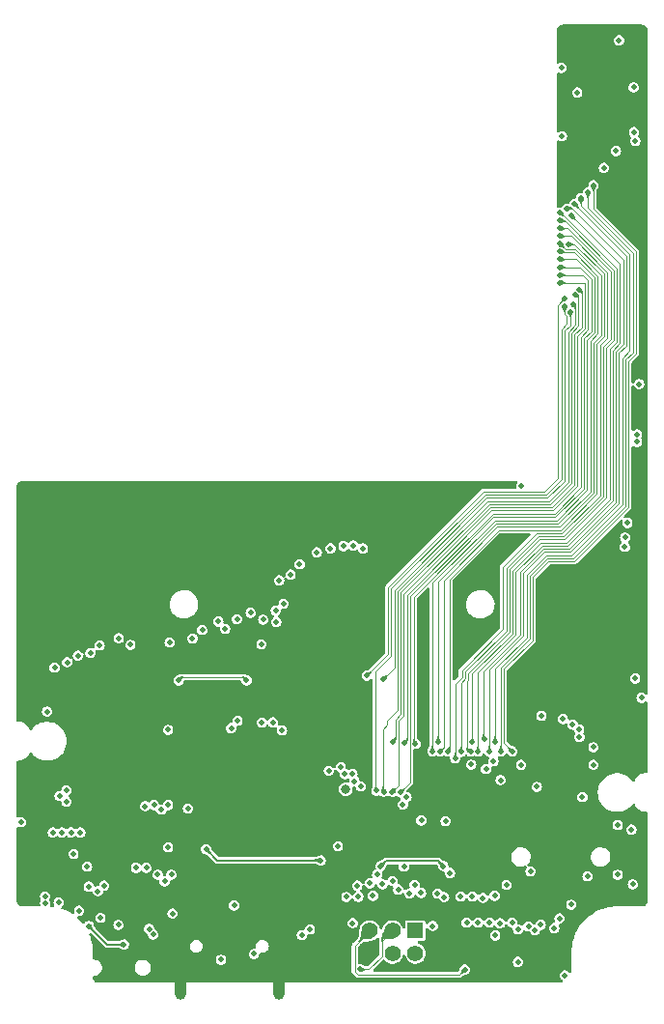
<source format=gbr>
%TF.GenerationSoftware,KiCad,Pcbnew,7.0.1*%
%TF.CreationDate,2024-08-11T10:53:17-07:00*%
%TF.ProjectId,agbc,61676263-2e6b-4696-9361-645f70636258,X4/X5*%
%TF.SameCoordinates,Original*%
%TF.FileFunction,Copper,L3,Inr*%
%TF.FilePolarity,Positive*%
%FSLAX46Y46*%
G04 Gerber Fmt 4.6, Leading zero omitted, Abs format (unit mm)*
G04 Created by KiCad (PCBNEW 7.0.1) date 2024-08-11 10:53:17*
%MOMM*%
%LPD*%
G01*
G04 APERTURE LIST*
%TA.AperFunction,ComponentPad*%
%ADD10R,1.400000X1.400000*%
%TD*%
%TA.AperFunction,ComponentPad*%
%ADD11C,1.400000*%
%TD*%
%TA.AperFunction,ComponentPad*%
%ADD12O,1.400000X2.200000*%
%TD*%
%TA.AperFunction,ComponentPad*%
%ADD13O,1.050000X2.100000*%
%TD*%
%TA.AperFunction,ComponentPad*%
%ADD14O,1.000000X2.000000*%
%TD*%
%TA.AperFunction,ComponentPad*%
%ADD15C,0.500000*%
%TD*%
%TA.AperFunction,ComponentPad*%
%ADD16C,0.600000*%
%TD*%
%TA.AperFunction,ViaPad*%
%ADD17C,0.500000*%
%TD*%
%TA.AperFunction,ViaPad*%
%ADD18C,0.800000*%
%TD*%
%TA.AperFunction,Conductor*%
%ADD19C,0.125000*%
%TD*%
%TA.AperFunction,Conductor*%
%ADD20C,0.200000*%
%TD*%
%TA.AperFunction,Conductor*%
%ADD21C,0.150000*%
%TD*%
G04 APERTURE END LIST*
D10*
%TO.N,VDD5*%
%TO.C,J1*%
X143200000Y-127800000D03*
D11*
%TO.N,Net-(J1-SO)*%
X143200000Y-129800000D03*
%TO.N,Net-(J1-SI)*%
X141200000Y-127800000D03*
%TO.N,Net-(J1-SD)*%
X141200000Y-129800000D03*
%TO.N,Net-(J1-SC)*%
X139200000Y-127800000D03*
%TO.N,GNDPWR*%
X139200000Y-129800000D03*
D12*
X145700000Y-129400000D03*
X136700000Y-129400000D03*
%TD*%
D13*
%TO.N,GNDPWR*%
%TO.C,J5*%
X122560000Y-128670000D03*
D14*
X122560000Y-132850000D03*
X131200000Y-132850000D03*
D13*
X131200000Y-128670000D03*
%TD*%
D15*
%TO.N,GNDPWR*%
%TO.C,U4*%
X111750000Y-122800000D03*
X111750000Y-123600000D03*
X112550000Y-122800000D03*
X112550000Y-123600000D03*
%TD*%
D16*
%TO.N,GNDPWR*%
%TO.C,U7*%
X116850000Y-117300000D03*
X116850000Y-118800000D03*
X117350000Y-118050000D03*
X117850000Y-117300000D03*
X117850000Y-118800000D03*
%TD*%
D17*
%TO.N,VDD5*%
X110900000Y-108600000D03*
X112600000Y-115500000D03*
X112000000Y-116000000D03*
X162829500Y-79900000D03*
X153300000Y-122600000D03*
X112600000Y-116500000D03*
X158825000Y-113264500D03*
X157400000Y-54350000D03*
X144725000Y-127400000D03*
X156000000Y-52200000D03*
X119500000Y-116900000D03*
X162379500Y-57825000D03*
X156874414Y-125524414D03*
X150200000Y-128220498D03*
X152200000Y-130550000D03*
%TO.N,GNDPWR*%
X142300000Y-131075000D03*
X162150000Y-49800000D03*
D18*
X160900000Y-97500000D03*
D17*
X163100000Y-83250000D03*
D18*
X143900000Y-104600000D03*
D17*
X154500000Y-128250000D03*
X137750000Y-116250000D03*
X156850000Y-52450000D03*
X152850000Y-116950000D03*
D18*
X124500000Y-131350000D03*
X123250000Y-118900000D03*
D17*
X156050000Y-61050000D03*
X161675000Y-125300000D03*
X157050000Y-49800000D03*
X134600000Y-131450000D03*
D18*
X110450000Y-94500000D03*
D17*
X156800000Y-61050000D03*
X151350000Y-116000000D03*
X152475000Y-123575000D03*
X163000000Y-49800000D03*
X133800000Y-129200000D03*
X156950000Y-116000000D03*
X163100000Y-81400000D03*
X157050000Y-48950000D03*
D18*
X136200000Y-101000000D03*
D17*
X108600000Y-116950000D03*
X158650000Y-56950000D03*
X153850000Y-120850000D03*
X157450000Y-122000000D03*
X160600000Y-105300000D03*
X134900000Y-115650000D03*
D18*
X137350000Y-99850000D03*
D17*
X158600000Y-55100000D03*
X109400000Y-116950000D03*
D18*
X162050000Y-97500000D03*
D17*
X156200000Y-49800000D03*
X156800000Y-61800000D03*
X114050000Y-112450000D03*
D18*
X162100000Y-98650000D03*
D17*
X155300000Y-128250000D03*
X157450000Y-121232340D03*
X108600000Y-117600000D03*
X163000000Y-48950000D03*
X138450000Y-115850000D03*
D18*
X111600000Y-93350000D03*
D17*
X157000000Y-118200000D03*
X163250000Y-78650000D03*
X134550000Y-129200000D03*
D18*
X111650000Y-94500000D03*
D17*
X153850000Y-121600000D03*
X116396393Y-126679500D03*
X152850000Y-117700000D03*
X162000000Y-106800000D03*
X131764845Y-114236137D03*
X149350000Y-115900000D03*
X146800000Y-104700000D03*
D18*
X123300000Y-131350000D03*
X136200000Y-99850000D03*
D17*
X113300000Y-112450000D03*
X155300000Y-129100000D03*
X109400000Y-117600000D03*
X153650000Y-117700000D03*
X162825000Y-109150000D03*
X163150000Y-63600000D03*
X153650000Y-116950000D03*
X108600000Y-122700000D03*
D18*
X143900000Y-102100000D03*
D17*
X156050000Y-61800000D03*
D18*
X124200000Y-119850000D03*
X137400000Y-101000000D03*
X110450000Y-93350000D03*
D17*
X160500000Y-120800000D03*
X163100000Y-82300000D03*
X151950000Y-123025000D03*
X163150000Y-62150000D03*
X162000000Y-108350000D03*
X118700000Y-125450000D03*
X114150000Y-126850000D03*
X113300000Y-111650000D03*
X156200000Y-48950000D03*
X120400000Y-101600000D03*
X158600000Y-56000000D03*
X162150000Y-48950000D03*
X162000000Y-109150000D03*
X145100000Y-113100000D03*
X154500000Y-129100000D03*
X109200000Y-122700000D03*
D18*
X143900000Y-103350000D03*
X160900000Y-98650000D03*
D17*
X163150000Y-65150000D03*
X160900000Y-121300000D03*
X163150000Y-66650000D03*
X162825000Y-108350000D03*
X130800000Y-126100000D03*
%TO.N,VDD3*%
X118700000Y-122300000D03*
X142418447Y-116114242D03*
D18*
X137100000Y-115400000D03*
D17*
X157850000Y-116100000D03*
X119600000Y-122300000D03*
X127300000Y-125600000D03*
X158825000Y-111725000D03*
X153850000Y-115200000D03*
%TO.N,SW_VCC*%
X119850000Y-127650000D03*
X115350000Y-124350000D03*
X120200000Y-128150000D03*
X115900000Y-123850000D03*
X111900000Y-125350000D03*
X161600000Y-93350000D03*
X161075000Y-49775000D03*
%TO.N,/CRT_WR*%
X112650000Y-104288000D03*
%TO.N,/CRT_RD*%
X113600000Y-103700000D03*
X138200000Y-124850000D03*
%TO.N,/CRT_CS*%
X138095151Y-123854849D03*
X114704545Y-103472996D03*
%TO.N,/CRT_A0*%
X139200000Y-123650000D03*
X115500000Y-102800000D03*
%TO.N,/CRT_A1*%
X117176684Y-102173316D03*
X139474500Y-124750000D03*
%TO.N,/CRT_A2*%
X118200000Y-102750000D03*
X139851684Y-122898316D03*
%TO.N,/CRT_A3*%
X140313684Y-123750000D03*
X121650000Y-102550000D03*
%TO.N,/CRT_A4*%
X123650000Y-102200000D03*
X141200000Y-123450000D03*
%TO.N,/CRT_A5*%
X141700000Y-124200000D03*
X124500000Y-101450000D03*
%TO.N,/CRT_A6*%
X125910000Y-100700000D03*
X142200000Y-122200000D03*
%TO.N,/CRT_A7*%
X142674500Y-124550000D03*
X126500000Y-101350000D03*
%TO.N,/CRT_A8*%
X127550000Y-100500000D03*
X143136500Y-123800000D03*
%TO.N,/CRT_A9*%
X143700000Y-124500000D03*
X128750000Y-99950000D03*
%TO.N,/CRT_A10*%
X129850000Y-100550000D03*
X145150000Y-124550000D03*
%TO.N,/CRT_A11*%
X145720195Y-124861016D03*
X129700000Y-102700000D03*
%TO.N,/CRT_A12*%
X131000000Y-100750000D03*
X146243000Y-122750000D03*
%TO.N,/CRT_A13*%
X130950000Y-99750000D03*
X145850000Y-118200000D03*
%TO.N,/CRT_A14*%
X131650000Y-99150000D03*
X147178862Y-124821138D03*
%TO.N,/CRT_A15*%
X147700000Y-127100000D03*
X131250000Y-97100000D03*
%TO.N,/CRT_D0*%
X132250000Y-96600000D03*
X148200000Y-124800000D03*
%TO.N,/CRT_D1*%
X148700000Y-127100000D03*
X133050000Y-95700000D03*
%TO.N,/CRT_D2*%
X134550000Y-94650000D03*
X149124500Y-124945977D03*
%TO.N,/CRT_D3*%
X135750000Y-94300000D03*
X149700000Y-127100000D03*
%TO.N,/CRT_D4*%
X136900000Y-94100000D03*
X150162000Y-124750000D03*
%TO.N,/CRT_D5*%
X137750000Y-94050000D03*
X150624500Y-127150000D03*
%TO.N,/CRT_D6*%
X138600000Y-94300000D03*
X151200000Y-123800000D03*
%TO.N,/CRT_D7*%
X151700000Y-127100000D03*
X154259075Y-108986156D03*
%TO.N,RESET*%
X152200000Y-127700000D03*
X156150000Y-109250000D03*
%TO.N,/CRT_VIN*%
X153126992Y-127426992D03*
X157000000Y-109750000D03*
%TO.N,/CPU_WR*%
X137700000Y-127150000D03*
%TO.N,/MA2*%
X137850000Y-114708849D03*
X131500000Y-110250000D03*
%TO.N,/MA1*%
X130709705Y-109546196D03*
X137689477Y-114060523D03*
%TO.N,/MA0*%
X129730480Y-109569520D03*
X136653763Y-113496237D03*
%TO.N,/MD0*%
X127600000Y-109400000D03*
X137018956Y-114081044D03*
%TO.N,/MD1*%
X127050000Y-110050000D03*
X135607364Y-113792636D03*
%TO.N,CHG_LED*%
X161575000Y-94175000D03*
X114550000Y-123950000D03*
X162350000Y-53900000D03*
%TO.N,Net-(J2-PHI)*%
X137150000Y-124850000D03*
X111550000Y-104750000D03*
%TO.N,/SPS*%
X158825000Y-62475000D03*
X151700000Y-112100000D03*
%TO.N,/SPL*%
X150700000Y-112100000D03*
X158350000Y-63100000D03*
%TO.N,/LDR0*%
X157732486Y-63620500D03*
X150200000Y-111300000D03*
%TO.N,/LDR1*%
X149700000Y-112100000D03*
X157176374Y-64097443D03*
%TO.N,/LDR2*%
X156484501Y-64526010D03*
X149238000Y-111048606D03*
%TO.N,/LDR3*%
X156915968Y-65134032D03*
X148700000Y-112100000D03*
%TO.N,/LDR4*%
X148162000Y-111300000D03*
X155900000Y-64895964D03*
%TO.N,/LDR5*%
X155900000Y-65575467D03*
X148050498Y-112100500D03*
%TO.N,/LDG0*%
X147200000Y-112150000D03*
X155900000Y-66254970D03*
%TO.N,/LDG1*%
X155900000Y-66934473D03*
X146700000Y-112700000D03*
%TO.N,/LDG2*%
X146050000Y-112100000D03*
X156592921Y-67638000D03*
%TO.N,/LDG3*%
X145349502Y-112100500D03*
X155900000Y-67613976D03*
%TO.N,/LDG4*%
X155900000Y-68293479D03*
X145200000Y-111250000D03*
%TO.N,/LDG5*%
X144700000Y-112100000D03*
X155900000Y-68972982D03*
%TO.N,/LDB0*%
X143208000Y-111450000D03*
X155900000Y-69652485D03*
%TO.N,/LDB1*%
X155900000Y-70350000D03*
X141900000Y-115675000D03*
%TO.N,/LDB2*%
X155900000Y-71011491D03*
X142238000Y-111350000D03*
%TO.N,/LDB3*%
X157600000Y-71600000D03*
X141175127Y-115635287D03*
%TO.N,/LDB4*%
X157194259Y-72107176D03*
X141200000Y-111250000D03*
%TO.N,/LDB5*%
X157056200Y-72900000D03*
X140430177Y-115635287D03*
%TO.N,/PS*%
X156776200Y-73550000D03*
X140400000Y-105750000D03*
%TO.N,/LP*%
X156300000Y-73100000D03*
X139781142Y-115528412D03*
%TO.N,/DCK*%
X138950000Y-105450000D03*
X156300000Y-72400000D03*
%TO.N,/SEL*%
X143725000Y-118150000D03*
X140150000Y-122150000D03*
X136400000Y-120400000D03*
X162475000Y-105700000D03*
X145650000Y-122150000D03*
X157570508Y-110176167D03*
X162652000Y-84974503D03*
X142105533Y-116744467D03*
%TO.N,/START*%
X124850000Y-120650000D03*
X134900000Y-121650000D03*
%TO.N,/B*%
X122428396Y-105867595D03*
X123250000Y-117100000D03*
X133950000Y-127700000D03*
X128390981Y-105881363D03*
X121500000Y-110200000D03*
%TO.N,/A*%
X133250000Y-128200000D03*
%TO.N,/LEFT*%
X150675000Y-114613908D03*
%TO.N,/UP*%
X150050000Y-112950000D03*
%TO.N,/DOWN*%
X162652000Y-84325000D03*
X149400000Y-113650000D03*
X163050000Y-107400000D03*
X152475500Y-113273316D03*
X157600000Y-110825000D03*
%TO.N,/RIGHT*%
X148100000Y-113250000D03*
%TO.N,/AGBC Audio/L_IN*%
X162275000Y-123750000D03*
X154190815Y-127295539D03*
%TO.N,/AGBC Audio/R_IN*%
X153691315Y-127748541D03*
X162150000Y-118950000D03*
%TO.N,/AGBC Audio/LSPK_N*%
X113700000Y-126050000D03*
X158297056Y-123036812D03*
%TO.N,VOLUME*%
X160950000Y-122900000D03*
%TO.N,SCK*%
X156300000Y-131725000D03*
%TO.N,R4*%
X138422842Y-115171040D03*
%TO.N,SIN*%
X155850000Y-126725000D03*
%TO.N,SOUT*%
X155380960Y-127575337D03*
%TO.N,Net-(F2-Pad2)*%
X129050000Y-129850000D03*
X126150000Y-130350000D03*
%TO.N,VCC*%
X121200000Y-123500000D03*
X111400000Y-119200000D03*
X120600000Y-122900000D03*
X156050000Y-58175000D03*
X121500000Y-120500000D03*
X113800000Y-119200000D03*
X152500000Y-88863000D03*
X121800000Y-122900000D03*
X113000000Y-119200000D03*
X112200000Y-119200000D03*
%TO.N,Net-(J1-SC)*%
X147538969Y-131214398D03*
%TO.N,Net-(J1-SI)*%
X138347133Y-131200500D03*
%TO.N,Net-(U4-BAT_1)*%
X120900000Y-117200000D03*
X121500000Y-116800000D03*
X110725000Y-125400000D03*
X120300000Y-116800000D03*
X110725000Y-124800000D03*
%TO.N,Net-(U4-IN)*%
X121900000Y-126300000D03*
X108600000Y-118300000D03*
X113200000Y-121079502D03*
%TO.N,Net-(U4-ILIM)*%
X114400000Y-122200000D03*
%TO.N,Net-(U5-IN)*%
X117637253Y-129015069D03*
X114550000Y-127400000D03*
%TO.N,Net-(U8-VO1)*%
X115571855Y-126674500D03*
X160950000Y-118550000D03*
%TO.N,Net-(U5-CLEAR)*%
X117152358Y-127308758D03*
%TO.N,Net-(Q2-D)*%
X162500000Y-58600000D03*
X161799500Y-92078601D03*
%TO.N,/Screen controls/TOUCH*%
X159750000Y-60950000D03*
X160800000Y-59475000D03*
%TD*%
D19*
%TO.N,/SPS*%
X150975000Y-111375000D02*
X151700000Y-112100000D01*
X162553200Y-68293401D02*
X162553200Y-77231688D01*
X153500000Y-96822184D02*
X153500000Y-102336748D01*
X162553200Y-77231688D02*
X161905000Y-77879888D01*
X157155298Y-95440000D02*
X154882184Y-95440000D01*
X153500000Y-102336748D02*
X150975000Y-104861748D01*
X161905000Y-90690298D02*
X157155298Y-95440000D01*
X161905000Y-77879888D02*
X161905000Y-90690298D01*
X154882184Y-95440000D02*
X153500000Y-96822184D01*
X158825000Y-64565201D02*
X162553200Y-68293401D01*
X150975000Y-104861748D02*
X150975000Y-111375000D01*
X158825000Y-62475000D02*
X158825000Y-64565201D01*
%TO.N,/SPL*%
X153225000Y-102222840D02*
X153225000Y-96708276D01*
X150700000Y-104747840D02*
X153225000Y-102222840D01*
X162278200Y-68407309D02*
X158350000Y-64479109D01*
X154768276Y-95165000D02*
X157041390Y-95165000D01*
X153225000Y-96708276D02*
X154768276Y-95165000D01*
X158350000Y-64479109D02*
X158350000Y-63100000D01*
X162278200Y-77117780D02*
X162278200Y-68407309D01*
X150700000Y-112100000D02*
X150700000Y-104747840D01*
X161630000Y-90576390D02*
X161630000Y-77765980D01*
X157041390Y-95165000D02*
X161630000Y-90576390D01*
X161630000Y-77765980D02*
X162278200Y-77117780D01*
%TO.N,/LDR0*%
X161350000Y-77650000D02*
X161998200Y-77001800D01*
X154654368Y-94890000D02*
X156920410Y-94890000D01*
X152950000Y-96594368D02*
X154654368Y-94890000D01*
X152950000Y-102101860D02*
X152950000Y-96594368D01*
X157732486Y-64257575D02*
X157732486Y-63620500D01*
X156920410Y-94890000D02*
X161350000Y-90460410D01*
X161998200Y-77001800D02*
X161998200Y-68523289D01*
X150200000Y-104851860D02*
X152950000Y-102101860D01*
X161998200Y-68523289D02*
X157732486Y-64257575D01*
X150200000Y-111300000D02*
X150200000Y-104851860D01*
X161350000Y-90460410D02*
X161350000Y-77650000D01*
%TO.N,/LDR1*%
X161718200Y-68639269D02*
X157176374Y-64097443D01*
X156799430Y-94615000D02*
X161070000Y-90344430D01*
X161070000Y-77185963D02*
X161718200Y-76537763D01*
X152675000Y-101980880D02*
X152675000Y-96480460D01*
X149700000Y-112100000D02*
X149700000Y-104955880D01*
X152675000Y-96480460D02*
X154540460Y-94615000D01*
X154540460Y-94615000D02*
X156799430Y-94615000D01*
X161718200Y-76537763D02*
X161718200Y-68639269D01*
X161070000Y-90344430D02*
X161070000Y-77185963D01*
X149700000Y-104955880D02*
X152675000Y-101980880D01*
%TO.N,/LDR2*%
X152400000Y-101859900D02*
X152400000Y-96366552D01*
X156961313Y-64526010D02*
X156484501Y-64526010D01*
X149238000Y-111048606D02*
X149200000Y-111010606D01*
X160790000Y-77069983D02*
X161438200Y-76421783D01*
X152400000Y-96366552D02*
X154426552Y-94340000D01*
X160790000Y-90228450D02*
X160790000Y-77069983D01*
X161438200Y-69002897D02*
X156961313Y-64526010D01*
X149200000Y-105059900D02*
X152400000Y-101859900D01*
X154426552Y-94340000D02*
X156678450Y-94340000D01*
X149200000Y-111010606D02*
X149200000Y-105059900D01*
X161438200Y-76421783D02*
X161438200Y-69002897D01*
X156678450Y-94340000D02*
X160790000Y-90228450D01*
%TO.N,/LDR3*%
X152000000Y-96377644D02*
X152000000Y-101863920D01*
X156915968Y-65159488D02*
X161153200Y-69396720D01*
X161153200Y-76310803D02*
X160510000Y-76954003D01*
X156915968Y-65134032D02*
X156915968Y-65159488D01*
X152000000Y-101863920D02*
X148700000Y-105163920D01*
X161153200Y-69396720D02*
X161153200Y-76310803D01*
X160510000Y-76954003D02*
X160510000Y-90112470D01*
X156557470Y-94065000D02*
X154312644Y-94065000D01*
X160510000Y-90112470D02*
X156557470Y-94065000D01*
X148700000Y-105163920D02*
X148700000Y-112100000D01*
X154312644Y-94065000D02*
X152000000Y-96377644D01*
%TO.N,/LDR4*%
X160878200Y-76189823D02*
X160878200Y-69799836D01*
X148162000Y-111300000D02*
X148200000Y-111262000D01*
X151725000Y-96263736D02*
X154198736Y-93790000D01*
X160230000Y-76838023D02*
X160878200Y-76189823D01*
X151725000Y-101742940D02*
X151725000Y-96263736D01*
X156436490Y-93790000D02*
X160230000Y-89996490D01*
X154198736Y-93790000D02*
X156436490Y-93790000D01*
X160878200Y-69799836D02*
X155974328Y-64895964D01*
X160230000Y-89996490D02*
X160230000Y-76838023D01*
X148200000Y-111262000D02*
X148200000Y-105267940D01*
X155900000Y-64895964D02*
X156024828Y-64895964D01*
X148200000Y-105267940D02*
X151725000Y-101742940D01*
%TO.N,/LDR5*%
X151450000Y-101621960D02*
X151450000Y-96149828D01*
X156315510Y-93515000D02*
X159950000Y-89880510D01*
X160598200Y-76073843D02*
X160598200Y-69908744D01*
X160598200Y-69908744D02*
X156264923Y-65575467D01*
X159950000Y-89880510D02*
X159950000Y-76722043D01*
X156026215Y-65575467D02*
X155900000Y-65575467D01*
X148050498Y-112100500D02*
X147700000Y-111750002D01*
X147700000Y-111750002D02*
X147700000Y-105970783D01*
X147840000Y-105830783D02*
X147840000Y-105231960D01*
X154084828Y-93515000D02*
X156315510Y-93515000D01*
X147840000Y-105231960D02*
X151450000Y-101621960D01*
X151450000Y-96149828D02*
X154084828Y-93515000D01*
X159950000Y-76722043D02*
X160598200Y-76073843D01*
X147700000Y-105970783D02*
X147840000Y-105830783D01*
X156264923Y-65575467D02*
X155975715Y-65575467D01*
%TO.N,/LDG0*%
X151175000Y-101500980D02*
X151175000Y-96035920D01*
X159670000Y-89764530D02*
X159670000Y-76606063D01*
X151175000Y-96035920D02*
X153970920Y-93240000D01*
X156194530Y-93240000D02*
X159670000Y-89764530D01*
X160318200Y-70017652D02*
X156555518Y-66254970D01*
X159670000Y-76606063D02*
X160318200Y-75957863D01*
X147200000Y-112150000D02*
X147200000Y-106074803D01*
X160318200Y-75957863D02*
X160318200Y-70017652D01*
X156555518Y-66254970D02*
X155849500Y-66254970D01*
X153970920Y-93240000D02*
X156194530Y-93240000D01*
X147560000Y-105115980D02*
X151175000Y-101500980D01*
X147560000Y-105714803D02*
X147560000Y-105115980D01*
X147200000Y-106074803D02*
X147560000Y-105714803D01*
%TO.N,/LDG1*%
X150900000Y-95900000D02*
X153835000Y-92965000D01*
X146700000Y-112700000D02*
X146700000Y-106178823D01*
X146700000Y-106178823D02*
X147280000Y-105598823D01*
X160038200Y-70126560D02*
X156846113Y-66934473D01*
X159390000Y-76490083D02*
X160038200Y-75841883D01*
X156073550Y-92965000D02*
X159390000Y-89648550D01*
X150900000Y-101380000D02*
X150900000Y-95900000D01*
X153835000Y-92965000D02*
X156073550Y-92965000D01*
X147280000Y-105000000D02*
X150900000Y-101380000D01*
X147280000Y-105598823D02*
X147280000Y-105000000D01*
X159390000Y-89648550D02*
X159390000Y-76490083D01*
X160038200Y-75841883D02*
X160038200Y-70126560D01*
X156846113Y-66934473D02*
X155849500Y-66934473D01*
%TO.N,/LDG2*%
X150510000Y-92690000D02*
X155952570Y-92690000D01*
X146200000Y-97000000D02*
X150510000Y-92690000D01*
X159758200Y-70235468D02*
X157160732Y-67638000D01*
X159110000Y-76374103D02*
X159758200Y-75725903D01*
X157160732Y-67638000D02*
X156592921Y-67638000D01*
X146050000Y-112100000D02*
X146200000Y-111950000D01*
X159110000Y-89532570D02*
X159110000Y-76374103D01*
X155952570Y-92690000D02*
X159110000Y-89532570D01*
X146200000Y-111950000D02*
X146200000Y-97000000D01*
X159758200Y-75725903D02*
X159758200Y-70235468D01*
%TO.N,/LDG3*%
X150401092Y-92410000D02*
X155836590Y-92410000D01*
X145349502Y-112100500D02*
X145700000Y-111750002D01*
X159478200Y-75609923D02*
X159478200Y-70344376D01*
X145700000Y-97111092D02*
X150401092Y-92410000D01*
X155836590Y-92410000D02*
X158830000Y-89416590D01*
X145700000Y-111750002D02*
X145700000Y-97111092D01*
X157234324Y-68100500D02*
X156401347Y-68100500D01*
X159478200Y-70344376D02*
X157234324Y-68100500D01*
X158830000Y-89416590D02*
X158830000Y-76258123D01*
X158830000Y-76258123D02*
X159478200Y-75609923D01*
X156401347Y-68100500D02*
X155914823Y-67613976D01*
%TO.N,/LDG4*%
X145200000Y-97222184D02*
X150292184Y-92130000D01*
X158550000Y-76142143D02*
X159198200Y-75493943D01*
X157120416Y-68375500D02*
X156287438Y-68375500D01*
X156287438Y-68375500D02*
X156205417Y-68293479D01*
X155720610Y-92130000D02*
X158550000Y-89300610D01*
X156205417Y-68293479D02*
X155849500Y-68293479D01*
X150292184Y-92130000D02*
X155720610Y-92130000D01*
X159198200Y-70453284D02*
X157120416Y-68375500D01*
X159198200Y-75493943D02*
X159198200Y-70453284D01*
X145200000Y-111250000D02*
X145200000Y-97222184D01*
X158550000Y-89300610D02*
X158550000Y-76142143D01*
%TO.N,/LDG5*%
X150178276Y-91855000D02*
X155599630Y-91855000D01*
X157328990Y-68972982D02*
X155849500Y-68972982D01*
X158270000Y-89184630D02*
X158270000Y-76026163D01*
X158918200Y-70562192D02*
X157328990Y-68972982D01*
X155599630Y-91855000D02*
X158270000Y-89184630D01*
X144700000Y-97333276D02*
X150178276Y-91855000D01*
X158918200Y-75377963D02*
X158918200Y-70562192D01*
X144700000Y-112100000D02*
X144700000Y-97333276D01*
X158270000Y-76026163D02*
X158918200Y-75377963D01*
%TO.N,/LDB0*%
X157990000Y-89068650D02*
X157990000Y-75910183D01*
X143050000Y-111292000D02*
X143050000Y-98594368D01*
X157990000Y-75910183D02*
X158638200Y-75261983D01*
X158638200Y-75261983D02*
X158638200Y-70671100D01*
X143208000Y-111450000D02*
X143050000Y-111292000D01*
X158638200Y-70671100D02*
X157619585Y-69652485D01*
X150064368Y-91580000D02*
X155478650Y-91580000D01*
X157619585Y-69652485D02*
X155849500Y-69652485D01*
X143050000Y-98594368D02*
X150064368Y-91580000D01*
X155478650Y-91580000D02*
X157990000Y-89068650D01*
%TO.N,/LDB1*%
X158358200Y-75146003D02*
X158358200Y-70780008D01*
X157910180Y-70331988D02*
X156050000Y-70331988D01*
X157710000Y-88952670D02*
X157710000Y-75794203D01*
X158358200Y-70780008D02*
X157910180Y-70331988D01*
X142737500Y-98517960D02*
X150005460Y-91250000D01*
X141900000Y-115675000D02*
X142737500Y-114837500D01*
X156050000Y-70331988D02*
X155981988Y-70331988D01*
X142737500Y-114837500D02*
X142737500Y-98517960D01*
X155412670Y-91250000D02*
X157710000Y-88952670D01*
X156050000Y-70331988D02*
X155918012Y-70331988D01*
X157710000Y-75794203D02*
X158358200Y-75146003D01*
X150005460Y-91250000D02*
X155412670Y-91250000D01*
X155918012Y-70331988D02*
X155900000Y-70350000D01*
%TO.N,/LDB2*%
X142462500Y-111125500D02*
X142462500Y-98404052D01*
X158078200Y-75030023D02*
X158078200Y-71011491D01*
X142238000Y-111350000D02*
X142462500Y-111125500D01*
X155291690Y-90975000D02*
X157430000Y-88836690D01*
X142462500Y-98404052D02*
X149891551Y-90975000D01*
X158078200Y-71011491D02*
X155849500Y-71011491D01*
X157430000Y-75678223D02*
X158078200Y-75030023D01*
X157430000Y-88836690D02*
X157430000Y-75678223D01*
X149891551Y-90975000D02*
X155291690Y-90975000D01*
%TO.N,/LDB3*%
X141737500Y-115072914D02*
X141737500Y-109408426D01*
X142187500Y-108958426D02*
X142187500Y-98290144D01*
X157798200Y-74914043D02*
X157798200Y-71690994D01*
X157798200Y-71690994D02*
X157690994Y-71690994D01*
X157150000Y-75562243D02*
X157798200Y-74914043D01*
X141737500Y-109408426D02*
X142187500Y-108958426D01*
X155170710Y-90700000D02*
X157150000Y-88720710D01*
X157690994Y-71690994D02*
X157600000Y-71600000D01*
X149777643Y-90700000D02*
X155170710Y-90700000D01*
X141175127Y-115635287D02*
X141737500Y-115072914D01*
X157150000Y-88720710D02*
X157150000Y-75562243D01*
X142187500Y-98290144D02*
X149777643Y-90700000D01*
%TO.N,/LDB4*%
X157518700Y-72188288D02*
X157437588Y-72107176D01*
X141912500Y-98176236D02*
X149663735Y-90425000D01*
X156870000Y-75446263D02*
X157518700Y-74797563D01*
X141462500Y-110987500D02*
X141462500Y-109294518D01*
X141462500Y-109294518D02*
X141912500Y-108844518D01*
X141912500Y-108844518D02*
X141912500Y-98176236D01*
X157437588Y-72107176D02*
X157194259Y-72107176D01*
X157518700Y-74797563D02*
X157518700Y-72188288D01*
X156870000Y-88604730D02*
X156870000Y-75446263D01*
X155049730Y-90425000D02*
X156870000Y-88604730D01*
X149663735Y-90425000D02*
X155049730Y-90425000D01*
X141200000Y-111250000D02*
X141462500Y-110987500D01*
%TO.N,/LDB5*%
X140350000Y-110128823D02*
X140737500Y-109741323D01*
X157238200Y-73082000D02*
X157056200Y-72900000D01*
X149549827Y-90150000D02*
X154928750Y-90150000D01*
X140430177Y-115635287D02*
X140350000Y-115555110D01*
X156590000Y-75330283D02*
X157238200Y-74682083D01*
X154928750Y-90150000D02*
X156590000Y-88488750D01*
X140350000Y-115555110D02*
X140350000Y-110128823D01*
X157238200Y-74682083D02*
X157238200Y-73082000D01*
X140737500Y-109408426D02*
X141637500Y-108508426D01*
X156590000Y-88488750D02*
X156590000Y-75330283D01*
X140737500Y-109741323D02*
X140737500Y-109408426D01*
X141637500Y-98062328D02*
X149549827Y-90150000D01*
X141637500Y-108508426D02*
X141637500Y-98062328D01*
%TO.N,/PS*%
X156310000Y-88372770D02*
X156310000Y-75214303D01*
X154807770Y-89875000D02*
X156310000Y-88372770D01*
X141362500Y-104787500D02*
X141362500Y-97948420D01*
X141362500Y-97948420D02*
X149435919Y-89875000D01*
X140400000Y-105750000D02*
X141362500Y-104787500D01*
X156776200Y-74748103D02*
X156776200Y-73550000D01*
X156310000Y-75214303D02*
X156776200Y-74748103D01*
X149435919Y-89875000D02*
X154807770Y-89875000D01*
%TO.N,/LP*%
X141087500Y-103701408D02*
X141087500Y-97834512D01*
X154686790Y-89600000D02*
X156030000Y-88256790D01*
X156030000Y-75098323D02*
X156501200Y-74627123D01*
X139737500Y-105051408D02*
X141087500Y-103701408D01*
X156501200Y-73929074D02*
X156300000Y-73727874D01*
X141087500Y-97834512D02*
X149322011Y-89600000D01*
X149322011Y-89600000D02*
X154686790Y-89600000D01*
X156300000Y-73727874D02*
X156300000Y-73100000D01*
X139737500Y-115484770D02*
X139737500Y-105051408D01*
X156030000Y-88256790D02*
X156030000Y-75098323D01*
X156501200Y-74627123D02*
X156501200Y-73929074D01*
X139781142Y-115528412D02*
X139737500Y-115484770D01*
%TO.N,/DCK*%
X140812500Y-103587500D02*
X140812500Y-97720604D01*
X154495100Y-89325000D02*
X155700000Y-88120100D01*
X138950000Y-105450000D02*
X140812500Y-103587500D01*
X149208103Y-89325000D02*
X154495100Y-89325000D01*
X140812500Y-97720604D02*
X149208103Y-89325000D01*
X155700000Y-88120100D02*
X155700000Y-73000000D01*
X155700000Y-73000000D02*
X156300000Y-72400000D01*
D20*
%TO.N,/SEL*%
X140150000Y-122150000D02*
X140600000Y-121700000D01*
X145200000Y-121700000D02*
X145650000Y-122150000D01*
X140600000Y-121700000D02*
X145200000Y-121700000D01*
%TO.N,/START*%
X125850000Y-121650000D02*
X124850000Y-120650000D01*
X134900000Y-121650000D02*
X125850000Y-121650000D01*
D19*
%TO.N,/B*%
X128109618Y-105600000D02*
X128390981Y-105881363D01*
X122428396Y-105867595D02*
X122695991Y-105600000D01*
X122695991Y-105600000D02*
X128109618Y-105600000D01*
%TO.N,Net-(J1-SC)*%
X147538969Y-131214398D02*
X147090367Y-131663000D01*
X138138000Y-131663000D02*
X137884633Y-131409633D01*
X147090367Y-131663000D02*
X138138000Y-131663000D01*
X137884633Y-131409633D02*
X137884633Y-129115367D01*
X137884633Y-129115367D02*
X139200000Y-127800000D01*
%TO.N,Net-(J1-SI)*%
X140287500Y-128712500D02*
X141200000Y-127800000D01*
X140287500Y-130045397D02*
X140287500Y-128712500D01*
X138347133Y-131200500D02*
X139132397Y-131200500D01*
X139132397Y-131200500D02*
X140287500Y-130045397D01*
D21*
%TO.N,Net-(U5-IN)*%
X116165069Y-129015069D02*
X114550000Y-127400000D01*
X117637253Y-129015069D02*
X116165069Y-129015069D01*
%TD*%
%TA.AperFunction,Conductor*%
%TO.N,/LDB1*%
G36*
X142216929Y-115284823D02*
G01*
X142290175Y-115358069D01*
X142293591Y-115365824D01*
X142290874Y-115373851D01*
X142228980Y-115447803D01*
X142196276Y-115516839D01*
X142181284Y-115585274D01*
X142165772Y-115664989D01*
X142165397Y-115666423D01*
X142134905Y-115758754D01*
X142131376Y-115763997D01*
X142125635Y-115766639D01*
X142119358Y-115765911D01*
X141903824Y-115677564D01*
X141899988Y-115675011D01*
X141897435Y-115671175D01*
X141895487Y-115666423D01*
X141809087Y-115455639D01*
X141808360Y-115449364D01*
X141811002Y-115443623D01*
X141816243Y-115440095D01*
X141908587Y-115409596D01*
X141909998Y-115409227D01*
X141989708Y-115393718D01*
X142058160Y-115378721D01*
X142127192Y-115346019D01*
X142201150Y-115284122D01*
X142209174Y-115281407D01*
X142216929Y-115284823D01*
G37*
%TD.AperFunction*%
%TD*%
%TA.AperFunction,Conductor*%
%TO.N,/LDR0*%
G36*
X150259692Y-110803069D02*
G01*
X150263447Y-110810666D01*
X150271973Y-110906721D01*
X150297663Y-110978663D01*
X150335457Y-111037664D01*
X150380849Y-111104989D01*
X150381598Y-111106269D01*
X150425326Y-111193120D01*
X150426538Y-111199322D01*
X150424347Y-111205250D01*
X150419393Y-111209174D01*
X150204517Y-111299109D01*
X150200000Y-111300016D01*
X150195483Y-111299109D01*
X149980606Y-111209174D01*
X149975652Y-111205250D01*
X149973461Y-111199322D01*
X149974673Y-111193120D01*
X150018405Y-111106257D01*
X150019137Y-111105006D01*
X150064538Y-111037669D01*
X150102336Y-110978662D01*
X150128025Y-110906725D01*
X150136553Y-110810664D01*
X150140308Y-110803069D01*
X150148207Y-110800000D01*
X150251793Y-110800000D01*
X150259692Y-110803069D01*
G37*
%TD.AperFunction*%
%TD*%
%TA.AperFunction,Conductor*%
%TO.N,/LDB3*%
G36*
X141492056Y-115245110D02*
G01*
X141565302Y-115318356D01*
X141568718Y-115326111D01*
X141566001Y-115334138D01*
X141504107Y-115408090D01*
X141471403Y-115477126D01*
X141456411Y-115545561D01*
X141440899Y-115625276D01*
X141440524Y-115626710D01*
X141410032Y-115719041D01*
X141406503Y-115724284D01*
X141400762Y-115726926D01*
X141394485Y-115726198D01*
X141178951Y-115637851D01*
X141175115Y-115635298D01*
X141172562Y-115631462D01*
X141170614Y-115626710D01*
X141084214Y-115415926D01*
X141083487Y-115409651D01*
X141086129Y-115403910D01*
X141091370Y-115400382D01*
X141183714Y-115369883D01*
X141185125Y-115369514D01*
X141264835Y-115354005D01*
X141333287Y-115339008D01*
X141402319Y-115306306D01*
X141476277Y-115244409D01*
X141484301Y-115241694D01*
X141492056Y-115245110D01*
G37*
%TD.AperFunction*%
%TD*%
%TA.AperFunction,Conductor*%
%TO.N,/LDG1*%
G36*
X146759692Y-112203069D02*
G01*
X146763447Y-112210666D01*
X146771973Y-112306721D01*
X146797663Y-112378663D01*
X146835457Y-112437664D01*
X146880849Y-112504989D01*
X146881598Y-112506269D01*
X146925326Y-112593120D01*
X146926538Y-112599322D01*
X146924347Y-112605250D01*
X146919393Y-112609174D01*
X146704517Y-112699109D01*
X146700000Y-112700016D01*
X146695483Y-112699109D01*
X146480606Y-112609174D01*
X146475652Y-112605250D01*
X146473461Y-112599322D01*
X146474673Y-112593120D01*
X146518405Y-112506257D01*
X146519137Y-112505006D01*
X146564538Y-112437669D01*
X146602336Y-112378662D01*
X146628025Y-112306725D01*
X146636553Y-112210664D01*
X146640308Y-112203069D01*
X146648207Y-112200000D01*
X146751793Y-112200000D01*
X146759692Y-112203069D01*
G37*
%TD.AperFunction*%
%TD*%
%TA.AperFunction,Conductor*%
%TO.N,/LDG4*%
G36*
X145259692Y-110753069D02*
G01*
X145263447Y-110760666D01*
X145271973Y-110856721D01*
X145297663Y-110928663D01*
X145335457Y-110987664D01*
X145380849Y-111054989D01*
X145381598Y-111056269D01*
X145425326Y-111143120D01*
X145426538Y-111149322D01*
X145424347Y-111155250D01*
X145419393Y-111159174D01*
X145204517Y-111249109D01*
X145200000Y-111250016D01*
X145195483Y-111249109D01*
X144980606Y-111159174D01*
X144975652Y-111155250D01*
X144973461Y-111149322D01*
X144974673Y-111143120D01*
X145018405Y-111056257D01*
X145019137Y-111055006D01*
X145064538Y-110987669D01*
X145102336Y-110928662D01*
X145128025Y-110856725D01*
X145136553Y-110760664D01*
X145140308Y-110753069D01*
X145148207Y-110750000D01*
X145251793Y-110750000D01*
X145259692Y-110753069D01*
G37*
%TD.AperFunction*%
%TD*%
%TA.AperFunction,Conductor*%
%TO.N,/LDB4*%
G36*
X141518449Y-110860456D02*
G01*
X141522761Y-110865124D01*
X141523996Y-110871358D01*
X141517286Y-110955702D01*
X141516912Y-110957846D01*
X141498751Y-111024583D01*
X141498400Y-111025665D01*
X141476397Y-111083594D01*
X141457800Y-111151937D01*
X141450853Y-111239271D01*
X141447146Y-111246922D01*
X141439237Y-111250043D01*
X141207864Y-111250968D01*
X141201329Y-111249004D01*
X141197001Y-111243729D01*
X141109353Y-111031213D01*
X141108643Y-111024751D01*
X141111493Y-111018905D01*
X141117021Y-111015486D01*
X141193947Y-110994010D01*
X141195554Y-110993683D01*
X141251466Y-110986377D01*
X141275517Y-110983235D01*
X141275522Y-110983234D01*
X141340668Y-110969268D01*
X141384165Y-110933798D01*
X141398041Y-110868013D01*
X141402119Y-110861343D01*
X141409489Y-110858730D01*
X141512333Y-110858730D01*
X141518449Y-110860456D01*
G37*
%TD.AperFunction*%
%TD*%
%TA.AperFunction,Conductor*%
%TO.N,Net-(J1-SI)*%
G36*
X140563934Y-127536516D02*
G01*
X141195509Y-127797146D01*
X141199315Y-127799685D01*
X141201857Y-127803490D01*
X141462503Y-128433720D01*
X141463175Y-128440429D01*
X141460033Y-128446395D01*
X141454120Y-128449636D01*
X141143826Y-128515494D01*
X141141039Y-128515744D01*
X140839032Y-128506492D01*
X140839032Y-128506491D01*
X140586614Y-128500193D01*
X140413966Y-128578251D01*
X140352291Y-128813300D01*
X140348121Y-128819595D01*
X140340974Y-128822031D01*
X140237048Y-128822031D01*
X140231099Y-128820406D01*
X140226803Y-128815982D01*
X140225353Y-128809988D01*
X140232145Y-128578251D01*
X140234673Y-128491973D01*
X140234780Y-128490713D01*
X140240944Y-128446395D01*
X140267079Y-128258475D01*
X140267475Y-128256683D01*
X140327535Y-128060671D01*
X140327928Y-128059589D01*
X140421344Y-127838487D01*
X140548727Y-127542702D01*
X140555063Y-127536495D01*
X140563934Y-127536516D01*
G37*
%TD.AperFunction*%
%TD*%
%TA.AperFunction,Conductor*%
%TO.N,/B*%
G36*
X122811638Y-105539145D02*
G01*
X122815968Y-105543433D01*
X122817555Y-105549316D01*
X122817555Y-105653046D01*
X122814956Y-105660399D01*
X122808312Y-105664485D01*
X122742098Y-105678708D01*
X122707194Y-105723159D01*
X122694203Y-105789572D01*
X122684576Y-105870837D01*
X122684240Y-105872555D01*
X122662868Y-105950495D01*
X122659460Y-105956054D01*
X122653606Y-105958925D01*
X122647124Y-105958217D01*
X122431909Y-105869456D01*
X122428088Y-105866904D01*
X122425544Y-105863077D01*
X122395419Y-105789580D01*
X122337169Y-105647469D01*
X122336403Y-105641456D01*
X122338749Y-105635865D01*
X122343576Y-105632199D01*
X122446907Y-105590063D01*
X122447457Y-105589856D01*
X122530175Y-105561071D01*
X122531610Y-105560673D01*
X122605074Y-105545281D01*
X122606618Y-105545064D01*
X122693713Y-105538743D01*
X122694420Y-105538714D01*
X122743614Y-105538229D01*
X122805740Y-105537617D01*
X122811638Y-105539145D01*
G37*
%TD.AperFunction*%
%TD*%
%TA.AperFunction,Conductor*%
%TO.N,/LDB2*%
G36*
X142521073Y-110946417D02*
G01*
X142524500Y-110954690D01*
X142524500Y-110955902D01*
X142524492Y-110956347D01*
X142521171Y-111043649D01*
X142521084Y-111044693D01*
X142512010Y-111115416D01*
X142511924Y-111115974D01*
X142501025Y-111177292D01*
X142491848Y-111248815D01*
X142488426Y-111338789D01*
X142484865Y-111346757D01*
X142476781Y-111350044D01*
X142242892Y-111350980D01*
X142238374Y-111350092D01*
X142234550Y-111347531D01*
X142071309Y-111183366D01*
X142068121Y-111177353D01*
X142068818Y-111170584D01*
X142073162Y-111165351D01*
X142150506Y-111114356D01*
X142153867Y-111112839D01*
X142242791Y-111088667D01*
X142243254Y-111088552D01*
X142322457Y-111070799D01*
X142378669Y-111031676D01*
X142397843Y-110951954D01*
X142401979Y-110945500D01*
X142409220Y-110942990D01*
X142512800Y-110942990D01*
X142521073Y-110946417D01*
G37*
%TD.AperFunction*%
%TD*%
%TA.AperFunction,Conductor*%
%TO.N,/SPS*%
G36*
X158829515Y-62475889D02*
G01*
X159044394Y-62565826D01*
X159049347Y-62569749D01*
X159051538Y-62575677D01*
X159050326Y-62581880D01*
X159006598Y-62668730D01*
X159005849Y-62670009D01*
X158960457Y-62737334D01*
X158922663Y-62796335D01*
X158896973Y-62868277D01*
X158888447Y-62964334D01*
X158884692Y-62971931D01*
X158876793Y-62975000D01*
X158773207Y-62975000D01*
X158765308Y-62971931D01*
X158761553Y-62964335D01*
X158753025Y-62868276D01*
X158753025Y-62868274D01*
X158727336Y-62796337D01*
X158689538Y-62737330D01*
X158644141Y-62669998D01*
X158643401Y-62668734D01*
X158606027Y-62594500D01*
X158599673Y-62581879D01*
X158598461Y-62575677D01*
X158600652Y-62569749D01*
X158605603Y-62565826D01*
X158820486Y-62475889D01*
X158824999Y-62474983D01*
X158829515Y-62475889D01*
G37*
%TD.AperFunction*%
%TD*%
%TA.AperFunction,Conductor*%
%TO.N,/PS*%
G36*
X140716929Y-105359823D02*
G01*
X140790175Y-105433069D01*
X140793591Y-105440824D01*
X140790874Y-105448851D01*
X140728980Y-105522803D01*
X140696276Y-105591839D01*
X140681284Y-105660274D01*
X140665772Y-105739989D01*
X140665397Y-105741423D01*
X140634905Y-105833754D01*
X140631376Y-105838997D01*
X140625635Y-105841639D01*
X140619358Y-105840911D01*
X140403824Y-105752564D01*
X140399988Y-105750011D01*
X140397435Y-105746175D01*
X140395487Y-105741423D01*
X140309087Y-105530639D01*
X140308360Y-105524364D01*
X140311002Y-105518623D01*
X140316243Y-105515095D01*
X140408587Y-105484596D01*
X140409998Y-105484227D01*
X140489708Y-105468718D01*
X140558160Y-105453721D01*
X140627192Y-105421019D01*
X140701150Y-105359122D01*
X140709174Y-105356407D01*
X140716929Y-105359823D01*
G37*
%TD.AperFunction*%
%TD*%
%TA.AperFunction,Conductor*%
%TO.N,/LP*%
G36*
X139797436Y-115040008D02*
G01*
X139801312Y-115047301D01*
X139813812Y-115144522D01*
X139849922Y-115213601D01*
X139900246Y-115268429D01*
X139900440Y-115268646D01*
X139956253Y-115332578D01*
X139957670Y-115334598D01*
X140005774Y-115421316D01*
X140007226Y-115427620D01*
X140005105Y-115433733D01*
X140000060Y-115437784D01*
X139785659Y-115527521D01*
X139781142Y-115528428D01*
X139776625Y-115527521D01*
X139561331Y-115437411D01*
X139556461Y-115433602D01*
X139554212Y-115427844D01*
X139555211Y-115421746D01*
X139593534Y-115338136D01*
X139593748Y-115337697D01*
X139628404Y-115270423D01*
X139653922Y-115210779D01*
X139669638Y-115139497D01*
X139674419Y-115048179D01*
X139678049Y-115040306D01*
X139686103Y-115037093D01*
X139789708Y-115037093D01*
X139797436Y-115040008D01*
G37*
%TD.AperFunction*%
%TD*%
%TA.AperFunction,Conductor*%
%TO.N,/LDG3*%
G36*
X145755903Y-111747416D02*
G01*
X145760216Y-111752108D01*
X145761430Y-111758364D01*
X145755932Y-111823514D01*
X145754256Y-111828053D01*
X145754493Y-111828179D01*
X145754248Y-111828639D01*
X145753833Y-111829197D01*
X145753776Y-111829355D01*
X145753669Y-111829504D01*
X145753628Y-111829475D01*
X145752194Y-111831412D01*
X145721950Y-111861656D01*
X145664353Y-111974696D01*
X145650736Y-112060670D01*
X145648972Y-112065243D01*
X145635100Y-112086454D01*
X145585318Y-112186435D01*
X145578966Y-112192170D01*
X145570408Y-112192046D01*
X145354019Y-112103351D01*
X145350192Y-112100807D01*
X145347640Y-112096986D01*
X145343296Y-112086454D01*
X145259210Y-111882574D01*
X145258548Y-111875852D01*
X145261711Y-111869884D01*
X145267647Y-111866659D01*
X145279134Y-111864272D01*
X145363834Y-111846671D01*
X145366686Y-111846437D01*
X145469336Y-111850664D01*
X145556084Y-111854141D01*
X145615477Y-111828561D01*
X145635189Y-111754373D01*
X145639365Y-111748105D01*
X145646497Y-111745680D01*
X145749771Y-111745680D01*
X145755903Y-111747416D01*
G37*
%TD.AperFunction*%
%TD*%
%TA.AperFunction,Conductor*%
%TO.N,/LDG4*%
G36*
X156085006Y-68124361D02*
G01*
X156137204Y-68172944D01*
X156183438Y-68209197D01*
X156183448Y-68209204D01*
X156224764Y-68238662D01*
X156225164Y-68238962D01*
X156270813Y-68274756D01*
X156271553Y-68275388D01*
X156322757Y-68323045D01*
X156326010Y-68328308D01*
X156326121Y-68334499D01*
X156323057Y-68339879D01*
X156249736Y-68413200D01*
X156242863Y-68416543D01*
X156235393Y-68414929D01*
X156192920Y-68389154D01*
X156150800Y-68400695D01*
X156109093Y-68437976D01*
X156060857Y-68483842D01*
X156058949Y-68485314D01*
X156007352Y-68517224D01*
X156000930Y-68518970D01*
X155994594Y-68516931D01*
X155990395Y-68511767D01*
X155959700Y-68437982D01*
X155902312Y-68300031D01*
X155901644Y-68293241D01*
X155904874Y-68287235D01*
X156068797Y-68124617D01*
X156076849Y-68121226D01*
X156085006Y-68124361D01*
G37*
%TD.AperFunction*%
%TD*%
%TA.AperFunction,Conductor*%
%TO.N,/LDR3*%
G36*
X148759692Y-111603069D02*
G01*
X148763447Y-111610666D01*
X148771973Y-111706721D01*
X148797663Y-111778663D01*
X148835457Y-111837664D01*
X148880849Y-111904989D01*
X148881598Y-111906269D01*
X148925326Y-111993120D01*
X148926538Y-111999322D01*
X148924347Y-112005250D01*
X148919393Y-112009174D01*
X148704517Y-112099109D01*
X148700000Y-112100016D01*
X148695483Y-112099109D01*
X148480606Y-112009174D01*
X148475652Y-112005250D01*
X148473461Y-111999322D01*
X148474673Y-111993120D01*
X148518405Y-111906257D01*
X148519137Y-111905006D01*
X148564538Y-111837669D01*
X148602336Y-111778662D01*
X148628025Y-111706725D01*
X148636553Y-111610664D01*
X148640308Y-111603069D01*
X148648207Y-111600000D01*
X148751793Y-111600000D01*
X148759692Y-111603069D01*
G37*
%TD.AperFunction*%
%TD*%
%TA.AperFunction,Conductor*%
%TO.N,/B*%
G36*
X128129497Y-105540186D02*
G01*
X128130560Y-105540257D01*
X128216144Y-105550012D01*
X128217856Y-105550339D01*
X128290022Y-105569795D01*
X128291257Y-105570204D01*
X128372636Y-105602287D01*
X128373028Y-105602442D01*
X128373286Y-105602548D01*
X128475983Y-105645890D01*
X128482250Y-105652208D01*
X128482260Y-105661106D01*
X128393832Y-105876845D01*
X128391288Y-105880672D01*
X128387467Y-105883224D01*
X128172401Y-105971923D01*
X128165873Y-105972623D01*
X128159996Y-105969697D01*
X128156621Y-105964069D01*
X128135494Y-105883264D01*
X128135161Y-105881335D01*
X128127776Y-105796562D01*
X128117439Y-105726712D01*
X128084075Y-105679710D01*
X128084074Y-105679709D01*
X128016658Y-105664553D01*
X128010088Y-105660448D01*
X128007524Y-105653138D01*
X128007524Y-105549460D01*
X128009135Y-105543536D01*
X128013523Y-105539243D01*
X128019480Y-105537763D01*
X128129497Y-105540186D01*
G37*
%TD.AperFunction*%
%TD*%
%TA.AperFunction,Conductor*%
%TO.N,Net-(U5-IN)*%
G36*
X114781438Y-127310895D02*
G01*
X114784991Y-127316072D01*
X114816170Y-127407125D01*
X114816501Y-127408283D01*
X114834479Y-127486141D01*
X114852458Y-127552522D01*
X114852459Y-127552524D01*
X114887335Y-127619485D01*
X114887447Y-127619699D01*
X114949549Y-127692296D01*
X114952349Y-127700356D01*
X114948931Y-127708174D01*
X114858174Y-127798931D01*
X114850356Y-127802349D01*
X114842296Y-127799549D01*
X114769699Y-127737447D01*
X114769698Y-127737446D01*
X114702524Y-127702459D01*
X114702523Y-127702458D01*
X114702522Y-127702458D01*
X114636141Y-127684479D01*
X114558283Y-127666501D01*
X114557125Y-127666170D01*
X114466072Y-127634991D01*
X114460895Y-127631438D01*
X114458301Y-127625720D01*
X114459035Y-127619487D01*
X114547436Y-127403821D01*
X114549988Y-127399988D01*
X114553821Y-127397436D01*
X114769487Y-127309035D01*
X114775720Y-127308301D01*
X114781438Y-127310895D01*
G37*
%TD.AperFunction*%
%TD*%
%TA.AperFunction,Conductor*%
%TO.N,/LDG5*%
G36*
X144759692Y-111603069D02*
G01*
X144763447Y-111610666D01*
X144771973Y-111706721D01*
X144797663Y-111778663D01*
X144835457Y-111837664D01*
X144880849Y-111904989D01*
X144881598Y-111906269D01*
X144925326Y-111993120D01*
X144926538Y-111999322D01*
X144924347Y-112005250D01*
X144919393Y-112009174D01*
X144704517Y-112099109D01*
X144700000Y-112100016D01*
X144695483Y-112099109D01*
X144480606Y-112009174D01*
X144475652Y-112005250D01*
X144473461Y-111999322D01*
X144474673Y-111993120D01*
X144518405Y-111906257D01*
X144519137Y-111905006D01*
X144564538Y-111837669D01*
X144602336Y-111778662D01*
X144628025Y-111706725D01*
X144636553Y-111610664D01*
X144640308Y-111603069D01*
X144648207Y-111600000D01*
X144751793Y-111600000D01*
X144759692Y-111603069D01*
G37*
%TD.AperFunction*%
%TD*%
%TA.AperFunction,Conductor*%
%TO.N,/LDR3*%
G36*
X157147246Y-65045200D02*
G01*
X157150736Y-65050545D01*
X157179885Y-65144039D01*
X157180301Y-65145893D01*
X157191799Y-65227704D01*
X157201968Y-65298721D01*
X157230806Y-65369995D01*
X157255356Y-65400330D01*
X157285750Y-65437888D01*
X157291830Y-65445400D01*
X157294419Y-65453374D01*
X157291008Y-65461033D01*
X157217748Y-65534293D01*
X157209908Y-65537712D01*
X157201838Y-65534883D01*
X157130397Y-65473316D01*
X157093665Y-65453587D01*
X157064437Y-65437888D01*
X156999329Y-65419090D01*
X156922776Y-65400461D01*
X156921712Y-65400148D01*
X156831982Y-65369051D01*
X156826828Y-65365490D01*
X156824250Y-65359780D01*
X156824987Y-65353559D01*
X156847465Y-65298721D01*
X156913404Y-65137853D01*
X156915956Y-65134020D01*
X156919789Y-65131468D01*
X157135130Y-65043200D01*
X157141471Y-65042483D01*
X157147246Y-65045200D01*
G37*
%TD.AperFunction*%
%TD*%
%TA.AperFunction,Conductor*%
%TO.N,/SPL*%
G36*
X150759692Y-111603069D02*
G01*
X150763447Y-111610666D01*
X150771973Y-111706721D01*
X150797663Y-111778663D01*
X150835457Y-111837664D01*
X150880849Y-111904989D01*
X150881598Y-111906269D01*
X150925326Y-111993120D01*
X150926538Y-111999322D01*
X150924347Y-112005250D01*
X150919393Y-112009174D01*
X150704517Y-112099109D01*
X150700000Y-112100016D01*
X150695483Y-112099109D01*
X150480606Y-112009174D01*
X150475652Y-112005250D01*
X150473461Y-111999322D01*
X150474673Y-111993120D01*
X150518405Y-111906257D01*
X150519137Y-111905006D01*
X150564538Y-111837669D01*
X150602336Y-111778662D01*
X150628025Y-111706725D01*
X150636553Y-111610664D01*
X150640308Y-111603069D01*
X150648207Y-111600000D01*
X150751793Y-111600000D01*
X150759692Y-111603069D01*
G37*
%TD.AperFunction*%
%TD*%
%TA.AperFunction,Conductor*%
%TO.N,/LDB1*%
G36*
X156006797Y-70124429D02*
G01*
X156092231Y-70165886D01*
X156093205Y-70166417D01*
X156160510Y-70207371D01*
X156219843Y-70240116D01*
X156255687Y-70250908D01*
X156291534Y-70261703D01*
X156370724Y-70267580D01*
X156385583Y-70268684D01*
X156393291Y-70272391D01*
X156396417Y-70280352D01*
X156396417Y-70383956D01*
X156393413Y-70391783D01*
X156385944Y-70395592D01*
X156289472Y-70405762D01*
X156218682Y-70435771D01*
X156161301Y-70478781D01*
X156161302Y-70478782D01*
X156095298Y-70528524D01*
X156093692Y-70529541D01*
X156006972Y-70575040D01*
X156000725Y-70576351D01*
X155994720Y-70574189D01*
X155990743Y-70569196D01*
X155973720Y-70528524D01*
X155900889Y-70354514D01*
X155899983Y-70350000D01*
X155900889Y-70345485D01*
X155990896Y-70130437D01*
X155994774Y-70125517D01*
X156000634Y-70123303D01*
X156006797Y-70124429D01*
G37*
%TD.AperFunction*%
%TD*%
%TA.AperFunction,Conductor*%
%TO.N,/DCK*%
G36*
X156080639Y-72309087D02*
G01*
X156296176Y-72397435D01*
X156300011Y-72399988D01*
X156302564Y-72403824D01*
X156390911Y-72619358D01*
X156391639Y-72625635D01*
X156388997Y-72631376D01*
X156383754Y-72634905D01*
X156291423Y-72665397D01*
X156289989Y-72665772D01*
X156210274Y-72681284D01*
X156141839Y-72696276D01*
X156072803Y-72728980D01*
X155998851Y-72790874D01*
X155990824Y-72793591D01*
X155983069Y-72790175D01*
X155909823Y-72716929D01*
X155906407Y-72709174D01*
X155909122Y-72701150D01*
X155971019Y-72627192D01*
X156003721Y-72558160D01*
X156018718Y-72489708D01*
X156034227Y-72409998D01*
X156034596Y-72408587D01*
X156065095Y-72316243D01*
X156068623Y-72311002D01*
X156074364Y-72308360D01*
X156080639Y-72309087D01*
G37*
%TD.AperFunction*%
%TD*%
%TA.AperFunction,Conductor*%
%TO.N,/LDR5*%
G36*
X147760634Y-111748105D02*
G01*
X147764810Y-111754375D01*
X147784521Y-111828560D01*
X147784522Y-111828561D01*
X147843914Y-111854141D01*
X147930662Y-111850664D01*
X148033311Y-111846437D01*
X148036165Y-111846671D01*
X148112465Y-111862526D01*
X148132352Y-111866659D01*
X148138288Y-111869884D01*
X148141451Y-111875852D01*
X148140788Y-111882575D01*
X148052359Y-112096986D01*
X148049807Y-112100807D01*
X148045980Y-112103351D01*
X147829590Y-112192046D01*
X147821032Y-112192170D01*
X147814680Y-112186435D01*
X147764899Y-112086458D01*
X147715377Y-112010735D01*
X147715195Y-112010447D01*
X147675480Y-111945674D01*
X147674378Y-111943327D01*
X147647964Y-111865625D01*
X147647385Y-111862853D01*
X147638569Y-111758363D01*
X147639784Y-111752107D01*
X147644097Y-111747416D01*
X147650229Y-111745680D01*
X147753502Y-111745680D01*
X147760634Y-111748105D01*
G37*
%TD.AperFunction*%
%TD*%
%TA.AperFunction,Conductor*%
%TO.N,/DCK*%
G36*
X139266929Y-105059823D02*
G01*
X139340175Y-105133069D01*
X139343591Y-105140824D01*
X139340874Y-105148851D01*
X139278980Y-105222803D01*
X139246276Y-105291839D01*
X139231284Y-105360274D01*
X139215772Y-105439989D01*
X139215397Y-105441423D01*
X139184905Y-105533754D01*
X139181376Y-105538997D01*
X139175635Y-105541639D01*
X139169358Y-105540911D01*
X138953824Y-105452564D01*
X138949988Y-105450011D01*
X138947435Y-105446175D01*
X138945487Y-105441423D01*
X138859087Y-105230639D01*
X138858360Y-105224364D01*
X138861002Y-105218623D01*
X138866243Y-105215095D01*
X138958587Y-105184596D01*
X138959998Y-105184227D01*
X139039708Y-105168718D01*
X139108160Y-105153721D01*
X139177192Y-105121019D01*
X139251150Y-105059122D01*
X139259174Y-105056407D01*
X139266929Y-105059823D01*
G37*
%TD.AperFunction*%
%TD*%
%TA.AperFunction,Conductor*%
%TO.N,/SEL*%
G36*
X140440669Y-121733562D02*
G01*
X140566436Y-121859329D01*
X140569859Y-121867278D01*
X140566882Y-121875404D01*
X140504264Y-121945377D01*
X140464730Y-122008763D01*
X140440863Y-122070896D01*
X140417967Y-122145035D01*
X140417769Y-122145622D01*
X140385159Y-122234281D01*
X140381558Y-122239321D01*
X140375889Y-122241816D01*
X140369741Y-122241068D01*
X140153824Y-122152564D01*
X140149988Y-122150011D01*
X140147435Y-122146175D01*
X140147208Y-122145622D01*
X140058930Y-121930256D01*
X140058183Y-121924110D01*
X140060678Y-121918441D01*
X140065716Y-121914841D01*
X140154390Y-121882222D01*
X140154946Y-121882035D01*
X140229104Y-121859135D01*
X140291234Y-121835268D01*
X140354623Y-121795732D01*
X140424597Y-121733114D01*
X140432720Y-121730139D01*
X140440669Y-121733562D01*
G37*
%TD.AperFunction*%
%TD*%
%TA.AperFunction,Conductor*%
%TO.N,Net-(U5-IN)*%
G36*
X117542485Y-128790620D02*
G01*
X117546374Y-128795549D01*
X117636362Y-129010551D01*
X117637269Y-129015068D01*
X117636362Y-129019585D01*
X117546374Y-129234588D01*
X117542485Y-129239517D01*
X117536607Y-129241726D01*
X117530434Y-129240578D01*
X117444000Y-129198240D01*
X117442948Y-129197656D01*
X117375175Y-129155312D01*
X117315528Y-129121087D01*
X117243293Y-129098329D01*
X117217420Y-129096313D01*
X117148042Y-129090909D01*
X117140365Y-129087190D01*
X117137253Y-129079245D01*
X117137253Y-128950893D01*
X117140365Y-128942948D01*
X117148043Y-128939228D01*
X117243291Y-128931808D01*
X117315529Y-128909048D01*
X117375180Y-128874822D01*
X117442954Y-128832476D01*
X117443992Y-128831900D01*
X117530435Y-128789558D01*
X117536607Y-128788411D01*
X117542485Y-128790620D01*
G37*
%TD.AperFunction*%
%TD*%
%TA.AperFunction,Conductor*%
%TO.N,/LDB5*%
G36*
X140410116Y-115154031D02*
G01*
X140414078Y-115161081D01*
X140426145Y-115236365D01*
X140429888Y-115259718D01*
X140474609Y-115326203D01*
X140535234Y-115377058D01*
X140535751Y-115377518D01*
X140600224Y-115438443D01*
X140602234Y-115440949D01*
X140654231Y-115528033D01*
X140655879Y-115534413D01*
X140653818Y-115540671D01*
X140648702Y-115544824D01*
X140434694Y-115634396D01*
X140430177Y-115635303D01*
X140425660Y-115634396D01*
X140209997Y-115544132D01*
X140203689Y-115537778D01*
X140203720Y-115528825D01*
X140237653Y-115447691D01*
X140241185Y-115438443D01*
X140263208Y-115380777D01*
X140278369Y-115320987D01*
X140281274Y-115292766D01*
X140285633Y-115250441D01*
X140287284Y-115162715D01*
X140290787Y-115154584D01*
X140298982Y-115151235D01*
X140402526Y-115151235D01*
X140410116Y-115154031D01*
G37*
%TD.AperFunction*%
%TD*%
%TA.AperFunction,Conductor*%
%TO.N,/LDR2*%
G36*
X149259905Y-110559099D02*
G01*
X149263768Y-110566431D01*
X149275756Y-110663472D01*
X149310528Y-110732933D01*
X149359240Y-110788331D01*
X149359386Y-110788500D01*
X149413870Y-110852898D01*
X149415198Y-110854831D01*
X149462722Y-110941536D01*
X149464143Y-110947829D01*
X149462013Y-110953918D01*
X149456979Y-110957953D01*
X149242517Y-111047715D01*
X149238000Y-111048622D01*
X149233483Y-111047715D01*
X149018245Y-110957629D01*
X149013364Y-110953805D01*
X149011122Y-110948023D01*
X149012149Y-110941910D01*
X149051150Y-110857924D01*
X149051443Y-110857338D01*
X149052786Y-110854831D01*
X149087479Y-110790066D01*
X149114590Y-110730478D01*
X149131603Y-110659099D01*
X149136868Y-110567195D01*
X149140516Y-110559359D01*
X149148549Y-110556165D01*
X149252156Y-110556165D01*
X149259905Y-110559099D01*
G37*
%TD.AperFunction*%
%TD*%
%TA.AperFunction,Conductor*%
%TO.N,/LDG2*%
G36*
X156699800Y-67412673D02*
G01*
X156786655Y-67456401D01*
X156787919Y-67457141D01*
X156855251Y-67502538D01*
X156914258Y-67540336D01*
X156986195Y-67566025D01*
X157082256Y-67574553D01*
X157089852Y-67578308D01*
X157092921Y-67586207D01*
X157092921Y-67689793D01*
X157089852Y-67697692D01*
X157082255Y-67701446D01*
X157062838Y-67703170D01*
X156986198Y-67709973D01*
X156914256Y-67735663D01*
X156855255Y-67773457D01*
X156787930Y-67818849D01*
X156786651Y-67819598D01*
X156699801Y-67863326D01*
X156693598Y-67864538D01*
X156687670Y-67862347D01*
X156683747Y-67857394D01*
X156593810Y-67642515D01*
X156592904Y-67637999D01*
X156593810Y-67633486D01*
X156683747Y-67418603D01*
X156687670Y-67413652D01*
X156693598Y-67411461D01*
X156699800Y-67412673D01*
G37*
%TD.AperFunction*%
%TD*%
%TA.AperFunction,Conductor*%
%TO.N,/LDB0*%
G36*
X143110212Y-111013409D02*
G01*
X143114214Y-111020326D01*
X143127978Y-111097765D01*
X143169825Y-111146277D01*
X143169827Y-111146278D01*
X143231165Y-111177502D01*
X143304025Y-111212206D01*
X143306060Y-111213444D01*
X143371905Y-111263448D01*
X143374128Y-111265136D01*
X143378029Y-111270405D01*
X143378484Y-111276946D01*
X143375348Y-111282704D01*
X143211450Y-111447530D01*
X143207625Y-111450092D01*
X143203107Y-111450980D01*
X142969984Y-111450047D01*
X142964059Y-111448408D01*
X142959783Y-111443992D01*
X142958336Y-111438021D01*
X142961057Y-111341272D01*
X142961101Y-111340552D01*
X142968364Y-111263858D01*
X142968411Y-111263448D01*
X142977116Y-111197021D01*
X142984432Y-111119771D01*
X142987180Y-111022047D01*
X142990719Y-111013988D01*
X142998875Y-111010677D01*
X143102697Y-111010677D01*
X143110212Y-111013409D01*
G37*
%TD.AperFunction*%
%TD*%
%TA.AperFunction,Conductor*%
%TO.N,/LDG5*%
G36*
X156006879Y-68747655D02*
G01*
X156093734Y-68791383D01*
X156094998Y-68792123D01*
X156162330Y-68837520D01*
X156221337Y-68875318D01*
X156293274Y-68901007D01*
X156389335Y-68909535D01*
X156396931Y-68913290D01*
X156400000Y-68921189D01*
X156400000Y-69024775D01*
X156396931Y-69032674D01*
X156389334Y-69036428D01*
X156369917Y-69038152D01*
X156293277Y-69044955D01*
X156221335Y-69070645D01*
X156162334Y-69108439D01*
X156095009Y-69153831D01*
X156093730Y-69154580D01*
X156006880Y-69198308D01*
X156000677Y-69199520D01*
X155994749Y-69197329D01*
X155990826Y-69192376D01*
X155900889Y-68977497D01*
X155899983Y-68972981D01*
X155900889Y-68968468D01*
X155990826Y-68753585D01*
X155994749Y-68748634D01*
X156000677Y-68746443D01*
X156006879Y-68747655D01*
G37*
%TD.AperFunction*%
%TD*%
%TA.AperFunction,Conductor*%
%TO.N,/LDR4*%
G36*
X156131615Y-64806537D02*
G01*
X156135237Y-64811509D01*
X156167583Y-64896521D01*
X156167695Y-64896828D01*
X156192284Y-64967303D01*
X156218249Y-65025793D01*
X156244900Y-65065118D01*
X156258877Y-65085743D01*
X156319964Y-65152509D01*
X156323029Y-65160667D01*
X156319605Y-65168680D01*
X156246352Y-65241933D01*
X156238872Y-65245333D01*
X156231001Y-65242976D01*
X156152622Y-65183421D01*
X156077180Y-65162037D01*
X156001734Y-65161302D01*
X156001339Y-65161292D01*
X155915669Y-65157558D01*
X155913046Y-65157142D01*
X155817017Y-65130459D01*
X155811484Y-65127048D01*
X155808625Y-65121211D01*
X155809322Y-65114751D01*
X155897436Y-64899785D01*
X155899988Y-64895952D01*
X155903821Y-64893400D01*
X156119868Y-64804843D01*
X156125970Y-64804090D01*
X156131615Y-64806537D01*
G37*
%TD.AperFunction*%
%TD*%
%TA.AperFunction,Conductor*%
%TO.N,/LDR1*%
G36*
X149759692Y-111603069D02*
G01*
X149763447Y-111610666D01*
X149771973Y-111706721D01*
X149797663Y-111778663D01*
X149835457Y-111837664D01*
X149880849Y-111904989D01*
X149881598Y-111906269D01*
X149925326Y-111993120D01*
X149926538Y-111999322D01*
X149924347Y-112005250D01*
X149919393Y-112009174D01*
X149704517Y-112099109D01*
X149700000Y-112100016D01*
X149695483Y-112099109D01*
X149480606Y-112009174D01*
X149475652Y-112005250D01*
X149473461Y-111999322D01*
X149474673Y-111993120D01*
X149518405Y-111906257D01*
X149519137Y-111905006D01*
X149564538Y-111837669D01*
X149602336Y-111778662D01*
X149628025Y-111706725D01*
X149636553Y-111610664D01*
X149640308Y-111603069D01*
X149648207Y-111600000D01*
X149751793Y-111600000D01*
X149759692Y-111603069D01*
G37*
%TD.AperFunction*%
%TD*%
%TA.AperFunction,Conductor*%
%TO.N,/START*%
G36*
X125081558Y-120560678D02*
G01*
X125085159Y-120565718D01*
X125117769Y-120654375D01*
X125117967Y-120654962D01*
X125140863Y-120729102D01*
X125164730Y-120791234D01*
X125204264Y-120854621D01*
X125266882Y-120924595D01*
X125269859Y-120932721D01*
X125266436Y-120940670D01*
X125140670Y-121066436D01*
X125132721Y-121069859D01*
X125124595Y-121066882D01*
X125054621Y-121004264D01*
X124991234Y-120964730D01*
X124929102Y-120940863D01*
X124854962Y-120917967D01*
X124854375Y-120917769D01*
X124765718Y-120885159D01*
X124760678Y-120881558D01*
X124758183Y-120875889D01*
X124758930Y-120869743D01*
X124847436Y-120653821D01*
X124849988Y-120649988D01*
X124853821Y-120647436D01*
X125069743Y-120558930D01*
X125075889Y-120558183D01*
X125081558Y-120560678D01*
G37*
%TD.AperFunction*%
%TD*%
%TA.AperFunction,Conductor*%
%TO.N,/LDG3*%
G36*
X156131424Y-67524896D02*
G01*
X156134971Y-67530087D01*
X156165809Y-67620886D01*
X156166152Y-67622107D01*
X156173970Y-67657238D01*
X156183483Y-67699984D01*
X156183486Y-67699994D01*
X156200696Y-67766494D01*
X156223407Y-67811030D01*
X156234988Y-67833742D01*
X156239919Y-67839535D01*
X156254469Y-67856631D01*
X156255983Y-67858902D01*
X156264870Y-67876341D01*
X156295058Y-67906529D01*
X156298086Y-67911774D01*
X156298086Y-67917830D01*
X156295058Y-67923075D01*
X156222793Y-67995339D01*
X156215094Y-67998752D01*
X156207099Y-67996110D01*
X156132308Y-67934732D01*
X156061963Y-67904276D01*
X156012429Y-67895643D01*
X155992017Y-67892086D01*
X155959196Y-67886743D01*
X155911073Y-67878909D01*
X155909393Y-67878506D01*
X155816401Y-67848802D01*
X155811099Y-67845296D01*
X155808413Y-67839535D01*
X155809135Y-67833220D01*
X155836486Y-67766494D01*
X155897436Y-67617797D01*
X155899988Y-67613964D01*
X155903821Y-67611412D01*
X156119457Y-67523023D01*
X156125701Y-67522290D01*
X156131424Y-67524896D01*
G37*
%TD.AperFunction*%
%TD*%
%TA.AperFunction,Conductor*%
%TO.N,/PS*%
G36*
X156780714Y-73550889D02*
G01*
X156995594Y-73640826D01*
X157000547Y-73644749D01*
X157002738Y-73650677D01*
X157001526Y-73656880D01*
X156957798Y-73743730D01*
X156957049Y-73745009D01*
X156911657Y-73812334D01*
X156873863Y-73871335D01*
X156848173Y-73943277D01*
X156839647Y-74039334D01*
X156835892Y-74046931D01*
X156827993Y-74050000D01*
X156725900Y-74050000D01*
X156717627Y-74046573D01*
X156714200Y-74038300D01*
X156714200Y-73967254D01*
X156714857Y-73963390D01*
X156718305Y-73953536D01*
X156714274Y-73917762D01*
X156714200Y-73916452D01*
X156714200Y-73905075D01*
X156712742Y-73898687D01*
X156711664Y-73893966D01*
X156711448Y-73892690D01*
X156707418Y-73856915D01*
X156701865Y-73848078D01*
X156700364Y-73844456D01*
X156698042Y-73834280D01*
X156698041Y-73834279D01*
X156698041Y-73834278D01*
X156675600Y-73806139D01*
X156674841Y-73805069D01*
X156668785Y-73795432D01*
X156660740Y-73787387D01*
X156659875Y-73786420D01*
X156641684Y-73763609D01*
X156637418Y-73758259D01*
X156628010Y-73753729D01*
X156624814Y-73751461D01*
X156573132Y-73699779D01*
X156570955Y-73696767D01*
X156550873Y-73656879D01*
X156549661Y-73650677D01*
X156551852Y-73644749D01*
X156556803Y-73640826D01*
X156771685Y-73550889D01*
X156776200Y-73549983D01*
X156780714Y-73550889D01*
G37*
%TD.AperFunction*%
%TD*%
%TA.AperFunction,Conductor*%
%TO.N,/LDR1*%
G36*
X157407750Y-64008445D02*
G01*
X157411279Y-64013688D01*
X157441771Y-64106018D01*
X157442146Y-64107452D01*
X157457658Y-64187166D01*
X157472650Y-64255601D01*
X157505354Y-64324637D01*
X157567248Y-64398591D01*
X157569965Y-64406618D01*
X157566549Y-64414373D01*
X157493304Y-64487618D01*
X157485549Y-64491034D01*
X157477522Y-64488317D01*
X157403568Y-64426423D01*
X157334532Y-64393719D01*
X157266097Y-64378727D01*
X157186383Y-64363215D01*
X157184949Y-64362840D01*
X157092619Y-64332348D01*
X157087376Y-64328819D01*
X157084734Y-64323078D01*
X157085461Y-64316803D01*
X157173810Y-64101264D01*
X157176362Y-64097431D01*
X157180195Y-64094879D01*
X157395734Y-64006530D01*
X157402009Y-64005803D01*
X157407750Y-64008445D01*
G37*
%TD.AperFunction*%
%TD*%
%TA.AperFunction,Conductor*%
%TO.N,Net-(J1-SI)*%
G36*
X138454012Y-130975173D02*
G01*
X138540867Y-131018901D01*
X138542131Y-131019641D01*
X138609463Y-131065038D01*
X138668470Y-131102836D01*
X138740407Y-131128525D01*
X138836468Y-131137053D01*
X138844064Y-131140808D01*
X138847133Y-131148707D01*
X138847133Y-131252293D01*
X138844064Y-131260192D01*
X138836467Y-131263946D01*
X138817050Y-131265670D01*
X138740410Y-131272473D01*
X138668468Y-131298163D01*
X138609467Y-131335957D01*
X138542142Y-131381349D01*
X138540863Y-131382098D01*
X138454013Y-131425826D01*
X138447810Y-131427038D01*
X138441882Y-131424847D01*
X138437959Y-131419894D01*
X138348022Y-131205014D01*
X138347116Y-131200500D01*
X138348022Y-131195985D01*
X138437959Y-130981103D01*
X138441882Y-130976152D01*
X138447810Y-130973961D01*
X138454012Y-130975173D01*
G37*
%TD.AperFunction*%
%TD*%
%TA.AperFunction,Conductor*%
%TO.N,Net-(J1-SC)*%
G36*
X138565310Y-127537085D02*
G01*
X138893745Y-127672619D01*
X139196210Y-127797437D01*
X139200020Y-127799979D01*
X139202562Y-127803789D01*
X139462914Y-128434689D01*
X139463635Y-128441103D01*
X139460845Y-128446923D01*
X139455393Y-128450379D01*
X139160028Y-128537046D01*
X139157757Y-128537474D01*
X138916262Y-128558666D01*
X138916058Y-128558682D01*
X138706536Y-128573390D01*
X138496926Y-128644291D01*
X138262402Y-128827760D01*
X138254482Y-128830223D01*
X138246920Y-128826818D01*
X138173181Y-128753079D01*
X138169776Y-128745517D01*
X138172239Y-128737597D01*
X138312204Y-128558682D01*
X138355708Y-128503072D01*
X138426607Y-128293463D01*
X138441323Y-128083831D01*
X138462524Y-127842238D01*
X138462952Y-127839970D01*
X138473569Y-127803789D01*
X138549621Y-127544603D01*
X138553076Y-127539154D01*
X138558896Y-127536364D01*
X138565310Y-127537085D01*
G37*
%TD.AperFunction*%
%TD*%
%TA.AperFunction,Conductor*%
%TO.N,/SPL*%
G36*
X158354514Y-63100889D02*
G01*
X158569394Y-63190826D01*
X158574347Y-63194749D01*
X158576538Y-63200677D01*
X158575326Y-63206880D01*
X158531598Y-63293730D01*
X158530849Y-63295009D01*
X158485457Y-63362334D01*
X158447663Y-63421335D01*
X158421973Y-63493277D01*
X158413447Y-63589334D01*
X158409692Y-63596931D01*
X158401793Y-63600000D01*
X158298207Y-63600000D01*
X158290308Y-63596931D01*
X158286553Y-63589335D01*
X158278025Y-63493276D01*
X158278025Y-63493274D01*
X158252336Y-63421337D01*
X158214538Y-63362330D01*
X158169141Y-63294998D01*
X158168401Y-63293734D01*
X158131027Y-63219500D01*
X158124673Y-63206879D01*
X158123461Y-63200677D01*
X158125652Y-63194749D01*
X158130603Y-63190826D01*
X158345485Y-63100889D01*
X158350000Y-63099983D01*
X158354514Y-63100889D01*
G37*
%TD.AperFunction*%
%TD*%
%TA.AperFunction,Conductor*%
%TO.N,GNDPWR*%
G36*
X139975876Y-128449396D02*
G01*
X140014536Y-128495102D01*
X140027278Y-128553593D01*
X140023491Y-128682821D01*
X140021162Y-128703377D01*
X140019347Y-128712501D01*
X140019460Y-128713069D01*
X140021789Y-128740885D01*
X140019941Y-128803967D01*
X140023830Y-128841221D01*
X140024500Y-128854095D01*
X140024500Y-129885096D01*
X140015061Y-129932549D01*
X139988181Y-129972777D01*
X139059778Y-130901181D01*
X139019550Y-130928061D01*
X138972097Y-130937500D01*
X138890029Y-130937500D01*
X138856498Y-130932880D01*
X138854640Y-130932358D01*
X138802143Y-130927697D01*
X138746227Y-130908598D01*
X138723561Y-130894080D01*
X138721169Y-130892507D01*
X138656993Y-130849238D01*
X138645979Y-130842310D01*
X138645363Y-130841950D01*
X138644692Y-130841557D01*
X138633277Y-130835351D01*
X138633275Y-130835350D01*
X138633264Y-130835344D01*
X138541874Y-130789333D01*
X138537647Y-130786920D01*
X138505271Y-130777414D01*
X138500066Y-130775760D01*
X138496444Y-130774521D01*
X138492891Y-130773305D01*
X138483361Y-130770979D01*
X138411906Y-130750000D01*
X138411905Y-130750000D01*
X138282361Y-130750000D01*
X138271633Y-130750000D01*
X138209633Y-130733387D01*
X138164246Y-130688000D01*
X138147633Y-130626000D01*
X138147633Y-129275667D01*
X138157072Y-129228215D01*
X138183949Y-129187988D01*
X138361573Y-129010363D01*
X138380222Y-128996651D01*
X138380149Y-128996558D01*
X138401014Y-128980235D01*
X138579313Y-128840750D01*
X138615970Y-128820960D01*
X138732202Y-128781645D01*
X138763240Y-128775414D01*
X138930654Y-128763661D01*
X138934226Y-128763379D01*
X139175721Y-128742187D01*
X139195816Y-128739419D01*
X139198087Y-128738991D01*
X139217887Y-128734233D01*
X139428772Y-128672353D01*
X139437854Y-128670060D01*
X139479803Y-128661144D01*
X139497027Y-128653474D01*
X139512548Y-128647772D01*
X139513252Y-128647566D01*
X139565416Y-128623945D01*
X139565415Y-128623945D01*
X139568720Y-128622449D01*
X139578578Y-128617165D01*
X139652730Y-128584151D01*
X139805871Y-128472888D01*
X139811178Y-128466993D01*
X139860784Y-128433489D01*
X139920308Y-128427129D01*
X139975876Y-128449396D01*
G37*
%TD.AperFunction*%
%TA.AperFunction,Conductor*%
G36*
X163106532Y-48401280D02*
G01*
X163196903Y-48411467D01*
X163223973Y-48417647D01*
X163303196Y-48445378D01*
X163328210Y-48457428D01*
X163399272Y-48502095D01*
X163420981Y-48519414D01*
X163480314Y-48578770D01*
X163497626Y-48600488D01*
X163542260Y-48671562D01*
X163554303Y-48696587D01*
X163582001Y-48775817D01*
X163588173Y-48802899D01*
X163598346Y-48893480D01*
X163599121Y-48907366D01*
X163577320Y-106988216D01*
X163562972Y-107046069D01*
X163523288Y-107090543D01*
X163467437Y-107111363D01*
X163408324Y-107103717D01*
X163359608Y-107069372D01*
X163348050Y-107056034D01*
X163348049Y-107056033D01*
X163325338Y-107041437D01*
X163239068Y-106985994D01*
X163114773Y-106949500D01*
X163114772Y-106949500D01*
X162985228Y-106949500D01*
X162985227Y-106949500D01*
X162860931Y-106985994D01*
X162751950Y-107056033D01*
X162667118Y-107153935D01*
X162613302Y-107271773D01*
X162594867Y-107400000D01*
X162613302Y-107528226D01*
X162667118Y-107646064D01*
X162740704Y-107730987D01*
X162751951Y-107743967D01*
X162768112Y-107754353D01*
X162860931Y-107814005D01*
X162985227Y-107850500D01*
X162985228Y-107850500D01*
X163114772Y-107850500D01*
X163114773Y-107850500D01*
X163239068Y-107814005D01*
X163278011Y-107788977D01*
X163348049Y-107743967D01*
X163359297Y-107730985D01*
X163408028Y-107696633D01*
X163467161Y-107688997D01*
X163523023Y-107709843D01*
X163562697Y-107754353D01*
X163577010Y-107812234D01*
X163574735Y-113875545D01*
X163558107Y-113937525D01*
X163512722Y-113982893D01*
X163450735Y-113999498D01*
X163355403Y-113999498D01*
X163355375Y-113999500D01*
X163312467Y-113999500D01*
X163140065Y-114029898D01*
X162975553Y-114089776D01*
X162823945Y-114177306D01*
X162689838Y-114289836D01*
X162577308Y-114423942D01*
X162489776Y-114575552D01*
X162467785Y-114635970D01*
X162430375Y-114689043D01*
X162371271Y-114715932D01*
X162306681Y-114709265D01*
X162254318Y-114670869D01*
X162150050Y-114540122D01*
X161963217Y-114366767D01*
X161752634Y-114223194D01*
X161523004Y-114112610D01*
X161279458Y-114037486D01*
X161027435Y-113999499D01*
X160772565Y-113999499D01*
X160520542Y-114037486D01*
X160276996Y-114112610D01*
X160047366Y-114223194D01*
X159993031Y-114260239D01*
X159836781Y-114366768D01*
X159659195Y-114531544D01*
X159649950Y-114540122D01*
X159517064Y-114706756D01*
X159491038Y-114739391D01*
X159363608Y-114960107D01*
X159270492Y-115197361D01*
X159213777Y-115445844D01*
X159194731Y-115699999D01*
X159213777Y-115954153D01*
X159270492Y-116202636D01*
X159363608Y-116439890D01*
X159482199Y-116645296D01*
X159491041Y-116660611D01*
X159649950Y-116859876D01*
X159836783Y-117033231D01*
X160047366Y-117176804D01*
X160276996Y-117287388D01*
X160520542Y-117362512D01*
X160772565Y-117400499D01*
X161027435Y-117400499D01*
X161279458Y-117362512D01*
X161523004Y-117287388D01*
X161752634Y-117176804D01*
X161963217Y-117033231D01*
X162150050Y-116859876D01*
X162254321Y-116729124D01*
X162306684Y-116690730D01*
X162371275Y-116684064D01*
X162430378Y-116710955D01*
X162467788Y-116764029D01*
X162489775Y-116824441D01*
X162577307Y-116976052D01*
X162689836Y-117110160D01*
X162823944Y-117222690D01*
X162975554Y-117310223D01*
X163010627Y-117322988D01*
X163140062Y-117370098D01*
X163282066Y-117395137D01*
X163312467Y-117400498D01*
X163312468Y-117400498D01*
X163364201Y-117400498D01*
X163400000Y-117400498D01*
X163449748Y-117400498D01*
X163511791Y-117417136D01*
X163557185Y-117462584D01*
X163573747Y-117524645D01*
X163570232Y-120446252D01*
X163564628Y-125102392D01*
X163564568Y-125102844D01*
X163564533Y-125177676D01*
X163563747Y-125191554D01*
X163553531Y-125281870D01*
X163547344Y-125308930D01*
X163519607Y-125388106D01*
X163507553Y-125413113D01*
X163462900Y-125484129D01*
X163445590Y-125505825D01*
X163386260Y-125565130D01*
X163364554Y-125582433D01*
X163293515Y-125627056D01*
X163268502Y-125639098D01*
X163189316Y-125666798D01*
X163162257Y-125672973D01*
X163093990Y-125680665D01*
X163072024Y-125683140D01*
X163058144Y-125683920D01*
X160855556Y-125683920D01*
X160855460Y-125683926D01*
X160714075Y-125683926D01*
X160345748Y-125718053D01*
X160099928Y-125764004D01*
X159982134Y-125786023D01*
X159927378Y-125801602D01*
X159626342Y-125887251D01*
X159281408Y-126020877D01*
X158950286Y-126185756D01*
X158635778Y-126380490D01*
X158340588Y-126603406D01*
X158067219Y-126852613D01*
X157818015Y-127125976D01*
X157595091Y-127421176D01*
X157400363Y-127735675D01*
X157235480Y-128066803D01*
X157101854Y-128411735D01*
X157000623Y-128767529D01*
X156932654Y-129131139D01*
X156898526Y-129499467D01*
X156898527Y-129648621D01*
X156898527Y-131395348D01*
X156884197Y-131453215D01*
X156844518Y-131497707D01*
X156788661Y-131518540D01*
X156729538Y-131510899D01*
X156680814Y-131476550D01*
X156598049Y-131381033D01*
X156489068Y-131310994D01*
X156364773Y-131274500D01*
X156364772Y-131274500D01*
X156235228Y-131274500D01*
X156235227Y-131274500D01*
X156110931Y-131310994D01*
X156001950Y-131381033D01*
X155917118Y-131478935D01*
X155863302Y-131596773D01*
X155844867Y-131724999D01*
X155863302Y-131853226D01*
X155917118Y-131971064D01*
X156001949Y-132068966D01*
X156104842Y-132135091D01*
X156147472Y-132181539D01*
X156161751Y-132242947D01*
X156143989Y-132303439D01*
X156098777Y-132347379D01*
X156037802Y-132363406D01*
X115465892Y-132363364D01*
X115406960Y-132363364D01*
X115393077Y-132362584D01*
X115302725Y-132352404D01*
X115275655Y-132346226D01*
X115196439Y-132318508D01*
X115171423Y-132306461D01*
X115100367Y-132261816D01*
X115078658Y-132244505D01*
X115077100Y-132242947D01*
X115019312Y-132185162D01*
X115002006Y-132163463D01*
X114957347Y-132092396D01*
X114945304Y-132067389D01*
X114917581Y-131988175D01*
X114911402Y-131961110D01*
X114903205Y-131888389D01*
X114914703Y-131820702D01*
X114960451Y-131769507D01*
X115026425Y-131750500D01*
X115067371Y-131750500D01*
X115067372Y-131750500D01*
X115193872Y-131735140D01*
X115352930Y-131674818D01*
X115492929Y-131578183D01*
X115605734Y-131450852D01*
X115684790Y-131300225D01*
X115725500Y-131135056D01*
X118574500Y-131135056D01*
X118583357Y-131170992D01*
X118615209Y-131300224D01*
X118672632Y-131409632D01*
X118694266Y-131450852D01*
X118789514Y-131558365D01*
X118807072Y-131578184D01*
X118858839Y-131613916D01*
X118947070Y-131674818D01*
X119106128Y-131735140D01*
X119232628Y-131750500D01*
X119317371Y-131750500D01*
X119317372Y-131750500D01*
X119443872Y-131735140D01*
X119602930Y-131674818D01*
X119742929Y-131578183D01*
X119855734Y-131450852D01*
X119877368Y-131409632D01*
X137616480Y-131409632D01*
X137621632Y-131435533D01*
X137621633Y-131435534D01*
X137629163Y-131473388D01*
X137630267Y-131478937D01*
X137636893Y-131512250D01*
X137666524Y-131556597D01*
X137666530Y-131556608D01*
X137695019Y-131599244D01*
X137706825Y-131607132D01*
X137725616Y-131622554D01*
X137925078Y-131822016D01*
X137940500Y-131840807D01*
X137948388Y-131852613D01*
X137965276Y-131863896D01*
X137970345Y-131867283D01*
X137970346Y-131867284D01*
X138035383Y-131910740D01*
X138138000Y-131931152D01*
X138151920Y-131928383D01*
X138176112Y-131926000D01*
X147052255Y-131926000D01*
X147076446Y-131928383D01*
X147090367Y-131931152D01*
X147192984Y-131910740D01*
X147258021Y-131867284D01*
X147271811Y-131858070D01*
X147271812Y-131858068D01*
X147279979Y-131852612D01*
X147287863Y-131840811D01*
X147303283Y-131822020D01*
X147341058Y-131784245D01*
X147368031Y-131763805D01*
X147369714Y-131762861D01*
X147410122Y-131729040D01*
X147463165Y-131703005D01*
X147489579Y-131697218D01*
X147492271Y-131696662D01*
X147568211Y-131681886D01*
X147580949Y-131678984D01*
X147582383Y-131678609D01*
X147591002Y-131676061D01*
X147594842Y-131674927D01*
X147687159Y-131644439D01*
X147687159Y-131644438D01*
X147687165Y-131644437D01*
X147698201Y-131639027D01*
X147717841Y-131631395D01*
X147728038Y-131628402D01*
X147837018Y-131558365D01*
X147921851Y-131460461D01*
X147975666Y-131342624D01*
X147994102Y-131214398D01*
X147976199Y-131089879D01*
X147975666Y-131086171D01*
X147921850Y-130968333D01*
X147837018Y-130870431D01*
X147728037Y-130800392D01*
X147603742Y-130763898D01*
X147603741Y-130763898D01*
X147474197Y-130763898D01*
X147474196Y-130763898D01*
X147349900Y-130800392D01*
X147240919Y-130870431D01*
X147156088Y-130968333D01*
X147140251Y-131003010D01*
X147137309Y-131008264D01*
X147137323Y-131008271D01*
X147108928Y-131066196D01*
X147104608Y-131079278D01*
X147100454Y-131089879D01*
X147098823Y-131096792D01*
X147078435Y-131158526D01*
X147074744Y-131171015D01*
X147074382Y-131172398D01*
X147071478Y-131185150D01*
X147056719Y-131261005D01*
X147056129Y-131263860D01*
X147050359Y-131290196D01*
X147024325Y-131343240D01*
X147019602Y-131348885D01*
X147013996Y-131355583D01*
X146971380Y-131388348D01*
X146918903Y-131400000D01*
X139604196Y-131400000D01*
X139547901Y-131386485D01*
X139503878Y-131348885D01*
X139481723Y-131295398D01*
X139486265Y-131237682D01*
X139516515Y-131188319D01*
X139869490Y-130835344D01*
X140330133Y-130374701D01*
X140387814Y-130342067D01*
X140454066Y-130343802D01*
X140509962Y-130379412D01*
X140594129Y-130472889D01*
X140747269Y-130584151D01*
X140920197Y-130661144D01*
X141105352Y-130700500D01*
X141105354Y-130700500D01*
X141294646Y-130700500D01*
X141294648Y-130700500D01*
X141418084Y-130674262D01*
X141479803Y-130661144D01*
X141652730Y-130584151D01*
X141699735Y-130550000D01*
X141805870Y-130472889D01*
X141907992Y-130359472D01*
X141932533Y-130332216D01*
X142027179Y-130168284D01*
X142082069Y-129999348D01*
X142115116Y-129947276D01*
X142169162Y-129917564D01*
X142230838Y-129917564D01*
X142284884Y-129947276D01*
X142317931Y-129999350D01*
X142372820Y-130168284D01*
X142467466Y-130332216D01*
X142594129Y-130472889D01*
X142747269Y-130584151D01*
X142920197Y-130661144D01*
X143105352Y-130700500D01*
X143105354Y-130700500D01*
X143294646Y-130700500D01*
X143294648Y-130700500D01*
X143418084Y-130674262D01*
X143479803Y-130661144D01*
X143652730Y-130584151D01*
X143699735Y-130550000D01*
X143699736Y-130549999D01*
X151744867Y-130549999D01*
X151763302Y-130678226D01*
X151817118Y-130796064D01*
X151881557Y-130870431D01*
X151901951Y-130893967D01*
X151924717Y-130908598D01*
X152010931Y-130964005D01*
X152135227Y-131000500D01*
X152135228Y-131000500D01*
X152264772Y-131000500D01*
X152264773Y-131000500D01*
X152389068Y-130964005D01*
X152438311Y-130932358D01*
X152498049Y-130893967D01*
X152582882Y-130796063D01*
X152636697Y-130678226D01*
X152655133Y-130550000D01*
X152636697Y-130421774D01*
X152582882Y-130303937D01*
X152582881Y-130303936D01*
X152582881Y-130303935D01*
X152498049Y-130206033D01*
X152389068Y-130135994D01*
X152264773Y-130099500D01*
X152264772Y-130099500D01*
X152135228Y-130099500D01*
X152135227Y-130099500D01*
X152010931Y-130135994D01*
X151901950Y-130206033D01*
X151817118Y-130303935D01*
X151763302Y-130421773D01*
X151744867Y-130549999D01*
X143699736Y-130549999D01*
X143805870Y-130472889D01*
X143907992Y-130359472D01*
X143932533Y-130332216D01*
X144027179Y-130168284D01*
X144085674Y-129988256D01*
X144105460Y-129800000D01*
X144085674Y-129611744D01*
X144030957Y-129443344D01*
X144027179Y-129431715D01*
X143932533Y-129267783D01*
X143805870Y-129127110D01*
X143652734Y-129015850D01*
X143534026Y-128962998D01*
X143479803Y-128938856D01*
X143479800Y-128938855D01*
X143477385Y-128937780D01*
X143425998Y-128895268D01*
X143404066Y-128832286D01*
X143417932Y-128767051D01*
X143463586Y-128718435D01*
X143527821Y-128700500D01*
X143919749Y-128700500D01*
X143948989Y-128694683D01*
X143978231Y-128688867D01*
X144044552Y-128644552D01*
X144088867Y-128578231D01*
X144100500Y-128519748D01*
X144100500Y-128220497D01*
X149744867Y-128220497D01*
X149763302Y-128348724D01*
X149817118Y-128466562D01*
X149901552Y-128564005D01*
X149901951Y-128564465D01*
X149930640Y-128582902D01*
X150010931Y-128634503D01*
X150135227Y-128670998D01*
X150135228Y-128670998D01*
X150264772Y-128670998D01*
X150264773Y-128670998D01*
X150389068Y-128634503D01*
X150428264Y-128609313D01*
X150498049Y-128564465D01*
X150582882Y-128466561D01*
X150636697Y-128348724D01*
X150655133Y-128220498D01*
X150636697Y-128092272D01*
X150636177Y-128091134D01*
X150582881Y-127974433D01*
X150498049Y-127876531D01*
X150380852Y-127801212D01*
X150373370Y-127792577D01*
X150341673Y-127792577D01*
X150264773Y-127769998D01*
X150264772Y-127769998D01*
X150135228Y-127769998D01*
X150135227Y-127769998D01*
X150010931Y-127806492D01*
X149901950Y-127876531D01*
X149817118Y-127974433D01*
X149763302Y-128092271D01*
X149744867Y-128220497D01*
X144100500Y-128220497D01*
X144100500Y-127687012D01*
X144118313Y-127622979D01*
X144166633Y-127577342D01*
X144231579Y-127563214D01*
X144294491Y-127584654D01*
X144337294Y-127635501D01*
X144342117Y-127646063D01*
X144406306Y-127720141D01*
X144426951Y-127743967D01*
X144455640Y-127762404D01*
X144535931Y-127814005D01*
X144660227Y-127850500D01*
X144660228Y-127850500D01*
X144789772Y-127850500D01*
X144789773Y-127850500D01*
X144914068Y-127814005D01*
X144957650Y-127785996D01*
X145023049Y-127743967D01*
X145107882Y-127646063D01*
X145161697Y-127528226D01*
X145180133Y-127400000D01*
X145161924Y-127273354D01*
X145161697Y-127271773D01*
X145107881Y-127153935D01*
X145061146Y-127100000D01*
X147244867Y-127100000D01*
X147263302Y-127228226D01*
X147317118Y-127346064D01*
X147401950Y-127443966D01*
X147401951Y-127443967D01*
X147411821Y-127450310D01*
X147510931Y-127514005D01*
X147635227Y-127550500D01*
X147635228Y-127550500D01*
X147764772Y-127550500D01*
X147764773Y-127550500D01*
X147889068Y-127514005D01*
X147924259Y-127491389D01*
X147998049Y-127443967D01*
X148082882Y-127346063D01*
X148087205Y-127336595D01*
X148132961Y-127283792D01*
X148200000Y-127264107D01*
X148267039Y-127283792D01*
X148312794Y-127336595D01*
X148317118Y-127346064D01*
X148401950Y-127443966D01*
X148401951Y-127443967D01*
X148411821Y-127450310D01*
X148510931Y-127514005D01*
X148635227Y-127550500D01*
X148635228Y-127550500D01*
X148764772Y-127550500D01*
X148764773Y-127550500D01*
X148889068Y-127514005D01*
X148924259Y-127491389D01*
X148998049Y-127443967D01*
X149082882Y-127346063D01*
X149087205Y-127336595D01*
X149132961Y-127283792D01*
X149200000Y-127264107D01*
X149267039Y-127283792D01*
X149312794Y-127336595D01*
X149317118Y-127346064D01*
X149401950Y-127443966D01*
X149401951Y-127443967D01*
X149411821Y-127450310D01*
X149510931Y-127514005D01*
X149635227Y-127550500D01*
X149635228Y-127550500D01*
X149764772Y-127550500D01*
X149764773Y-127550500D01*
X149889068Y-127514005D01*
X149924259Y-127491389D01*
X149998049Y-127443967D01*
X150046876Y-127387616D01*
X150089074Y-127356026D01*
X150140586Y-127344820D01*
X150192098Y-127356026D01*
X150234300Y-127387618D01*
X150312029Y-127477323D01*
X150326451Y-127493967D01*
X150359443Y-127515169D01*
X150443647Y-127569285D01*
X150451129Y-127577920D01*
X150482826Y-127577920D01*
X150559728Y-127600500D01*
X150689272Y-127600500D01*
X150689273Y-127600500D01*
X150813568Y-127564005D01*
X150848427Y-127541602D01*
X150922549Y-127493967D01*
X151007382Y-127396063D01*
X151060873Y-127278934D01*
X151106628Y-127226132D01*
X151173667Y-127206447D01*
X151240706Y-127226131D01*
X151286461Y-127278935D01*
X151317118Y-127346064D01*
X151401950Y-127443966D01*
X151401951Y-127443967D01*
X151411821Y-127450310D01*
X151510931Y-127514005D01*
X151652334Y-127555523D01*
X151651384Y-127558758D01*
X151690297Y-127570184D01*
X151736052Y-127622988D01*
X151745996Y-127692145D01*
X151744866Y-127699998D01*
X151763302Y-127828226D01*
X151817118Y-127946064D01*
X151900445Y-128042229D01*
X151901951Y-128043967D01*
X151930640Y-128062404D01*
X152010931Y-128114005D01*
X152135227Y-128150500D01*
X152135228Y-128150500D01*
X152264772Y-128150500D01*
X152264773Y-128150500D01*
X152389068Y-128114005D01*
X152417758Y-128095566D01*
X152498049Y-128043967D01*
X152582882Y-127946063D01*
X152636697Y-127828226D01*
X152636697Y-127828224D01*
X152641089Y-127818608D01*
X152672680Y-127776407D01*
X152718948Y-127751143D01*
X152771530Y-127747382D01*
X152820923Y-127765805D01*
X152937923Y-127840997D01*
X153062219Y-127877492D01*
X153175260Y-127877492D01*
X153221346Y-127886374D01*
X153260830Y-127911749D01*
X153288054Y-127949981D01*
X153308432Y-127994604D01*
X153393265Y-128092507D01*
X153393266Y-128092508D01*
X153417764Y-128108252D01*
X153502246Y-128162546D01*
X153626542Y-128199041D01*
X153626543Y-128199041D01*
X153756087Y-128199041D01*
X153756088Y-128199041D01*
X153880383Y-128162546D01*
X153918076Y-128138322D01*
X153989364Y-128092508D01*
X154074197Y-127994604D01*
X154128012Y-127876767D01*
X154131517Y-127852392D01*
X154153248Y-127798112D01*
X154197435Y-127759823D01*
X154254255Y-127746039D01*
X154255588Y-127746039D01*
X154379883Y-127709544D01*
X154414943Y-127687012D01*
X154488864Y-127639506D01*
X154544466Y-127575337D01*
X154925827Y-127575337D01*
X154944262Y-127703563D01*
X154998078Y-127821401D01*
X155082910Y-127919303D01*
X155082911Y-127919304D01*
X155110350Y-127936938D01*
X155191891Y-127989342D01*
X155316187Y-128025837D01*
X155316188Y-128025837D01*
X155445732Y-128025837D01*
X155445733Y-128025837D01*
X155570028Y-127989342D01*
X155622363Y-127955708D01*
X155679009Y-127919304D01*
X155763842Y-127821400D01*
X155817657Y-127703563D01*
X155836093Y-127575337D01*
X155818842Y-127455354D01*
X155817657Y-127447110D01*
X155773770Y-127351012D01*
X155762880Y-127290654D01*
X155782248Y-127232461D01*
X155827137Y-127190668D01*
X155886564Y-127175500D01*
X155914773Y-127175500D01*
X156039068Y-127139005D01*
X156087538Y-127107855D01*
X156148049Y-127068967D01*
X156232882Y-126971063D01*
X156286697Y-126853226D01*
X156305133Y-126725000D01*
X156286697Y-126596774D01*
X156232882Y-126478937D01*
X156232881Y-126478936D01*
X156232881Y-126478935D01*
X156148049Y-126381033D01*
X156039068Y-126310994D01*
X155914773Y-126274500D01*
X155914772Y-126274500D01*
X155785228Y-126274500D01*
X155785227Y-126274500D01*
X155660931Y-126310994D01*
X155551950Y-126381033D01*
X155467118Y-126478935D01*
X155413302Y-126596773D01*
X155394867Y-126724999D01*
X155413302Y-126853226D01*
X155457190Y-126949325D01*
X155468080Y-127009683D01*
X155448712Y-127067876D01*
X155403823Y-127109669D01*
X155344396Y-127124837D01*
X155316187Y-127124837D01*
X155191891Y-127161331D01*
X155082910Y-127231370D01*
X154998078Y-127329272D01*
X154944262Y-127447110D01*
X154925827Y-127575337D01*
X154544466Y-127575337D01*
X154573697Y-127541602D01*
X154627512Y-127423765D01*
X154645948Y-127295539D01*
X154628908Y-127177021D01*
X154627512Y-127167312D01*
X154579733Y-127062693D01*
X154573697Y-127049476D01*
X154573696Y-127049475D01*
X154573696Y-127049474D01*
X154488864Y-126951572D01*
X154379883Y-126881533D01*
X154255588Y-126845039D01*
X154255587Y-126845039D01*
X154126043Y-126845039D01*
X154126042Y-126845039D01*
X154001746Y-126881533D01*
X153892765Y-126951572D01*
X153807933Y-127049474D01*
X153750786Y-127174606D01*
X153729704Y-127224494D01*
X153679777Y-127262992D01*
X153617373Y-127271965D01*
X153558623Y-127249091D01*
X153518714Y-127200285D01*
X153509873Y-127180927D01*
X153425041Y-127083025D01*
X153316060Y-127012986D01*
X153191765Y-126976492D01*
X153191764Y-126976492D01*
X153062220Y-126976492D01*
X153062219Y-126976492D01*
X152937923Y-127012986D01*
X152828942Y-127083025D01*
X152744111Y-127180926D01*
X152685902Y-127308384D01*
X152640147Y-127361187D01*
X152573108Y-127380871D01*
X152506069Y-127361186D01*
X152389070Y-127285995D01*
X152247666Y-127244477D01*
X152248615Y-127241241D01*
X152209703Y-127229816D01*
X152163948Y-127177012D01*
X152154004Y-127107855D01*
X152155133Y-127100000D01*
X152136697Y-126971773D01*
X152082881Y-126853935D01*
X151998049Y-126756033D01*
X151889068Y-126685994D01*
X151764773Y-126649500D01*
X151764772Y-126649500D01*
X151635228Y-126649500D01*
X151635227Y-126649500D01*
X151510931Y-126685994D01*
X151401950Y-126756033D01*
X151317119Y-126853934D01*
X151263626Y-126971065D01*
X151217871Y-127023868D01*
X151150831Y-127043552D01*
X151083792Y-127023867D01*
X151038038Y-126971064D01*
X151030906Y-126955448D01*
X151007382Y-126903937D01*
X151007381Y-126903936D01*
X151007381Y-126903935D01*
X150922549Y-126806033D01*
X150813568Y-126735994D01*
X150689273Y-126699500D01*
X150689272Y-126699500D01*
X150559728Y-126699500D01*
X150559727Y-126699500D01*
X150435431Y-126735994D01*
X150326451Y-126806032D01*
X150277625Y-126862382D01*
X150235423Y-126893973D01*
X150183912Y-126905179D01*
X150132400Y-126893973D01*
X150090199Y-126862381D01*
X149998049Y-126756033D01*
X149889068Y-126685994D01*
X149764773Y-126649500D01*
X149764772Y-126649500D01*
X149635228Y-126649500D01*
X149635227Y-126649500D01*
X149510931Y-126685994D01*
X149401950Y-126756033D01*
X149317118Y-126853935D01*
X149312794Y-126863405D01*
X149267039Y-126916208D01*
X149200000Y-126935892D01*
X149132961Y-126916208D01*
X149087206Y-126863405D01*
X149082881Y-126853935D01*
X148998049Y-126756033D01*
X148889068Y-126685994D01*
X148764773Y-126649500D01*
X148764772Y-126649500D01*
X148635228Y-126649500D01*
X148635227Y-126649500D01*
X148510931Y-126685994D01*
X148401950Y-126756033D01*
X148317118Y-126853935D01*
X148312794Y-126863405D01*
X148267039Y-126916208D01*
X148200000Y-126935892D01*
X148132961Y-126916208D01*
X148087206Y-126863405D01*
X148082881Y-126853935D01*
X147998049Y-126756033D01*
X147889068Y-126685994D01*
X147764773Y-126649500D01*
X147764772Y-126649500D01*
X147635228Y-126649500D01*
X147635227Y-126649500D01*
X147510931Y-126685994D01*
X147401950Y-126756033D01*
X147317118Y-126853935D01*
X147263302Y-126971773D01*
X147244867Y-127100000D01*
X145061146Y-127100000D01*
X145023049Y-127056033D01*
X144914068Y-126985994D01*
X144789773Y-126949500D01*
X144789772Y-126949500D01*
X144660228Y-126949500D01*
X144660227Y-126949500D01*
X144535931Y-126985994D01*
X144426950Y-127056033D01*
X144342117Y-127153936D01*
X144337294Y-127164499D01*
X144294491Y-127215346D01*
X144231579Y-127236786D01*
X144166633Y-127222658D01*
X144118313Y-127177021D01*
X144100500Y-127112988D01*
X144100500Y-127080251D01*
X144088867Y-127021769D01*
X144044552Y-126955447D01*
X143978230Y-126911132D01*
X143919749Y-126899500D01*
X143919748Y-126899500D01*
X142480252Y-126899500D01*
X142480251Y-126899500D01*
X142421769Y-126911132D01*
X142355447Y-126955447D01*
X142311132Y-127021769D01*
X142299500Y-127080251D01*
X142299500Y-127486928D01*
X142280197Y-127553371D01*
X142228297Y-127599127D01*
X142159959Y-127609950D01*
X142096459Y-127582472D01*
X142057569Y-127525246D01*
X142027179Y-127431715D01*
X141932533Y-127267783D01*
X141805870Y-127127110D01*
X141652730Y-127015848D01*
X141479802Y-126938855D01*
X141294648Y-126899500D01*
X141294646Y-126899500D01*
X141105354Y-126899500D01*
X141105352Y-126899500D01*
X140920197Y-126938855D01*
X140747269Y-127015848D01*
X140594129Y-127127110D01*
X140467466Y-127267783D01*
X140372821Y-127431715D01*
X140371572Y-127435560D01*
X140364388Y-127450145D01*
X140364770Y-127450310D01*
X140305939Y-127586916D01*
X140270020Y-127634289D01*
X140216179Y-127659499D01*
X140156791Y-127656750D01*
X140105509Y-127626675D01*
X140074121Y-127576189D01*
X140036567Y-127460608D01*
X140027179Y-127431715D01*
X139932533Y-127267783D01*
X139805870Y-127127110D01*
X139652730Y-127015848D01*
X139479802Y-126938855D01*
X139294648Y-126899500D01*
X139294646Y-126899500D01*
X139105354Y-126899500D01*
X139105352Y-126899500D01*
X138920197Y-126938855D01*
X138747269Y-127015848D01*
X138594129Y-127127110D01*
X138467466Y-127267783D01*
X138372819Y-127431717D01*
X138363431Y-127460608D01*
X138358462Y-127473432D01*
X138352435Y-127486740D01*
X138329581Y-127564626D01*
X138328530Y-127568027D01*
X138313482Y-127614341D01*
X138310367Y-127630106D01*
X138265767Y-127782106D01*
X138265766Y-127782110D01*
X138264182Y-127788693D01*
X138261014Y-127801870D01*
X138260585Y-127804142D01*
X138257811Y-127824269D01*
X138242349Y-128000467D01*
X138236610Y-128065866D01*
X138236504Y-128067195D01*
X138236319Y-128069529D01*
X138224579Y-128236756D01*
X138218347Y-128267802D01*
X138179036Y-128384023D01*
X138159239Y-128420695D01*
X138003445Y-128619846D01*
X138003351Y-128619772D01*
X137989631Y-128638429D01*
X137725612Y-128902448D01*
X137706824Y-128917868D01*
X137695019Y-128925755D01*
X137670134Y-128962998D01*
X137670130Y-128963006D01*
X137636893Y-129012749D01*
X137616481Y-129115367D01*
X137619250Y-129129288D01*
X137621633Y-129153479D01*
X137621633Y-131371521D01*
X137619250Y-131395712D01*
X137616480Y-131409632D01*
X119877368Y-131409632D01*
X119934790Y-131300225D01*
X119975500Y-131135056D01*
X119975500Y-130964944D01*
X119934790Y-130799775D01*
X119855734Y-130649148D01*
X119742929Y-130521817D01*
X119742928Y-130521816D01*
X119742927Y-130521815D01*
X119602930Y-130425182D01*
X119443872Y-130364860D01*
X119399498Y-130359472D01*
X119321490Y-130350000D01*
X125694867Y-130350000D01*
X125713302Y-130478226D01*
X125767118Y-130596064D01*
X125851950Y-130693966D01*
X125851951Y-130693967D01*
X125862117Y-130700500D01*
X125960931Y-130764005D01*
X126085227Y-130800500D01*
X126085228Y-130800500D01*
X126214772Y-130800500D01*
X126214773Y-130800500D01*
X126339068Y-130764005D01*
X126386710Y-130733387D01*
X126448049Y-130693967D01*
X126532882Y-130596063D01*
X126586697Y-130478226D01*
X126605133Y-130350000D01*
X126586697Y-130221774D01*
X126579508Y-130206033D01*
X126532881Y-130103935D01*
X126448049Y-130006033D01*
X126339068Y-129935994D01*
X126214773Y-129899500D01*
X126214772Y-129899500D01*
X126085228Y-129899500D01*
X126085227Y-129899500D01*
X125960931Y-129935994D01*
X125851950Y-130006033D01*
X125767118Y-130103935D01*
X125713302Y-130221773D01*
X125694867Y-130350000D01*
X119321490Y-130350000D01*
X119317372Y-130349500D01*
X119232628Y-130349500D01*
X119169378Y-130357179D01*
X119106127Y-130364860D01*
X118947069Y-130425182D01*
X118807072Y-130521815D01*
X118694265Y-130649149D01*
X118615209Y-130799775D01*
X118590216Y-130901181D01*
X118574500Y-130964944D01*
X118574500Y-131135056D01*
X115725500Y-131135056D01*
X115725500Y-130964944D01*
X115684790Y-130799775D01*
X115605734Y-130649148D01*
X115492929Y-130521817D01*
X115492928Y-130521816D01*
X115492927Y-130521815D01*
X115352930Y-130425182D01*
X115193872Y-130364860D01*
X115149498Y-130359472D01*
X115067372Y-130349500D01*
X115024500Y-130349500D01*
X114962500Y-130332887D01*
X114917113Y-130287500D01*
X114900500Y-130225500D01*
X114900500Y-129849999D01*
X128594867Y-129849999D01*
X128613302Y-129978226D01*
X128667118Y-130096064D01*
X128729697Y-130168284D01*
X128751951Y-130193967D01*
X128770726Y-130206033D01*
X128860931Y-130264005D01*
X128985227Y-130300500D01*
X128985228Y-130300500D01*
X129114772Y-130300500D01*
X129114773Y-130300500D01*
X129239068Y-130264005D01*
X129267758Y-130245566D01*
X129348049Y-130193967D01*
X129432882Y-130096063D01*
X129486697Y-129978226D01*
X129505133Y-129850000D01*
X129505132Y-129849996D01*
X129506659Y-129839379D01*
X129531623Y-129780761D01*
X129582399Y-129742277D01*
X129645582Y-129734086D01*
X129732279Y-129745500D01*
X129732280Y-129745500D01*
X129807720Y-129745500D01*
X129807721Y-129745500D01*
X129863977Y-129738093D01*
X129920236Y-129730687D01*
X130060233Y-129672698D01*
X130180451Y-129580451D01*
X130272698Y-129460233D01*
X130330687Y-129320236D01*
X130350466Y-129170000D01*
X130347400Y-129146715D01*
X130330687Y-129019764D01*
X130307177Y-128963006D01*
X130272698Y-128879767D01*
X130180451Y-128759549D01*
X130060233Y-128667302D01*
X130060231Y-128667301D01*
X129920235Y-128609312D01*
X129807721Y-128594500D01*
X129807720Y-128594500D01*
X129732280Y-128594500D01*
X129732279Y-128594500D01*
X129619764Y-128609312D01*
X129479768Y-128667301D01*
X129359549Y-128759549D01*
X129267301Y-128879768D01*
X129209312Y-129019764D01*
X129189533Y-129169999D01*
X129195286Y-129213692D01*
X129201292Y-129259315D01*
X129190736Y-129327904D01*
X129144979Y-129380080D01*
X129078354Y-129399500D01*
X128985227Y-129399500D01*
X128860931Y-129435994D01*
X128751950Y-129506033D01*
X128667118Y-129603935D01*
X128613302Y-129721773D01*
X128594867Y-129849999D01*
X114900500Y-129849999D01*
X114900500Y-129515045D01*
X114888585Y-129386467D01*
X114866369Y-129146715D01*
X114798398Y-128783105D01*
X114743626Y-128590601D01*
X114697171Y-128427326D01*
X114685060Y-128396063D01*
X114599304Y-128174703D01*
X114592838Y-128108252D01*
X114621767Y-128048079D01*
X114677705Y-128011630D01*
X114744436Y-128009471D01*
X114802613Y-128042229D01*
X115942439Y-129182055D01*
X115957860Y-129200845D01*
X115966445Y-129213693D01*
X115989445Y-129229061D01*
X115989447Y-129229063D01*
X116037442Y-129261132D01*
X116037443Y-129261132D01*
X116037444Y-129261134D01*
X116045473Y-129266498D01*
X116057574Y-129274584D01*
X116137936Y-129290569D01*
X116149905Y-129292950D01*
X116149915Y-129292951D01*
X116165069Y-129295965D01*
X116180223Y-129292951D01*
X116204412Y-129290569D01*
X117096317Y-129290569D01*
X117128723Y-129294878D01*
X117132082Y-129295788D01*
X117189809Y-129300284D01*
X117217427Y-129305637D01*
X117219751Y-129306369D01*
X117244193Y-129317081D01*
X117267572Y-129330496D01*
X117271500Y-129332849D01*
X117334059Y-129371936D01*
X117343206Y-129377328D01*
X117343909Y-129377718D01*
X117344254Y-129377910D01*
X117353598Y-129382787D01*
X117442032Y-129426105D01*
X117446331Y-129428528D01*
X117448181Y-129429071D01*
X117448184Y-129429073D01*
X117479542Y-129438279D01*
X117483533Y-129439525D01*
X117492861Y-129442614D01*
X117494184Y-129443052D01*
X117502845Y-129445122D01*
X117572481Y-129465569D01*
X117702025Y-129465569D01*
X117702026Y-129465569D01*
X117826321Y-129429074D01*
X117855011Y-129410635D01*
X117935302Y-129359036D01*
X118020135Y-129261132D01*
X118061754Y-129170000D01*
X123409533Y-129170000D01*
X123429312Y-129320235D01*
X123478728Y-129439534D01*
X123487302Y-129460233D01*
X123579549Y-129580451D01*
X123699767Y-129672698D01*
X123818244Y-129721773D01*
X123839764Y-129730687D01*
X123952279Y-129745500D01*
X123952280Y-129745500D01*
X124027720Y-129745500D01*
X124027721Y-129745500D01*
X124083977Y-129738093D01*
X124140236Y-129730687D01*
X124280233Y-129672698D01*
X124400451Y-129580451D01*
X124492698Y-129460233D01*
X124550687Y-129320236D01*
X124570466Y-129170000D01*
X124567400Y-129146715D01*
X124550687Y-129019764D01*
X124527177Y-128963006D01*
X124492698Y-128879767D01*
X124400451Y-128759549D01*
X124280233Y-128667302D01*
X124280231Y-128667301D01*
X124140235Y-128609312D01*
X124027721Y-128594500D01*
X124027720Y-128594500D01*
X123952280Y-128594500D01*
X123952279Y-128594500D01*
X123839764Y-128609312D01*
X123699768Y-128667301D01*
X123579549Y-128759549D01*
X123487301Y-128879768D01*
X123429312Y-129019764D01*
X123409533Y-129170000D01*
X118061754Y-129170000D01*
X118073950Y-129143295D01*
X118092386Y-129015069D01*
X118073950Y-128886843D01*
X118070718Y-128879767D01*
X118023061Y-128775414D01*
X118020135Y-128769006D01*
X118020134Y-128769005D01*
X118020134Y-128769004D01*
X117935302Y-128671102D01*
X117826321Y-128601063D01*
X117702026Y-128564569D01*
X117702025Y-128564569D01*
X117572481Y-128564569D01*
X117572480Y-128564569D01*
X117502854Y-128585011D01*
X117494213Y-128587077D01*
X117483567Y-128590601D01*
X117479547Y-128591856D01*
X117446328Y-128601609D01*
X117442049Y-128604022D01*
X117353600Y-128647346D01*
X117344268Y-128652218D01*
X117343246Y-128652786D01*
X117334081Y-128658187D01*
X117334069Y-128658193D01*
X117334063Y-128658198D01*
X117278045Y-128693198D01*
X117271550Y-128697256D01*
X117267567Y-128699641D01*
X117253537Y-128707692D01*
X117244199Y-128713050D01*
X117219782Y-128723755D01*
X117217464Y-128724486D01*
X117189801Y-128729852D01*
X117132083Y-128734348D01*
X117128728Y-128735257D01*
X117096314Y-128739569D01*
X116330547Y-128739569D01*
X116283094Y-128730130D01*
X116242866Y-128703250D01*
X115127307Y-127587691D01*
X115107439Y-127561729D01*
X115105708Y-127558712D01*
X115068067Y-127514710D01*
X115052320Y-127491389D01*
X115051196Y-127489231D01*
X115041485Y-127464367D01*
X115038660Y-127453937D01*
X115034444Y-127438370D01*
X115033315Y-127433868D01*
X115032818Y-127431717D01*
X115016732Y-127362048D01*
X115016510Y-127361187D01*
X115014094Y-127351827D01*
X115013861Y-127351012D01*
X115013757Y-127350647D01*
X115010588Y-127340551D01*
X114999701Y-127308758D01*
X116697225Y-127308758D01*
X116715660Y-127436984D01*
X116769476Y-127554822D01*
X116842854Y-127639505D01*
X116854309Y-127652725D01*
X116860317Y-127656586D01*
X116963289Y-127722763D01*
X117087585Y-127759258D01*
X117087586Y-127759258D01*
X117217130Y-127759258D01*
X117217131Y-127759258D01*
X117341426Y-127722763D01*
X117376847Y-127699999D01*
X117450407Y-127652725D01*
X117452768Y-127650000D01*
X119394867Y-127650000D01*
X119413302Y-127778226D01*
X119467118Y-127896064D01*
X119547943Y-127989342D01*
X119551951Y-127993967D01*
X119562697Y-128000873D01*
X119663967Y-128065956D01*
X119700908Y-128084997D01*
X119731646Y-128120469D01*
X119746998Y-128164824D01*
X119763302Y-128278226D01*
X119817118Y-128396064D01*
X119895007Y-128485953D01*
X119901951Y-128493967D01*
X119930640Y-128512404D01*
X120010931Y-128564005D01*
X120135227Y-128600500D01*
X120135228Y-128600500D01*
X120264772Y-128600500D01*
X120264773Y-128600500D01*
X120389068Y-128564005D01*
X120457931Y-128519749D01*
X120498049Y-128493967D01*
X120582882Y-128396063D01*
X120636697Y-128278226D01*
X120647944Y-128200000D01*
X132794867Y-128200000D01*
X132813302Y-128328226D01*
X132867118Y-128446064D01*
X132930965Y-128519748D01*
X132951951Y-128543967D01*
X132980640Y-128562404D01*
X133060931Y-128614005D01*
X133185227Y-128650500D01*
X133185228Y-128650500D01*
X133314772Y-128650500D01*
X133314773Y-128650500D01*
X133439068Y-128614005D01*
X133473532Y-128591856D01*
X133548049Y-128543967D01*
X133632882Y-128446063D01*
X133686697Y-128328226D01*
X133698891Y-128243413D01*
X133717313Y-128194021D01*
X133754590Y-128156744D01*
X133803983Y-128138322D01*
X133856560Y-128142082D01*
X133885228Y-128150500D01*
X134014772Y-128150500D01*
X134014773Y-128150500D01*
X134139068Y-128114005D01*
X134167758Y-128095566D01*
X134248049Y-128043967D01*
X134332882Y-127946063D01*
X134386697Y-127828226D01*
X134405133Y-127700000D01*
X134387498Y-127577342D01*
X134386697Y-127571773D01*
X134332881Y-127453935D01*
X134248049Y-127356033D01*
X134139068Y-127285994D01*
X134014773Y-127249500D01*
X134014772Y-127249500D01*
X133885228Y-127249500D01*
X133885227Y-127249500D01*
X133760931Y-127285994D01*
X133651950Y-127356033D01*
X133567118Y-127453935D01*
X133513302Y-127571773D01*
X133501109Y-127656586D01*
X133472084Y-127720141D01*
X133413307Y-127757916D01*
X133343438Y-127757917D01*
X133314772Y-127749500D01*
X133185228Y-127749500D01*
X133185227Y-127749500D01*
X133060931Y-127785994D01*
X132951950Y-127856033D01*
X132867118Y-127953935D01*
X132813302Y-128071773D01*
X132794867Y-128200000D01*
X120647944Y-128200000D01*
X120655133Y-128150000D01*
X120636697Y-128021774D01*
X120632064Y-128011630D01*
X120589900Y-127919304D01*
X120582882Y-127903937D01*
X120582881Y-127903936D01*
X120582881Y-127903935D01*
X120498048Y-127806032D01*
X120374071Y-127726357D01*
X120374345Y-127725929D01*
X120332024Y-127698729D01*
X120303001Y-127635174D01*
X120302272Y-127630106D01*
X120286697Y-127521774D01*
X120283472Y-127514713D01*
X120232881Y-127403935D01*
X120148049Y-127306033D01*
X120039068Y-127235994D01*
X119914773Y-127199500D01*
X119914772Y-127199500D01*
X119785228Y-127199500D01*
X119785227Y-127199500D01*
X119660931Y-127235994D01*
X119551950Y-127306033D01*
X119467118Y-127403935D01*
X119413302Y-127521773D01*
X119394867Y-127650000D01*
X117452768Y-127650000D01*
X117535240Y-127554821D01*
X117589055Y-127436984D01*
X117607491Y-127308758D01*
X117589055Y-127180532D01*
X117588623Y-127179587D01*
X117575111Y-127149999D01*
X137244867Y-127149999D01*
X137263302Y-127278226D01*
X137317118Y-127396064D01*
X137387529Y-127477323D01*
X137401951Y-127493967D01*
X137417488Y-127503952D01*
X137510931Y-127564005D01*
X137635227Y-127600500D01*
X137635228Y-127600500D01*
X137764772Y-127600500D01*
X137764773Y-127600500D01*
X137889068Y-127564005D01*
X137923927Y-127541602D01*
X137998049Y-127493967D01*
X138082882Y-127396063D01*
X138136697Y-127278226D01*
X138155133Y-127150000D01*
X138136697Y-127021774D01*
X138135186Y-127018466D01*
X138082881Y-126903935D01*
X137998049Y-126806033D01*
X137889068Y-126735994D01*
X137764773Y-126699500D01*
X137764772Y-126699500D01*
X137635228Y-126699500D01*
X137635227Y-126699500D01*
X137510931Y-126735994D01*
X137401950Y-126806033D01*
X137317118Y-126903935D01*
X137263302Y-127021773D01*
X137244867Y-127149999D01*
X117575111Y-127149999D01*
X117535239Y-127062693D01*
X117450407Y-126964791D01*
X117341426Y-126894752D01*
X117217131Y-126858258D01*
X117217130Y-126858258D01*
X117087586Y-126858258D01*
X117087585Y-126858258D01*
X116963289Y-126894752D01*
X116854308Y-126964791D01*
X116769476Y-127062693D01*
X116715660Y-127180531D01*
X116697225Y-127308758D01*
X114999701Y-127308758D01*
X114979409Y-127249498D01*
X114954426Y-127199788D01*
X114954425Y-127199787D01*
X114950635Y-127192245D01*
X114950848Y-127192137D01*
X114948145Y-127187359D01*
X114932881Y-127153935D01*
X114848049Y-127056033D01*
X114739068Y-126985994D01*
X114614773Y-126949500D01*
X114614772Y-126949500D01*
X114485228Y-126949500D01*
X114485227Y-126949500D01*
X114360931Y-126985994D01*
X114251951Y-127056032D01*
X114173001Y-127147147D01*
X114128900Y-127179587D01*
X114075128Y-127189874D01*
X114022166Y-127176004D01*
X113985607Y-127145127D01*
X113984870Y-127145800D01*
X113731802Y-126868197D01*
X113564999Y-126716137D01*
X113537039Y-126674500D01*
X115116722Y-126674500D01*
X115135157Y-126802726D01*
X115188973Y-126920564D01*
X115273805Y-127018466D01*
X115273806Y-127018467D01*
X115302495Y-127036904D01*
X115382786Y-127088505D01*
X115507082Y-127125000D01*
X115507083Y-127125000D01*
X115636627Y-127125000D01*
X115636628Y-127125000D01*
X115760923Y-127088505D01*
X115793022Y-127067876D01*
X115869904Y-127018467D01*
X115954737Y-126920563D01*
X116008552Y-126802726D01*
X116026988Y-126674500D01*
X116008552Y-126546274D01*
X116008456Y-126546064D01*
X115954736Y-126428435D01*
X115869904Y-126330533D01*
X115822395Y-126300000D01*
X121444867Y-126300000D01*
X121463302Y-126428226D01*
X121517118Y-126546064D01*
X121580310Y-126618992D01*
X121601951Y-126643967D01*
X121610561Y-126649500D01*
X121710931Y-126714005D01*
X121835227Y-126750500D01*
X121835228Y-126750500D01*
X121964772Y-126750500D01*
X121964773Y-126750500D01*
X122089068Y-126714005D01*
X122132650Y-126685996D01*
X122198049Y-126643967D01*
X122282882Y-126546063D01*
X122336697Y-126428226D01*
X122355133Y-126300000D01*
X122336697Y-126171774D01*
X122282882Y-126053937D01*
X122282881Y-126053936D01*
X122282881Y-126053935D01*
X122198049Y-125956033D01*
X122089068Y-125885994D01*
X121964773Y-125849500D01*
X121964772Y-125849500D01*
X121835228Y-125849500D01*
X121835227Y-125849500D01*
X121710931Y-125885994D01*
X121601950Y-125956033D01*
X121517118Y-126053935D01*
X121463302Y-126171773D01*
X121444867Y-126300000D01*
X115822395Y-126300000D01*
X115760923Y-126260494D01*
X115636628Y-126224000D01*
X115636627Y-126224000D01*
X115507083Y-126224000D01*
X115507082Y-126224000D01*
X115382786Y-126260494D01*
X115273805Y-126330533D01*
X115188973Y-126428435D01*
X115135157Y-126546273D01*
X115116722Y-126674500D01*
X113537039Y-126674500D01*
X113532103Y-126667150D01*
X113525573Y-126608504D01*
X113546889Y-126553481D01*
X113591224Y-126514540D01*
X113648537Y-126500500D01*
X113764773Y-126500500D01*
X113889068Y-126464005D01*
X113944412Y-126428437D01*
X113998049Y-126393967D01*
X114082882Y-126296063D01*
X114136697Y-126178226D01*
X114155133Y-126050000D01*
X114136697Y-125921774D01*
X114136410Y-125921146D01*
X114082881Y-125803935D01*
X113998049Y-125706033D01*
X113889068Y-125635994D01*
X113766473Y-125599999D01*
X126844867Y-125599999D01*
X126863302Y-125728226D01*
X126917118Y-125846064D01*
X126982720Y-125921773D01*
X127001951Y-125943967D01*
X127020726Y-125956033D01*
X127110931Y-126014005D01*
X127235227Y-126050500D01*
X127235228Y-126050500D01*
X127364772Y-126050500D01*
X127364773Y-126050500D01*
X127489068Y-126014005D01*
X127549894Y-125974914D01*
X127598049Y-125943967D01*
X127682882Y-125846063D01*
X127736697Y-125728226D01*
X127755133Y-125600000D01*
X127744265Y-125524414D01*
X156419281Y-125524414D01*
X156437716Y-125652640D01*
X156491532Y-125770478D01*
X156576364Y-125868380D01*
X156576365Y-125868381D01*
X156591365Y-125878021D01*
X156685345Y-125938419D01*
X156809641Y-125974914D01*
X156809642Y-125974914D01*
X156939186Y-125974914D01*
X156939187Y-125974914D01*
X157063482Y-125938419D01*
X157094467Y-125918506D01*
X157172463Y-125868381D01*
X157257296Y-125770477D01*
X157311111Y-125652640D01*
X157329547Y-125524414D01*
X157311111Y-125396188D01*
X157291815Y-125353937D01*
X157257295Y-125278349D01*
X157172463Y-125180447D01*
X157063482Y-125110408D01*
X156939187Y-125073914D01*
X156939186Y-125073914D01*
X156809642Y-125073914D01*
X156809641Y-125073914D01*
X156685345Y-125110408D01*
X156576364Y-125180447D01*
X156491532Y-125278349D01*
X156437716Y-125396187D01*
X156419281Y-125524414D01*
X127744265Y-125524414D01*
X127736697Y-125471774D01*
X127682882Y-125353937D01*
X127682881Y-125353936D01*
X127682881Y-125353935D01*
X127598049Y-125256033D01*
X127489068Y-125185994D01*
X127364773Y-125149500D01*
X127364772Y-125149500D01*
X127235228Y-125149500D01*
X127235227Y-125149500D01*
X127110931Y-125185994D01*
X127001950Y-125256033D01*
X126917118Y-125353935D01*
X126863302Y-125471773D01*
X126844867Y-125599999D01*
X113766473Y-125599999D01*
X113764773Y-125599500D01*
X113764772Y-125599500D01*
X113635228Y-125599500D01*
X113635227Y-125599500D01*
X113510931Y-125635994D01*
X113401950Y-125706033D01*
X113317118Y-125803935D01*
X113263302Y-125921773D01*
X113244867Y-126049999D01*
X113263302Y-126178226D01*
X113271328Y-126195799D01*
X113282114Y-126257507D01*
X113261361Y-126316612D01*
X113214365Y-126358031D01*
X113153120Y-126371193D01*
X113093257Y-126352738D01*
X112848741Y-126201341D01*
X112517616Y-126036459D01*
X112221577Y-125921774D01*
X112213140Y-125918505D01*
X112159296Y-125878021D01*
X112134564Y-125815357D01*
X112146247Y-125749010D01*
X112190894Y-125698565D01*
X112198049Y-125693967D01*
X112282882Y-125596063D01*
X112336697Y-125478226D01*
X112355133Y-125350000D01*
X112336697Y-125221774D01*
X112330102Y-125207334D01*
X112284317Y-125107079D01*
X112282882Y-125103937D01*
X112282881Y-125103936D01*
X112282881Y-125103935D01*
X112198049Y-125006033D01*
X112089068Y-124935994D01*
X111964773Y-124899500D01*
X111964772Y-124899500D01*
X111835228Y-124899500D01*
X111835227Y-124899500D01*
X111710931Y-124935994D01*
X111601950Y-125006033D01*
X111517118Y-125103935D01*
X111463302Y-125221773D01*
X111444867Y-125349999D01*
X111463302Y-125478226D01*
X111496606Y-125551150D01*
X111507259Y-125614362D01*
X111484920Y-125674448D01*
X111435560Y-125715348D01*
X111372370Y-125726133D01*
X111257443Y-125715483D01*
X111202064Y-125696467D01*
X111161584Y-125654160D01*
X111145029Y-125597996D01*
X111156091Y-125540500D01*
X111161697Y-125528226D01*
X111180133Y-125400000D01*
X111161697Y-125271774D01*
X111107882Y-125153937D01*
X111107879Y-125153934D01*
X111106774Y-125151513D01*
X111095568Y-125100000D01*
X111106774Y-125048487D01*
X111107881Y-125046064D01*
X111107882Y-125046063D01*
X111161697Y-124928226D01*
X111172944Y-124850000D01*
X136694867Y-124850000D01*
X136713302Y-124978226D01*
X136767118Y-125096064D01*
X136815163Y-125151511D01*
X136851951Y-125193967D01*
X136872751Y-125207334D01*
X136960931Y-125264005D01*
X137085227Y-125300500D01*
X137085228Y-125300500D01*
X137214772Y-125300500D01*
X137214773Y-125300500D01*
X137339068Y-125264005D01*
X137367758Y-125245566D01*
X137448049Y-125193967D01*
X137532882Y-125096063D01*
X137562206Y-125031852D01*
X137607961Y-124979049D01*
X137675000Y-124959365D01*
X137742039Y-124979049D01*
X137787794Y-125031853D01*
X137817118Y-125096064D01*
X137865163Y-125151511D01*
X137901951Y-125193967D01*
X137922751Y-125207334D01*
X138010931Y-125264005D01*
X138135227Y-125300500D01*
X138135228Y-125300500D01*
X138264772Y-125300500D01*
X138264773Y-125300500D01*
X138389068Y-125264005D01*
X138417758Y-125245566D01*
X138498049Y-125193967D01*
X138582882Y-125096063D01*
X138636697Y-124978226D01*
X138655133Y-124850000D01*
X138640755Y-124750000D01*
X139019367Y-124750000D01*
X139037802Y-124878226D01*
X139091618Y-124996064D01*
X139165012Y-125080766D01*
X139176451Y-125093967D01*
X139179714Y-125096064D01*
X139285431Y-125164005D01*
X139409727Y-125200500D01*
X139409728Y-125200500D01*
X139539272Y-125200500D01*
X139539273Y-125200500D01*
X139663568Y-125164005D01*
X139694749Y-125143966D01*
X139772549Y-125093967D01*
X139857382Y-124996063D01*
X139911197Y-124878226D01*
X139929633Y-124750000D01*
X139912125Y-124628226D01*
X139911197Y-124621773D01*
X139857381Y-124503935D01*
X139772549Y-124406033D01*
X139663568Y-124335994D01*
X139539273Y-124299500D01*
X139539272Y-124299500D01*
X139444936Y-124299500D01*
X139383961Y-124283473D01*
X139347268Y-124247812D01*
X139339234Y-124282366D01*
X139296604Y-124328815D01*
X139176450Y-124406033D01*
X139091618Y-124503935D01*
X139037802Y-124621773D01*
X139019367Y-124750000D01*
X138640755Y-124750000D01*
X138636697Y-124721774D01*
X138626430Y-124699293D01*
X138582881Y-124603935D01*
X138498049Y-124506033D01*
X138374070Y-124426356D01*
X138374802Y-124425216D01*
X138350198Y-124411322D01*
X138318492Y-124364954D01*
X138310498Y-124309355D01*
X138327856Y-124255932D01*
X138367001Y-124215652D01*
X138393200Y-124198816D01*
X138478033Y-124100912D01*
X138531848Y-123983075D01*
X138549569Y-123859818D01*
X138574109Y-123801749D01*
X138624035Y-123763249D01*
X138686440Y-123754276D01*
X138745190Y-123777149D01*
X138785100Y-123825955D01*
X138817119Y-123896065D01*
X138892513Y-123983075D01*
X138901951Y-123993967D01*
X138905214Y-123996064D01*
X139010931Y-124064005D01*
X139135227Y-124100500D01*
X139229564Y-124100500D01*
X139290539Y-124116527D01*
X139327231Y-124152187D01*
X139335266Y-124117634D01*
X139377896Y-124071185D01*
X139443880Y-124028779D01*
X139498049Y-123993967D01*
X139582882Y-123896063D01*
X139633083Y-123786138D01*
X139672991Y-123737332D01*
X139731742Y-123714458D01*
X139794146Y-123723430D01*
X139844072Y-123761929D01*
X139868615Y-123820002D01*
X139876986Y-123878226D01*
X139930802Y-123996064D01*
X140007703Y-124084813D01*
X140015635Y-124093967D01*
X140044324Y-124112404D01*
X140124615Y-124164005D01*
X140248911Y-124200500D01*
X140248912Y-124200500D01*
X140378456Y-124200500D01*
X140378457Y-124200500D01*
X140502752Y-124164005D01*
X140546334Y-124135996D01*
X140611733Y-124093967D01*
X140696566Y-123996063D01*
X140750381Y-123878226D01*
X140750380Y-123878226D01*
X140755074Y-123867950D01*
X140786666Y-123825749D01*
X140832934Y-123800485D01*
X140885516Y-123796724D01*
X140934908Y-123815147D01*
X141010931Y-123864005D01*
X141135227Y-123900500D01*
X141148573Y-123900500D01*
X141208000Y-123915668D01*
X141252888Y-123957460D01*
X141272257Y-124015653D01*
X141265329Y-124054053D01*
X141265840Y-124054127D01*
X141244867Y-124200000D01*
X141263302Y-124328226D01*
X141317118Y-124446064D01*
X141401950Y-124543966D01*
X141401951Y-124543967D01*
X141411337Y-124549999D01*
X141510931Y-124614005D01*
X141635227Y-124650500D01*
X141635228Y-124650500D01*
X141764772Y-124650500D01*
X141764773Y-124650500D01*
X141889068Y-124614005D01*
X141982538Y-124553935D01*
X141998049Y-124543967D01*
X142009317Y-124530962D01*
X142054757Y-124497947D01*
X142110106Y-124488367D01*
X142164002Y-124504192D01*
X142205387Y-124542173D01*
X142225767Y-124594518D01*
X142237802Y-124678226D01*
X142291618Y-124796064D01*
X142376450Y-124893966D01*
X142376451Y-124893967D01*
X142385061Y-124899500D01*
X142485431Y-124964005D01*
X142609727Y-125000500D01*
X142609728Y-125000500D01*
X142739272Y-125000500D01*
X142739273Y-125000500D01*
X142863568Y-124964005D01*
X142907150Y-124935996D01*
X142972549Y-124893967D01*
X143057382Y-124796063D01*
X143085873Y-124733676D01*
X143131627Y-124680874D01*
X143198666Y-124661189D01*
X143265706Y-124680873D01*
X143311461Y-124733676D01*
X143317119Y-124746065D01*
X143360443Y-124796064D01*
X143401951Y-124843967D01*
X143411339Y-124850000D01*
X143510931Y-124914005D01*
X143635227Y-124950500D01*
X143635228Y-124950500D01*
X143764772Y-124950500D01*
X143764773Y-124950500D01*
X143889068Y-124914005D01*
X143920249Y-124893966D01*
X143998049Y-124843967D01*
X144082882Y-124746063D01*
X144136697Y-124628226D01*
X144147944Y-124549999D01*
X144694867Y-124549999D01*
X144713302Y-124678226D01*
X144767118Y-124796064D01*
X144851950Y-124893966D01*
X144851951Y-124893967D01*
X144860561Y-124899500D01*
X144960931Y-124964005D01*
X145085227Y-125000500D01*
X145208950Y-125000500D01*
X145275989Y-125020185D01*
X145321744Y-125072988D01*
X145337313Y-125107080D01*
X145422145Y-125204982D01*
X145422146Y-125204983D01*
X145436183Y-125214004D01*
X145531126Y-125275021D01*
X145655422Y-125311516D01*
X145655423Y-125311516D01*
X145784967Y-125311516D01*
X145784968Y-125311516D01*
X145909263Y-125275021D01*
X145947418Y-125250500D01*
X146018244Y-125204983D01*
X146103077Y-125107079D01*
X146156892Y-124989242D01*
X146175328Y-124861016D01*
X146169595Y-124821138D01*
X146723729Y-124821138D01*
X146742164Y-124949364D01*
X146795980Y-125067202D01*
X146869450Y-125151991D01*
X146880813Y-125165105D01*
X146900374Y-125177676D01*
X146989793Y-125235143D01*
X147114089Y-125271638D01*
X147114090Y-125271638D01*
X147243634Y-125271638D01*
X147243635Y-125271638D01*
X147367930Y-125235143D01*
X147421835Y-125200500D01*
X147476911Y-125165105D01*
X147561744Y-125067201D01*
X147581464Y-125024020D01*
X147627216Y-124971218D01*
X147694255Y-124951533D01*
X147761295Y-124971217D01*
X147807051Y-125024020D01*
X147817118Y-125046064D01*
X147880095Y-125118744D01*
X147901951Y-125143967D01*
X147910561Y-125149500D01*
X148010931Y-125214005D01*
X148135227Y-125250500D01*
X148135228Y-125250500D01*
X148264772Y-125250500D01*
X148264773Y-125250500D01*
X148389068Y-125214005D01*
X148420247Y-125193967D01*
X148498049Y-125143967D01*
X148516821Y-125122301D01*
X148567199Y-125087323D01*
X148628179Y-125080766D01*
X148684843Y-125104236D01*
X148723328Y-125151991D01*
X148741619Y-125192042D01*
X148813519Y-125275020D01*
X148826451Y-125289944D01*
X148835487Y-125295751D01*
X148935431Y-125359982D01*
X149059727Y-125396477D01*
X149059728Y-125396477D01*
X149189272Y-125396477D01*
X149189273Y-125396477D01*
X149313568Y-125359982D01*
X149342258Y-125341543D01*
X149422549Y-125289944D01*
X149507382Y-125192040D01*
X149561197Y-125074203D01*
X149563204Y-125060242D01*
X149583582Y-125007897D01*
X149624965Y-124969915D01*
X149678862Y-124954088D01*
X149734211Y-124963666D01*
X149779655Y-124996684D01*
X149863949Y-125093966D01*
X149972931Y-125164005D01*
X150097227Y-125200500D01*
X150097228Y-125200500D01*
X150226772Y-125200500D01*
X150226773Y-125200500D01*
X150351068Y-125164005D01*
X150382249Y-125143966D01*
X150460049Y-125093967D01*
X150544882Y-124996063D01*
X150598697Y-124878226D01*
X150617133Y-124750000D01*
X150599625Y-124628226D01*
X150598697Y-124621773D01*
X150544881Y-124503935D01*
X150460049Y-124406033D01*
X150351068Y-124335994D01*
X150226773Y-124299500D01*
X150226772Y-124299500D01*
X150097228Y-124299500D01*
X150097227Y-124299500D01*
X149972931Y-124335994D01*
X149863950Y-124406033D01*
X149779118Y-124503935D01*
X149725302Y-124621773D01*
X149723295Y-124635738D01*
X149694270Y-124699293D01*
X149635491Y-124737067D01*
X149565622Y-124737067D01*
X149506844Y-124699292D01*
X149422550Y-124602010D01*
X149313568Y-124531971D01*
X149189273Y-124495477D01*
X149189272Y-124495477D01*
X149059728Y-124495477D01*
X149059727Y-124495477D01*
X148935431Y-124531971D01*
X148826450Y-124602010D01*
X148807677Y-124623676D01*
X148757298Y-124658654D01*
X148696317Y-124665210D01*
X148639654Y-124641739D01*
X148601171Y-124593984D01*
X148582882Y-124553937D01*
X148582881Y-124553936D01*
X148582881Y-124553935D01*
X148498049Y-124456033D01*
X148389068Y-124385994D01*
X148264773Y-124349500D01*
X148264772Y-124349500D01*
X148135228Y-124349500D01*
X148135227Y-124349500D01*
X148010931Y-124385994D01*
X147901950Y-124456033D01*
X147817119Y-124553934D01*
X147797398Y-124597117D01*
X147751643Y-124649920D01*
X147684604Y-124669604D01*
X147617565Y-124649919D01*
X147571810Y-124597116D01*
X147561743Y-124575073D01*
X147476911Y-124477171D01*
X147367930Y-124407132D01*
X147243635Y-124370638D01*
X147243634Y-124370638D01*
X147114090Y-124370638D01*
X147114089Y-124370638D01*
X146989793Y-124407132D01*
X146880812Y-124477171D01*
X146795980Y-124575073D01*
X146742164Y-124692911D01*
X146723729Y-124821138D01*
X146169595Y-124821138D01*
X146157020Y-124733677D01*
X146156892Y-124732789D01*
X146103076Y-124614951D01*
X146018244Y-124517049D01*
X145909263Y-124447010D01*
X145784968Y-124410516D01*
X145784967Y-124410516D01*
X145661245Y-124410516D01*
X145594206Y-124390831D01*
X145548451Y-124338028D01*
X145547522Y-124335994D01*
X145532882Y-124303937D01*
X145532881Y-124303936D01*
X145532881Y-124303935D01*
X145448049Y-124206033D01*
X145339068Y-124135994D01*
X145214773Y-124099500D01*
X145214772Y-124099500D01*
X145085228Y-124099500D01*
X145085227Y-124099500D01*
X144960931Y-124135994D01*
X144851950Y-124206033D01*
X144767118Y-124303935D01*
X144713302Y-124421773D01*
X144694867Y-124549999D01*
X144147944Y-124549999D01*
X144155133Y-124500000D01*
X144136697Y-124371774D01*
X144136178Y-124370638D01*
X144087479Y-124264004D01*
X144082882Y-124253937D01*
X144082881Y-124253936D01*
X144082881Y-124253935D01*
X143998049Y-124156033D01*
X143889068Y-124085994D01*
X143764773Y-124049500D01*
X143764772Y-124049500D01*
X143698864Y-124049500D01*
X143631825Y-124029815D01*
X143586070Y-123977012D01*
X143576126Y-123907853D01*
X143591633Y-123800000D01*
X150744867Y-123800000D01*
X150747045Y-123815147D01*
X150763302Y-123928226D01*
X150817118Y-124046064D01*
X150884116Y-124123384D01*
X150901951Y-124143967D01*
X150914742Y-124152187D01*
X151010931Y-124214005D01*
X151135227Y-124250500D01*
X151135228Y-124250500D01*
X151264772Y-124250500D01*
X151264773Y-124250500D01*
X151389068Y-124214005D01*
X151420249Y-124193966D01*
X151498049Y-124143967D01*
X151582882Y-124046063D01*
X151636697Y-123928226D01*
X151655133Y-123800000D01*
X151647944Y-123750000D01*
X161819867Y-123750000D01*
X161838302Y-123878226D01*
X161892118Y-123996064D01*
X161969019Y-124084813D01*
X161976951Y-124093967D01*
X162005640Y-124112404D01*
X162085931Y-124164005D01*
X162210227Y-124200500D01*
X162210228Y-124200500D01*
X162339772Y-124200500D01*
X162339773Y-124200500D01*
X162464068Y-124164005D01*
X162507650Y-124135996D01*
X162573049Y-124093967D01*
X162657882Y-123996063D01*
X162711697Y-123878226D01*
X162730133Y-123750000D01*
X162711697Y-123621774D01*
X162704508Y-123606033D01*
X162657881Y-123503935D01*
X162573049Y-123406033D01*
X162464068Y-123335994D01*
X162339773Y-123299500D01*
X162339772Y-123299500D01*
X162210228Y-123299500D01*
X162210227Y-123299500D01*
X162085931Y-123335994D01*
X161976950Y-123406033D01*
X161892118Y-123503935D01*
X161838302Y-123621773D01*
X161819867Y-123750000D01*
X151647944Y-123750000D01*
X151636697Y-123671774D01*
X151619604Y-123634347D01*
X151582881Y-123553935D01*
X151498049Y-123456033D01*
X151389068Y-123385994D01*
X151264773Y-123349500D01*
X151264772Y-123349500D01*
X151135228Y-123349500D01*
X151135227Y-123349500D01*
X151010931Y-123385994D01*
X150901950Y-123456033D01*
X150817118Y-123553935D01*
X150763302Y-123671773D01*
X150746880Y-123785996D01*
X150744867Y-123800000D01*
X143591633Y-123800000D01*
X143573197Y-123671774D01*
X143556104Y-123634347D01*
X143519381Y-123553935D01*
X143434549Y-123456033D01*
X143325568Y-123385994D01*
X143201273Y-123349500D01*
X143201272Y-123349500D01*
X143071728Y-123349500D01*
X143071727Y-123349500D01*
X142947431Y-123385994D01*
X142838450Y-123456033D01*
X142753618Y-123553935D01*
X142699802Y-123671773D01*
X142683380Y-123785996D01*
X142681367Y-123800000D01*
X142683545Y-123815147D01*
X142700953Y-123936232D01*
X142709880Y-123977267D01*
X142698674Y-124028779D01*
X142667082Y-124070980D01*
X142620814Y-124096244D01*
X142485431Y-124135994D01*
X142376450Y-124206033D01*
X142365182Y-124219038D01*
X142306404Y-124256811D01*
X142236534Y-124256811D01*
X142177757Y-124219036D01*
X142148732Y-124155480D01*
X142136697Y-124071773D01*
X142082881Y-123953935D01*
X141998049Y-123856033D01*
X141889068Y-123785994D01*
X141764773Y-123749500D01*
X141764772Y-123749500D01*
X141751427Y-123749500D01*
X141692000Y-123734332D01*
X141647112Y-123692540D01*
X141627743Y-123634347D01*
X141634670Y-123595946D01*
X141634160Y-123595873D01*
X141640189Y-123553935D01*
X141655133Y-123450000D01*
X141638742Y-123335994D01*
X141636697Y-123321773D01*
X141582881Y-123203935D01*
X141498049Y-123106033D01*
X141389068Y-123035994D01*
X141264773Y-122999500D01*
X141264772Y-122999500D01*
X141135228Y-122999500D01*
X141135227Y-122999500D01*
X141010931Y-123035994D01*
X140901950Y-123106033D01*
X140817119Y-123203934D01*
X140758609Y-123332050D01*
X140712854Y-123384853D01*
X140645814Y-123404537D01*
X140578775Y-123384852D01*
X140502752Y-123335994D01*
X140378457Y-123299500D01*
X140378456Y-123299500D01*
X140356673Y-123299500D01*
X140297246Y-123284332D01*
X140252357Y-123242539D01*
X140232989Y-123184346D01*
X140243879Y-123123988D01*
X140288381Y-123026542D01*
X140288381Y-123026541D01*
X140306817Y-122898316D01*
X140288381Y-122770090D01*
X140279434Y-122750500D01*
X140270834Y-122731667D01*
X140259628Y-122680152D01*
X140270836Y-122628637D01*
X140302433Y-122586435D01*
X140324535Y-122574368D01*
X140324070Y-122573644D01*
X140377389Y-122539376D01*
X140448049Y-122493967D01*
X140532882Y-122396063D01*
X140549708Y-122359219D01*
X140552885Y-122352765D01*
X140562897Y-122333831D01*
X140578026Y-122305220D01*
X140610636Y-122216561D01*
X140612490Y-122211303D01*
X140612688Y-122210716D01*
X140612754Y-122210512D01*
X140614302Y-122205721D01*
X140616069Y-122200000D01*
X140633954Y-122142083D01*
X140636660Y-122134265D01*
X140645255Y-122111890D01*
X140655786Y-122090751D01*
X140663573Y-122078266D01*
X140676376Y-122061210D01*
X140676379Y-122061207D01*
X140693738Y-122041808D01*
X140735532Y-122011297D01*
X140786140Y-122000500D01*
X141630447Y-122000500D01*
X141697486Y-122020184D01*
X141743241Y-122072988D01*
X141753184Y-122142146D01*
X141750513Y-122160731D01*
X141744867Y-122200000D01*
X141763302Y-122328226D01*
X141817118Y-122446064D01*
X141867265Y-122503937D01*
X141901951Y-122543967D01*
X141905214Y-122546064D01*
X142010931Y-122614005D01*
X142135227Y-122650500D01*
X142135228Y-122650500D01*
X142264772Y-122650500D01*
X142264773Y-122650500D01*
X142389068Y-122614005D01*
X142431967Y-122586435D01*
X142498049Y-122543967D01*
X142582882Y-122446063D01*
X142636697Y-122328226D01*
X142655133Y-122200000D01*
X142646815Y-122142146D01*
X142656759Y-122072988D01*
X142702514Y-122020184D01*
X142769553Y-122000500D01*
X145013857Y-122000500D01*
X145064466Y-122011298D01*
X145106260Y-122041810D01*
X145123618Y-122061207D01*
X145136431Y-122078280D01*
X145144209Y-122090752D01*
X145154747Y-122111904D01*
X145163327Y-122134240D01*
X145166052Y-122142115D01*
X145172297Y-122162336D01*
X145185679Y-122205670D01*
X145186978Y-122209699D01*
X145187240Y-122210512D01*
X145187450Y-122211136D01*
X145189363Y-122216572D01*
X145220052Y-122300000D01*
X145221974Y-122305225D01*
X145238090Y-122335701D01*
X145247118Y-122352773D01*
X145250293Y-122359225D01*
X145267117Y-122396063D01*
X145335232Y-122474672D01*
X145351951Y-122493967D01*
X145367462Y-122503935D01*
X145460931Y-122564005D01*
X145585227Y-122600500D01*
X145666258Y-122600500D01*
X145733297Y-122620184D01*
X145779052Y-122672988D01*
X145788996Y-122742145D01*
X145787866Y-122749998D01*
X145806302Y-122878226D01*
X145860118Y-122996064D01*
X145907287Y-123050500D01*
X145944951Y-123093967D01*
X145963726Y-123106033D01*
X146053931Y-123164005D01*
X146178227Y-123200500D01*
X146178228Y-123200500D01*
X146307772Y-123200500D01*
X146307773Y-123200500D01*
X146432068Y-123164005D01*
X146494335Y-123123988D01*
X146541049Y-123093967D01*
X146625882Y-122996063D01*
X146679697Y-122878226D01*
X146698133Y-122750000D01*
X146679846Y-122622808D01*
X146679697Y-122621773D01*
X146625881Y-122503935D01*
X146541049Y-122406033D01*
X146432068Y-122335994D01*
X146307773Y-122299500D01*
X146307772Y-122299500D01*
X146226742Y-122299500D01*
X146159703Y-122279816D01*
X146113948Y-122227012D01*
X146104004Y-122157855D01*
X146105133Y-122150000D01*
X146086697Y-122021773D01*
X146036754Y-121912415D01*
X146032882Y-121903937D01*
X146032881Y-121903936D01*
X146032881Y-121903935D01*
X145948048Y-121806032D01*
X145839068Y-121735995D01*
X145834579Y-121734677D01*
X145811553Y-121725320D01*
X145805223Y-121721972D01*
X145716572Y-121689363D01*
X145711100Y-121687437D01*
X145710577Y-121687261D01*
X145705636Y-121685668D01*
X145642116Y-121666053D01*
X145634247Y-121663330D01*
X145611906Y-121654748D01*
X145590752Y-121644209D01*
X145578275Y-121636427D01*
X145561207Y-121623617D01*
X145512441Y-121579977D01*
X145506779Y-121576579D01*
X145482912Y-121557941D01*
X145461450Y-121536479D01*
X145451497Y-121522645D01*
X145409681Y-121484524D01*
X145405540Y-121480569D01*
X145392110Y-121467139D01*
X145380678Y-121458083D01*
X145360934Y-121440084D01*
X145354468Y-121437579D01*
X145329192Y-121424256D01*
X145323481Y-121420344D01*
X145323480Y-121420343D01*
X145323478Y-121420342D01*
X145297484Y-121414228D01*
X145281087Y-121409151D01*
X145256173Y-121399500D01*
X145249249Y-121399500D01*
X145220859Y-121396206D01*
X145214119Y-121394621D01*
X145214118Y-121394621D01*
X145202757Y-121396206D01*
X145187666Y-121398311D01*
X145170535Y-121399500D01*
X140669243Y-121399500D01*
X140652422Y-121396756D01*
X140609308Y-121398749D01*
X140595919Y-121399368D01*
X140590195Y-121399500D01*
X140571183Y-121399500D01*
X140556695Y-121401181D01*
X140530007Y-121402415D01*
X140523666Y-121405215D01*
X140496378Y-121413665D01*
X140489568Y-121414938D01*
X140466859Y-121428998D01*
X140451677Y-121437000D01*
X140427233Y-121447794D01*
X140422333Y-121452694D01*
X140399943Y-121470429D01*
X140394048Y-121474079D01*
X140377950Y-121495396D01*
X140366679Y-121508348D01*
X140317086Y-121557941D01*
X140293221Y-121576578D01*
X140287560Y-121579975D01*
X140238788Y-121623619D01*
X140221723Y-121636426D01*
X140209251Y-121644205D01*
X140188095Y-121654746D01*
X140165742Y-121663333D01*
X140157863Y-121666059D01*
X140094301Y-121685687D01*
X140089469Y-121687245D01*
X140088838Y-121687457D01*
X140083447Y-121689355D01*
X139994766Y-121721976D01*
X139988448Y-121725318D01*
X139965425Y-121734675D01*
X139960933Y-121735994D01*
X139851949Y-121806033D01*
X139767118Y-121903935D01*
X139713302Y-122021773D01*
X139694867Y-122150000D01*
X139713302Y-122278225D01*
X139730850Y-122316649D01*
X139740793Y-122385805D01*
X139711770Y-122449360D01*
X139676085Y-122472294D01*
X139677614Y-122474672D01*
X139553634Y-122554349D01*
X139468802Y-122652251D01*
X139414986Y-122770089D01*
X139399439Y-122878226D01*
X139396551Y-122898316D01*
X139398028Y-122908586D01*
X139414987Y-123026545D01*
X139416674Y-123030239D01*
X139426617Y-123099397D01*
X139397591Y-123162952D01*
X139338814Y-123200725D01*
X139268945Y-123200725D01*
X139264773Y-123199500D01*
X139264772Y-123199500D01*
X139135228Y-123199500D01*
X139135227Y-123199500D01*
X139010931Y-123235994D01*
X138901950Y-123306033D01*
X138817118Y-123403935D01*
X138763302Y-123521773D01*
X138745582Y-123645027D01*
X138721040Y-123703100D01*
X138671114Y-123741599D01*
X138608710Y-123750572D01*
X138549959Y-123727698D01*
X138510050Y-123678892D01*
X138478032Y-123608784D01*
X138393200Y-123510882D01*
X138284219Y-123440843D01*
X138159924Y-123404349D01*
X138159923Y-123404349D01*
X138030379Y-123404349D01*
X138030378Y-123404349D01*
X137906082Y-123440843D01*
X137797101Y-123510882D01*
X137712269Y-123608784D01*
X137658453Y-123726622D01*
X137640018Y-123854849D01*
X137658453Y-123983075D01*
X137712269Y-124100913D01*
X137794717Y-124196064D01*
X137797102Y-124198816D01*
X137836943Y-124224420D01*
X137921081Y-124278493D01*
X137920349Y-124279631D01*
X137944945Y-124293519D01*
X137976655Y-124339886D01*
X137984653Y-124395487D01*
X137967297Y-124448911D01*
X137928149Y-124489196D01*
X137901950Y-124506033D01*
X137817118Y-124603935D01*
X137787794Y-124668146D01*
X137742039Y-124720950D01*
X137675000Y-124740634D01*
X137607961Y-124720950D01*
X137562206Y-124668146D01*
X137532881Y-124603935D01*
X137448049Y-124506033D01*
X137339068Y-124435994D01*
X137214773Y-124399500D01*
X137214772Y-124399500D01*
X137085228Y-124399500D01*
X137085227Y-124399500D01*
X136960931Y-124435994D01*
X136851950Y-124506033D01*
X136767118Y-124603935D01*
X136713302Y-124721773D01*
X136694867Y-124850000D01*
X111172944Y-124850000D01*
X111180133Y-124800000D01*
X111161697Y-124671774D01*
X111160040Y-124668146D01*
X111107881Y-124553935D01*
X111023049Y-124456033D01*
X110914068Y-124385994D01*
X110789773Y-124349500D01*
X110789772Y-124349500D01*
X110660228Y-124349500D01*
X110660227Y-124349500D01*
X110535931Y-124385994D01*
X110426950Y-124456033D01*
X110342118Y-124553935D01*
X110288302Y-124671773D01*
X110269867Y-124799999D01*
X110288302Y-124928226D01*
X110343225Y-125048487D01*
X110354431Y-125099999D01*
X110343225Y-125151511D01*
X110288302Y-125271773D01*
X110269867Y-125400000D01*
X110290840Y-125545873D01*
X110290329Y-125545946D01*
X110297257Y-125584347D01*
X110277888Y-125642540D01*
X110233000Y-125684332D01*
X110173573Y-125699500D01*
X108818428Y-125699500D01*
X108818397Y-125699496D01*
X108742880Y-125699499D01*
X108728998Y-125698720D01*
X108638659Y-125688546D01*
X108611591Y-125682369D01*
X108567080Y-125666798D01*
X108532399Y-125654665D01*
X108507384Y-125642621D01*
X108436336Y-125597988D01*
X108414629Y-125580681D01*
X108355293Y-125521358D01*
X108337982Y-125499657D01*
X108328222Y-125484129D01*
X108293331Y-125428619D01*
X108281283Y-125403610D01*
X108280469Y-125401286D01*
X108253558Y-125324420D01*
X108247376Y-125297355D01*
X108246816Y-125292394D01*
X108237214Y-125207323D01*
X108236433Y-125193461D01*
X108236422Y-125134208D01*
X108236421Y-125134207D01*
X108236419Y-125118168D01*
X108236364Y-125117752D01*
X108236355Y-125107079D01*
X108235367Y-123950000D01*
X114094867Y-123950000D01*
X114113302Y-124078226D01*
X114167118Y-124196064D01*
X114225988Y-124264004D01*
X114251951Y-124293967D01*
X114260561Y-124299500D01*
X114360931Y-124364005D01*
X114485227Y-124400500D01*
X114485228Y-124400500D01*
X114614772Y-124400500D01*
X114614773Y-124400500D01*
X114753181Y-124359861D01*
X114823050Y-124359861D01*
X114881827Y-124397635D01*
X114910853Y-124461189D01*
X114913302Y-124478226D01*
X114967118Y-124596064D01*
X115040605Y-124680873D01*
X115051951Y-124693967D01*
X115061205Y-124699914D01*
X115160931Y-124764005D01*
X115285227Y-124800500D01*
X115285228Y-124800500D01*
X115414772Y-124800500D01*
X115414773Y-124800500D01*
X115539068Y-124764005D01*
X115567758Y-124745566D01*
X115648049Y-124693967D01*
X115732882Y-124596063D01*
X115786697Y-124478226D01*
X115796432Y-124410516D01*
X115796959Y-124406853D01*
X115818690Y-124352573D01*
X115862877Y-124314284D01*
X115919697Y-124300500D01*
X115964773Y-124300500D01*
X116089068Y-124264005D01*
X116117758Y-124245566D01*
X116198049Y-124193967D01*
X116282882Y-124096063D01*
X116336697Y-123978226D01*
X116355133Y-123850000D01*
X116336697Y-123721774D01*
X116313862Y-123671774D01*
X116282881Y-123603935D01*
X116198049Y-123506033D01*
X116089068Y-123435994D01*
X115964773Y-123399500D01*
X115964772Y-123399500D01*
X115835228Y-123399500D01*
X115835227Y-123399500D01*
X115710931Y-123435994D01*
X115601950Y-123506033D01*
X115517118Y-123603935D01*
X115463302Y-123721773D01*
X115453041Y-123793147D01*
X115431310Y-123847427D01*
X115387123Y-123885716D01*
X115330303Y-123899500D01*
X115285228Y-123899500D01*
X115256940Y-123907805D01*
X115146817Y-123940139D01*
X115076948Y-123940138D01*
X115018170Y-123902363D01*
X114989146Y-123838807D01*
X114986697Y-123821773D01*
X114932881Y-123703935D01*
X114848049Y-123606033D01*
X114739068Y-123535994D01*
X114614773Y-123499500D01*
X114614772Y-123499500D01*
X114485228Y-123499500D01*
X114485227Y-123499500D01*
X114360931Y-123535994D01*
X114251950Y-123606033D01*
X114167118Y-123703935D01*
X114113302Y-123821773D01*
X114094867Y-123950000D01*
X108235367Y-123950000D01*
X108234470Y-122900000D01*
X120144867Y-122900000D01*
X120147184Y-122916117D01*
X120163302Y-123028226D01*
X120217118Y-123146064D01*
X120267265Y-123203937D01*
X120301951Y-123243967D01*
X120330640Y-123262404D01*
X120410931Y-123314005D01*
X120535227Y-123350500D01*
X120623258Y-123350500D01*
X120690297Y-123370184D01*
X120736052Y-123422988D01*
X120745996Y-123492145D01*
X120744866Y-123499998D01*
X120763302Y-123628226D01*
X120817118Y-123746064D01*
X120897480Y-123838807D01*
X120901951Y-123843967D01*
X120907335Y-123847427D01*
X121010931Y-123914005D01*
X121135227Y-123950500D01*
X121135228Y-123950500D01*
X121264772Y-123950500D01*
X121264773Y-123950500D01*
X121389068Y-123914005D01*
X121433086Y-123885716D01*
X121498049Y-123843967D01*
X121582882Y-123746063D01*
X121636697Y-123628226D01*
X121655133Y-123500000D01*
X121654004Y-123492145D01*
X121663948Y-123422988D01*
X121709703Y-123370184D01*
X121776742Y-123350500D01*
X121864773Y-123350500D01*
X121989068Y-123314005D01*
X122017758Y-123295566D01*
X122098049Y-123243967D01*
X122182882Y-123146063D01*
X122236697Y-123028226D01*
X122255133Y-122900000D01*
X122236697Y-122771774D01*
X122235927Y-122770089D01*
X122182881Y-122653935D01*
X122098049Y-122556033D01*
X121989068Y-122485994D01*
X121864773Y-122449500D01*
X121864772Y-122449500D01*
X121735228Y-122449500D01*
X121735227Y-122449500D01*
X121610931Y-122485994D01*
X121501950Y-122556033D01*
X121417118Y-122653935D01*
X121363302Y-122771773D01*
X121344867Y-122900000D01*
X121345996Y-122907855D01*
X121336052Y-122977012D01*
X121290297Y-123029816D01*
X121223258Y-123049500D01*
X121176742Y-123049500D01*
X121109703Y-123029816D01*
X121063948Y-122977012D01*
X121054004Y-122907855D01*
X121055133Y-122900000D01*
X121036697Y-122771773D01*
X120982881Y-122653935D01*
X120898049Y-122556033D01*
X120789068Y-122485994D01*
X120664773Y-122449500D01*
X120664772Y-122449500D01*
X120535228Y-122449500D01*
X120535227Y-122449500D01*
X120410931Y-122485994D01*
X120301950Y-122556033D01*
X120217118Y-122653935D01*
X120163302Y-122771773D01*
X120145109Y-122898315D01*
X120144867Y-122900000D01*
X108234470Y-122900000D01*
X108233872Y-122200000D01*
X113944867Y-122200000D01*
X113963302Y-122328226D01*
X114017118Y-122446064D01*
X114067265Y-122503937D01*
X114101951Y-122543967D01*
X114105214Y-122546064D01*
X114210931Y-122614005D01*
X114335227Y-122650500D01*
X114335228Y-122650500D01*
X114464772Y-122650500D01*
X114464773Y-122650500D01*
X114589068Y-122614005D01*
X114631967Y-122586435D01*
X114698049Y-122543967D01*
X114782882Y-122446063D01*
X114836697Y-122328226D01*
X114840755Y-122300000D01*
X118244867Y-122300000D01*
X118263302Y-122428226D01*
X118317118Y-122546064D01*
X118401950Y-122643966D01*
X118401951Y-122643967D01*
X118417462Y-122653935D01*
X118510931Y-122714005D01*
X118635227Y-122750500D01*
X118635228Y-122750500D01*
X118764772Y-122750500D01*
X118764773Y-122750500D01*
X118889068Y-122714005D01*
X118921993Y-122692845D01*
X118998049Y-122643967D01*
X119056286Y-122576756D01*
X119098488Y-122545164D01*
X119150000Y-122533958D01*
X119201512Y-122545164D01*
X119243713Y-122576756D01*
X119301951Y-122643967D01*
X119317462Y-122653935D01*
X119410931Y-122714005D01*
X119535227Y-122750500D01*
X119535228Y-122750500D01*
X119664772Y-122750500D01*
X119664773Y-122750500D01*
X119789068Y-122714005D01*
X119821993Y-122692845D01*
X119898049Y-122643967D01*
X119982882Y-122546063D01*
X120036697Y-122428226D01*
X120055133Y-122300000D01*
X120038673Y-122185514D01*
X120036697Y-122171773D01*
X119986756Y-122062420D01*
X119982882Y-122053937D01*
X119982881Y-122053936D01*
X119982881Y-122053935D01*
X119898049Y-121956033D01*
X119789068Y-121885994D01*
X119664773Y-121849500D01*
X119664772Y-121849500D01*
X119535228Y-121849500D01*
X119535227Y-121849500D01*
X119410931Y-121885994D01*
X119301949Y-121956034D01*
X119243711Y-122023244D01*
X119201510Y-122054836D01*
X119149998Y-122066041D01*
X119098487Y-122054835D01*
X119056287Y-122023244D01*
X118998049Y-121956033D01*
X118966519Y-121935770D01*
X118889068Y-121885994D01*
X118764773Y-121849500D01*
X118764772Y-121849500D01*
X118635228Y-121849500D01*
X118635227Y-121849500D01*
X118510931Y-121885994D01*
X118401950Y-121956033D01*
X118317118Y-122053935D01*
X118263302Y-122171773D01*
X118244867Y-122300000D01*
X114840755Y-122300000D01*
X114855133Y-122200000D01*
X114837677Y-122078588D01*
X114836697Y-122071773D01*
X114783732Y-121955798D01*
X114782882Y-121953937D01*
X114782881Y-121953936D01*
X114782881Y-121953935D01*
X114698049Y-121856033D01*
X114589068Y-121785994D01*
X114464773Y-121749500D01*
X114464772Y-121749500D01*
X114335228Y-121749500D01*
X114335227Y-121749500D01*
X114210931Y-121785994D01*
X114101950Y-121856033D01*
X114017118Y-121953935D01*
X113963302Y-122071773D01*
X113944867Y-122200000D01*
X108233872Y-122200000D01*
X108232915Y-121079502D01*
X112744867Y-121079502D01*
X112763302Y-121207728D01*
X112817118Y-121325566D01*
X112893456Y-121413665D01*
X112901951Y-121423469D01*
X112915823Y-121432384D01*
X113010931Y-121493507D01*
X113135227Y-121530002D01*
X113135228Y-121530002D01*
X113264772Y-121530002D01*
X113264773Y-121530002D01*
X113389068Y-121493507D01*
X113419298Y-121474079D01*
X113498049Y-121423469D01*
X113582882Y-121325565D01*
X113636697Y-121207728D01*
X113655133Y-121079502D01*
X113636697Y-120951276D01*
X113619675Y-120914004D01*
X113582881Y-120833437D01*
X113498049Y-120735535D01*
X113389068Y-120665496D01*
X113264773Y-120629002D01*
X113264772Y-120629002D01*
X113135228Y-120629002D01*
X113135227Y-120629002D01*
X113010931Y-120665496D01*
X112901950Y-120735535D01*
X112817118Y-120833437D01*
X112763302Y-120951275D01*
X112744867Y-121079502D01*
X108232915Y-121079502D01*
X108232420Y-120500000D01*
X121044867Y-120500000D01*
X121063302Y-120628226D01*
X121117118Y-120746064D01*
X121201950Y-120843966D01*
X121201951Y-120843967D01*
X121212117Y-120850500D01*
X121310931Y-120914005D01*
X121435227Y-120950500D01*
X121435228Y-120950500D01*
X121564772Y-120950500D01*
X121564773Y-120950500D01*
X121689068Y-120914005D01*
X121717758Y-120895566D01*
X121798049Y-120843967D01*
X121882882Y-120746063D01*
X121926753Y-120649999D01*
X124394867Y-120649999D01*
X124413302Y-120778226D01*
X124467118Y-120896064D01*
X124551950Y-120993966D01*
X124551951Y-120993967D01*
X124660931Y-121064004D01*
X124665416Y-121065321D01*
X124688446Y-121074678D01*
X124694777Y-121078026D01*
X124783434Y-121110636D01*
X124788694Y-121112490D01*
X124789281Y-121112688D01*
X124789302Y-121112695D01*
X124794280Y-121114303D01*
X124794317Y-121114314D01*
X124794325Y-121114317D01*
X124857905Y-121133951D01*
X124865752Y-121136667D01*
X124872491Y-121139256D01*
X124888097Y-121145252D01*
X124909244Y-121155787D01*
X124921719Y-121163567D01*
X124938789Y-121176378D01*
X124987555Y-121220018D01*
X124993213Y-121223414D01*
X125017083Y-121242054D01*
X125588551Y-121813523D01*
X125598507Y-121827360D01*
X125640305Y-121865465D01*
X125644446Y-121869419D01*
X125657885Y-121882858D01*
X125669333Y-121891926D01*
X125689067Y-121909916D01*
X125695520Y-121912415D01*
X125720807Y-121925744D01*
X125724620Y-121928355D01*
X125726520Y-121929657D01*
X125751698Y-121935578D01*
X125752513Y-121935770D01*
X125768919Y-121940850D01*
X125793827Y-121950500D01*
X125800753Y-121950500D01*
X125829143Y-121953794D01*
X125835882Y-121955379D01*
X125859958Y-121952020D01*
X125862336Y-121951689D01*
X125879466Y-121950500D01*
X134363212Y-121950500D01*
X134393266Y-121954197D01*
X134399673Y-121955798D01*
X134465007Y-121959420D01*
X134486136Y-121962432D01*
X134489889Y-121963302D01*
X134500460Y-121965753D01*
X134522861Y-121973256D01*
X134544724Y-121982983D01*
X134552206Y-121986617D01*
X134595077Y-122009258D01*
X134611073Y-122017706D01*
X134615730Y-122020088D01*
X134615781Y-122020114D01*
X134616332Y-122020387D01*
X134621353Y-122022790D01*
X134688743Y-122053935D01*
X134704142Y-122061052D01*
X134707890Y-122063110D01*
X134710927Y-122064002D01*
X134710931Y-122064004D01*
X134737396Y-122071774D01*
X134737839Y-122071904D01*
X134739430Y-122072383D01*
X134741393Y-122072988D01*
X134759562Y-122078588D01*
X134759564Y-122078588D01*
X134763525Y-122079809D01*
X134769154Y-122081099D01*
X134835228Y-122100500D01*
X134964772Y-122100500D01*
X134964773Y-122100500D01*
X135089068Y-122064005D01*
X135140315Y-122031070D01*
X135198049Y-121993967D01*
X135282882Y-121896063D01*
X135336697Y-121778226D01*
X135355133Y-121650000D01*
X135336697Y-121521774D01*
X135330565Y-121508348D01*
X135290374Y-121420342D01*
X135282882Y-121403937D01*
X135282881Y-121403936D01*
X135282881Y-121403935D01*
X135198049Y-121306033D01*
X135194396Y-121303685D01*
X151595740Y-121303685D01*
X151605754Y-121488407D01*
X151655245Y-121666658D01*
X151741899Y-121830103D01*
X151861663Y-121971100D01*
X152008936Y-122083055D01*
X152176830Y-122160731D01*
X152176831Y-122160731D01*
X152176833Y-122160732D01*
X152357503Y-122200500D01*
X152496113Y-122200500D01*
X152496115Y-122200500D01*
X152542045Y-122195504D01*
X152633910Y-122185514D01*
X152808560Y-122126666D01*
X152872413Y-122122573D01*
X152929811Y-122150863D01*
X152965461Y-122204002D01*
X152969870Y-122267840D01*
X152941864Y-122325376D01*
X152917118Y-122353935D01*
X152863302Y-122471773D01*
X152844867Y-122600000D01*
X152863302Y-122728226D01*
X152917118Y-122846064D01*
X153001950Y-122943966D01*
X153001951Y-122943967D01*
X153030640Y-122962404D01*
X153110931Y-123014005D01*
X153235227Y-123050500D01*
X153235228Y-123050500D01*
X153364772Y-123050500D01*
X153364773Y-123050500D01*
X153411395Y-123036811D01*
X157841923Y-123036811D01*
X157860358Y-123165038D01*
X157914174Y-123282876D01*
X157991204Y-123371774D01*
X157999007Y-123380779D01*
X158007122Y-123385994D01*
X158107987Y-123450817D01*
X158232283Y-123487312D01*
X158232284Y-123487312D01*
X158361828Y-123487312D01*
X158361829Y-123487312D01*
X158486124Y-123450817D01*
X158529426Y-123422988D01*
X158595105Y-123380779D01*
X158679938Y-123282875D01*
X158733753Y-123165038D01*
X158752189Y-123036812D01*
X158733753Y-122908586D01*
X158733419Y-122907855D01*
X158729832Y-122900000D01*
X160494867Y-122900000D01*
X160497184Y-122916117D01*
X160513302Y-123028226D01*
X160567118Y-123146064D01*
X160617265Y-123203937D01*
X160651951Y-123243967D01*
X160680640Y-123262404D01*
X160760931Y-123314005D01*
X160885227Y-123350500D01*
X160885228Y-123350500D01*
X161014772Y-123350500D01*
X161014773Y-123350500D01*
X161139068Y-123314005D01*
X161167758Y-123295566D01*
X161248049Y-123243967D01*
X161332882Y-123146063D01*
X161386697Y-123028226D01*
X161405133Y-122900000D01*
X161386697Y-122771774D01*
X161385927Y-122770089D01*
X161332881Y-122653935D01*
X161248049Y-122556033D01*
X161139068Y-122485994D01*
X161014773Y-122449500D01*
X161014772Y-122449500D01*
X160885228Y-122449500D01*
X160885227Y-122449500D01*
X160760931Y-122485994D01*
X160651950Y-122556033D01*
X160567118Y-122653935D01*
X160513302Y-122771773D01*
X160495109Y-122898315D01*
X160494867Y-122900000D01*
X158729832Y-122900000D01*
X158679937Y-122790747D01*
X158595105Y-122692845D01*
X158486124Y-122622806D01*
X158361829Y-122586312D01*
X158361828Y-122586312D01*
X158232284Y-122586312D01*
X158232283Y-122586312D01*
X158107987Y-122622806D01*
X157999006Y-122692845D01*
X157914174Y-122790747D01*
X157860358Y-122908585D01*
X157841923Y-123036811D01*
X153411395Y-123036811D01*
X153489068Y-123014005D01*
X153517758Y-122995566D01*
X153598049Y-122943967D01*
X153682882Y-122846063D01*
X153736697Y-122728226D01*
X153755133Y-122600000D01*
X153736697Y-122471774D01*
X153724955Y-122446064D01*
X153682881Y-122353935D01*
X153598049Y-122256033D01*
X153489068Y-122185994D01*
X153364773Y-122149500D01*
X153364772Y-122149500D01*
X153235228Y-122149500D01*
X153191942Y-122162209D01*
X153160348Y-122171486D01*
X153094955Y-122172709D01*
X153038036Y-122140490D01*
X153005427Y-122083794D01*
X153006200Y-122018394D01*
X153040138Y-121962486D01*
X153102041Y-121903849D01*
X153205858Y-121750730D01*
X153245797Y-121650491D01*
X153274330Y-121578878D01*
X153274330Y-121578877D01*
X153274331Y-121578875D01*
X153304260Y-121396317D01*
X153299238Y-121303685D01*
X158595740Y-121303685D01*
X158605754Y-121488407D01*
X158655245Y-121666658D01*
X158741899Y-121830103D01*
X158861663Y-121971100D01*
X159008936Y-122083055D01*
X159176830Y-122160731D01*
X159176831Y-122160731D01*
X159176833Y-122160732D01*
X159357503Y-122200500D01*
X159496113Y-122200500D01*
X159496115Y-122200500D01*
X159565011Y-122193006D01*
X159633910Y-122185514D01*
X159809221Y-122126444D01*
X159967736Y-122031070D01*
X160102041Y-121903849D01*
X160205858Y-121750730D01*
X160245797Y-121650491D01*
X160274330Y-121578878D01*
X160274330Y-121578877D01*
X160274331Y-121578875D01*
X160304260Y-121396317D01*
X160294245Y-121211593D01*
X160290887Y-121199500D01*
X160244754Y-121033341D01*
X160158100Y-120869896D01*
X160038336Y-120728899D01*
X159891063Y-120616944D01*
X159723169Y-120539268D01*
X159542497Y-120499500D01*
X159403887Y-120499500D01*
X159403885Y-120499500D01*
X159266091Y-120514485D01*
X159090779Y-120573556D01*
X158932262Y-120668931D01*
X158797960Y-120796149D01*
X158694140Y-120949272D01*
X158625669Y-121121121D01*
X158606837Y-121235994D01*
X158599247Y-121282295D01*
X158595740Y-121303685D01*
X153299238Y-121303685D01*
X153294245Y-121211593D01*
X153290887Y-121199500D01*
X153244754Y-121033341D01*
X153158100Y-120869896D01*
X153038336Y-120728899D01*
X152891063Y-120616944D01*
X152723169Y-120539268D01*
X152542497Y-120499500D01*
X152403887Y-120499500D01*
X152403885Y-120499500D01*
X152266091Y-120514485D01*
X152090779Y-120573556D01*
X151932262Y-120668931D01*
X151797960Y-120796149D01*
X151694140Y-120949272D01*
X151625669Y-121121121D01*
X151606837Y-121235994D01*
X151599247Y-121282295D01*
X151595740Y-121303685D01*
X135194396Y-121303685D01*
X135089068Y-121235994D01*
X134964773Y-121199500D01*
X134964772Y-121199500D01*
X134835228Y-121199500D01*
X134835227Y-121199500D01*
X134769147Y-121218901D01*
X134763552Y-121220184D01*
X134739397Y-121227626D01*
X134737826Y-121228098D01*
X134707927Y-121236877D01*
X134704234Y-121238903D01*
X134621353Y-121277207D01*
X134616631Y-121279462D01*
X134616145Y-121279702D01*
X134611058Y-121282299D01*
X134552215Y-121313374D01*
X134544720Y-121317015D01*
X134522866Y-121326739D01*
X134500455Y-121334246D01*
X134486135Y-121337565D01*
X134465007Y-121340577D01*
X134399667Y-121344202D01*
X134395291Y-121345295D01*
X134393264Y-121345802D01*
X134363209Y-121349500D01*
X126025833Y-121349500D01*
X125978380Y-121340061D01*
X125938152Y-121313181D01*
X125442053Y-120817082D01*
X125423415Y-120793215D01*
X125420019Y-120787557D01*
X125376378Y-120738789D01*
X125363567Y-120721719D01*
X125355788Y-120709246D01*
X125345252Y-120688097D01*
X125336670Y-120665759D01*
X125333951Y-120657905D01*
X125314317Y-120594325D01*
X125314314Y-120594317D01*
X125314303Y-120594280D01*
X125312695Y-120589302D01*
X125312494Y-120588707D01*
X125312490Y-120588694D01*
X125310636Y-120583434D01*
X125290329Y-120528226D01*
X125278027Y-120494779D01*
X125278026Y-120494777D01*
X125252873Y-120447211D01*
X125249703Y-120440770D01*
X125232881Y-120403935D01*
X125229470Y-120399999D01*
X135944867Y-120399999D01*
X135963302Y-120528226D01*
X136017118Y-120646064D01*
X136090549Y-120730808D01*
X136101951Y-120743967D01*
X136105214Y-120746064D01*
X136210931Y-120814005D01*
X136335227Y-120850500D01*
X136335228Y-120850500D01*
X136464772Y-120850500D01*
X136464773Y-120850500D01*
X136589068Y-120814005D01*
X136630221Y-120787557D01*
X136698049Y-120743967D01*
X136782882Y-120646063D01*
X136836697Y-120528226D01*
X136855133Y-120400000D01*
X136836697Y-120271774D01*
X136782882Y-120153937D01*
X136782881Y-120153936D01*
X136782881Y-120153935D01*
X136698049Y-120056033D01*
X136589068Y-119985994D01*
X136464773Y-119949500D01*
X136464772Y-119949500D01*
X136335228Y-119949500D01*
X136335227Y-119949500D01*
X136210931Y-119985994D01*
X136101950Y-120056033D01*
X136017118Y-120153935D01*
X135963302Y-120271773D01*
X135944867Y-120399999D01*
X125229470Y-120399999D01*
X125148049Y-120306033D01*
X125039068Y-120235994D01*
X124914773Y-120199500D01*
X124914772Y-120199500D01*
X124785228Y-120199500D01*
X124785227Y-120199500D01*
X124660931Y-120235994D01*
X124551950Y-120306033D01*
X124467118Y-120403935D01*
X124413302Y-120521773D01*
X124394867Y-120649999D01*
X121926753Y-120649999D01*
X121936697Y-120628226D01*
X121955133Y-120500000D01*
X121936697Y-120371774D01*
X121882882Y-120253937D01*
X121882881Y-120253936D01*
X121882881Y-120253935D01*
X121798049Y-120156033D01*
X121689068Y-120085994D01*
X121564773Y-120049500D01*
X121564772Y-120049500D01*
X121435228Y-120049500D01*
X121435227Y-120049500D01*
X121310931Y-120085994D01*
X121201950Y-120156033D01*
X121117118Y-120253935D01*
X121063302Y-120371773D01*
X121044867Y-120500000D01*
X108232420Y-120500000D01*
X108231309Y-119200000D01*
X110944867Y-119200000D01*
X110963302Y-119328226D01*
X111017118Y-119446064D01*
X111093716Y-119534463D01*
X111101951Y-119543967D01*
X111101953Y-119543968D01*
X111210931Y-119614005D01*
X111335227Y-119650500D01*
X111335228Y-119650500D01*
X111464772Y-119650500D01*
X111464773Y-119650500D01*
X111589068Y-119614005D01*
X111619365Y-119594533D01*
X111698049Y-119543967D01*
X111706288Y-119534458D01*
X111748483Y-119502869D01*
X111799996Y-119491661D01*
X111851509Y-119502866D01*
X111893712Y-119534458D01*
X111901951Y-119543967D01*
X112010931Y-119614005D01*
X112135227Y-119650500D01*
X112135228Y-119650500D01*
X112264772Y-119650500D01*
X112264773Y-119650500D01*
X112389068Y-119614005D01*
X112419365Y-119594533D01*
X112498049Y-119543967D01*
X112506288Y-119534458D01*
X112548483Y-119502869D01*
X112599996Y-119491661D01*
X112651509Y-119502866D01*
X112693712Y-119534458D01*
X112701951Y-119543967D01*
X112810931Y-119614005D01*
X112935227Y-119650500D01*
X112935228Y-119650500D01*
X113064772Y-119650500D01*
X113064773Y-119650500D01*
X113189068Y-119614005D01*
X113219365Y-119594533D01*
X113298049Y-119543967D01*
X113306288Y-119534458D01*
X113348483Y-119502869D01*
X113399996Y-119491661D01*
X113451509Y-119502866D01*
X113493712Y-119534458D01*
X113501951Y-119543967D01*
X113610931Y-119614005D01*
X113735227Y-119650500D01*
X113735228Y-119650500D01*
X113864772Y-119650500D01*
X113864773Y-119650500D01*
X113989068Y-119614005D01*
X114017758Y-119595566D01*
X114098049Y-119543967D01*
X114182882Y-119446063D01*
X114236697Y-119328226D01*
X114255133Y-119200000D01*
X114236697Y-119071774D01*
X114182882Y-118953937D01*
X114182881Y-118953936D01*
X114182881Y-118953935D01*
X114098049Y-118856033D01*
X113989068Y-118785994D01*
X113864773Y-118749500D01*
X113864772Y-118749500D01*
X113735228Y-118749500D01*
X113735227Y-118749500D01*
X113610931Y-118785994D01*
X113501950Y-118856033D01*
X113493713Y-118865540D01*
X113451512Y-118897132D01*
X113400000Y-118908338D01*
X113348488Y-118897132D01*
X113306287Y-118865540D01*
X113298049Y-118856033D01*
X113189068Y-118785994D01*
X113064773Y-118749500D01*
X113064772Y-118749500D01*
X112935228Y-118749500D01*
X112935227Y-118749500D01*
X112810931Y-118785994D01*
X112701950Y-118856033D01*
X112693713Y-118865540D01*
X112651512Y-118897132D01*
X112600000Y-118908338D01*
X112548488Y-118897132D01*
X112506287Y-118865540D01*
X112498049Y-118856033D01*
X112389068Y-118785994D01*
X112264773Y-118749500D01*
X112264772Y-118749500D01*
X112135228Y-118749500D01*
X112135227Y-118749500D01*
X112010931Y-118785994D01*
X111901950Y-118856033D01*
X111893713Y-118865540D01*
X111851512Y-118897132D01*
X111800000Y-118908338D01*
X111748488Y-118897132D01*
X111706287Y-118865540D01*
X111698049Y-118856033D01*
X111589068Y-118785994D01*
X111464773Y-118749500D01*
X111464772Y-118749500D01*
X111335228Y-118749500D01*
X111335227Y-118749500D01*
X111210931Y-118785994D01*
X111101950Y-118856033D01*
X111017118Y-118953935D01*
X110963302Y-119071773D01*
X110944867Y-119200000D01*
X108231309Y-119200000D01*
X108230989Y-118825556D01*
X108248307Y-118762247D01*
X108295515Y-118716645D01*
X108359388Y-118701530D01*
X108392929Y-118712028D01*
X108393824Y-118708982D01*
X108535227Y-118750500D01*
X108535228Y-118750500D01*
X108664772Y-118750500D01*
X108664773Y-118750500D01*
X108789068Y-118714005D01*
X108817758Y-118695566D01*
X108898049Y-118643967D01*
X108982882Y-118546063D01*
X109036697Y-118428226D01*
X109055133Y-118300000D01*
X109036697Y-118171774D01*
X109026753Y-118149999D01*
X143269867Y-118149999D01*
X143288302Y-118278226D01*
X143342118Y-118396064D01*
X143385443Y-118446064D01*
X143426951Y-118493967D01*
X143435561Y-118499500D01*
X143535931Y-118564005D01*
X143660227Y-118600500D01*
X143660228Y-118600500D01*
X143789772Y-118600500D01*
X143789773Y-118600500D01*
X143914068Y-118564005D01*
X143957650Y-118535996D01*
X144023049Y-118493967D01*
X144107882Y-118396063D01*
X144161697Y-118278226D01*
X144172944Y-118200000D01*
X145394867Y-118200000D01*
X145413302Y-118328226D01*
X145467118Y-118446064D01*
X145545042Y-118535994D01*
X145551951Y-118543967D01*
X145555214Y-118546064D01*
X145660931Y-118614005D01*
X145785227Y-118650500D01*
X145785228Y-118650500D01*
X145914772Y-118650500D01*
X145914773Y-118650500D01*
X146039068Y-118614005D01*
X146067758Y-118595566D01*
X146138661Y-118550000D01*
X160494867Y-118550000D01*
X160513302Y-118678226D01*
X160567118Y-118796064D01*
X160627319Y-118865540D01*
X160651951Y-118893967D01*
X160656876Y-118897132D01*
X160760931Y-118964005D01*
X160885227Y-119000500D01*
X160885228Y-119000500D01*
X161014772Y-119000500D01*
X161014773Y-119000500D01*
X161139068Y-118964005D01*
X161160861Y-118949999D01*
X161694867Y-118949999D01*
X161713302Y-119078226D01*
X161767118Y-119196064D01*
X161770529Y-119200000D01*
X161851951Y-119293967D01*
X161880640Y-119312404D01*
X161960931Y-119364005D01*
X162085227Y-119400500D01*
X162085228Y-119400500D01*
X162214772Y-119400500D01*
X162214773Y-119400500D01*
X162339068Y-119364005D01*
X162367758Y-119345566D01*
X162448049Y-119293967D01*
X162532882Y-119196063D01*
X162586697Y-119078226D01*
X162605133Y-118950000D01*
X162586697Y-118821774D01*
X162574955Y-118796064D01*
X162532881Y-118703935D01*
X162448049Y-118606033D01*
X162339068Y-118535994D01*
X162214773Y-118499500D01*
X162214772Y-118499500D01*
X162085228Y-118499500D01*
X162085227Y-118499500D01*
X161960931Y-118535994D01*
X161851950Y-118606033D01*
X161767118Y-118703935D01*
X161713302Y-118821773D01*
X161694867Y-118949999D01*
X161160861Y-118949999D01*
X161167758Y-118945566D01*
X161248049Y-118893967D01*
X161332882Y-118796063D01*
X161386697Y-118678226D01*
X161405133Y-118550000D01*
X161386697Y-118421774D01*
X161374955Y-118396064D01*
X161332881Y-118303935D01*
X161248049Y-118206033D01*
X161139068Y-118135994D01*
X161014773Y-118099500D01*
X161014772Y-118099500D01*
X160885228Y-118099500D01*
X160885227Y-118099500D01*
X160760931Y-118135994D01*
X160651950Y-118206033D01*
X160567118Y-118303935D01*
X160513302Y-118421773D01*
X160494867Y-118550000D01*
X146138661Y-118550000D01*
X146148049Y-118543967D01*
X146232882Y-118446063D01*
X146286697Y-118328226D01*
X146305133Y-118200000D01*
X146286697Y-118071774D01*
X146271594Y-118038704D01*
X146232881Y-117953935D01*
X146148049Y-117856033D01*
X146039068Y-117785994D01*
X145914773Y-117749500D01*
X145914772Y-117749500D01*
X145785228Y-117749500D01*
X145785227Y-117749500D01*
X145660931Y-117785994D01*
X145551950Y-117856033D01*
X145467118Y-117953935D01*
X145413302Y-118071773D01*
X145394867Y-118200000D01*
X144172944Y-118200000D01*
X144180133Y-118150000D01*
X144161697Y-118021774D01*
X144107882Y-117903937D01*
X144107881Y-117903936D01*
X144107881Y-117903935D01*
X144023049Y-117806033D01*
X143914068Y-117735994D01*
X143789773Y-117699500D01*
X143789772Y-117699500D01*
X143660228Y-117699500D01*
X143660227Y-117699500D01*
X143535931Y-117735994D01*
X143426950Y-117806033D01*
X143342118Y-117903935D01*
X143288302Y-118021773D01*
X143269867Y-118149999D01*
X109026753Y-118149999D01*
X108982882Y-118053937D01*
X108982881Y-118053936D01*
X108982881Y-118053935D01*
X108898049Y-117956033D01*
X108789068Y-117885994D01*
X108664773Y-117849500D01*
X108664772Y-117849500D01*
X108535228Y-117849500D01*
X108535227Y-117849500D01*
X108393824Y-117891018D01*
X108393011Y-117888249D01*
X108358528Y-117899045D01*
X108294702Y-117883977D01*
X108247487Y-117838461D01*
X108230091Y-117775233D01*
X108228575Y-116000000D01*
X111544867Y-116000000D01*
X111563302Y-116128226D01*
X111617118Y-116246064D01*
X111674825Y-116312662D01*
X111701951Y-116343967D01*
X111727375Y-116360306D01*
X111810931Y-116414005D01*
X111935227Y-116450500D01*
X112030303Y-116450500D01*
X112087123Y-116464284D01*
X112131310Y-116502573D01*
X112153041Y-116556853D01*
X112163302Y-116628226D01*
X112217118Y-116746064D01*
X112285032Y-116824441D01*
X112301951Y-116843967D01*
X112317462Y-116853935D01*
X112410931Y-116914005D01*
X112535227Y-116950500D01*
X112535228Y-116950500D01*
X112664772Y-116950500D01*
X112664773Y-116950500D01*
X112789068Y-116914005D01*
X112810862Y-116899999D01*
X119044867Y-116899999D01*
X119063302Y-117028226D01*
X119117118Y-117146064D01*
X119201950Y-117243966D01*
X119201951Y-117243967D01*
X119212117Y-117250500D01*
X119310931Y-117314005D01*
X119435227Y-117350500D01*
X119435228Y-117350500D01*
X119564772Y-117350500D01*
X119564773Y-117350500D01*
X119689068Y-117314005D01*
X119757254Y-117270184D01*
X119798049Y-117243967D01*
X119840507Y-117194967D01*
X119856275Y-117176770D01*
X119903901Y-117142855D01*
X119961775Y-117134533D01*
X120017027Y-117153657D01*
X120110929Y-117214004D01*
X120235227Y-117250500D01*
X120348116Y-117250500D01*
X120415155Y-117270184D01*
X120460910Y-117322988D01*
X120517118Y-117446064D01*
X120531433Y-117462584D01*
X120601951Y-117543967D01*
X120612117Y-117550500D01*
X120710931Y-117614005D01*
X120835227Y-117650500D01*
X120835228Y-117650500D01*
X120964772Y-117650500D01*
X120964773Y-117650500D01*
X121089068Y-117614005D01*
X121117758Y-117595566D01*
X121198049Y-117543967D01*
X121282882Y-117446063D01*
X121304691Y-117398306D01*
X121339090Y-117322988D01*
X121384845Y-117270184D01*
X121451884Y-117250500D01*
X121564773Y-117250500D01*
X121689068Y-117214005D01*
X121747006Y-117176770D01*
X121798049Y-117143967D01*
X121836146Y-117100000D01*
X122794867Y-117100000D01*
X122813302Y-117228226D01*
X122867118Y-117346064D01*
X122928702Y-117417136D01*
X122951951Y-117443967D01*
X122955214Y-117446064D01*
X123060931Y-117514005D01*
X123185227Y-117550500D01*
X123185228Y-117550500D01*
X123314772Y-117550500D01*
X123314773Y-117550500D01*
X123439068Y-117514005D01*
X123467758Y-117495566D01*
X123548049Y-117443967D01*
X123632882Y-117346063D01*
X123686697Y-117228226D01*
X123705133Y-117100000D01*
X123686697Y-116971774D01*
X123676981Y-116950500D01*
X123632881Y-116853935D01*
X123548049Y-116756033D01*
X123439068Y-116685994D01*
X123314773Y-116649500D01*
X123314772Y-116649500D01*
X123185228Y-116649500D01*
X123185227Y-116649500D01*
X123060931Y-116685994D01*
X122951950Y-116756033D01*
X122867118Y-116853935D01*
X122813302Y-116971773D01*
X122794867Y-117100000D01*
X121836146Y-117100000D01*
X121882882Y-117046063D01*
X121936697Y-116928226D01*
X121955133Y-116800000D01*
X121936697Y-116671774D01*
X121928112Y-116652976D01*
X121887205Y-116563402D01*
X121882882Y-116553937D01*
X121882881Y-116553936D01*
X121882881Y-116553935D01*
X121798049Y-116456033D01*
X121689068Y-116385994D01*
X121564773Y-116349500D01*
X121564772Y-116349500D01*
X121435228Y-116349500D01*
X121435227Y-116349500D01*
X121310931Y-116385994D01*
X121201950Y-116456033D01*
X121117118Y-116553935D01*
X121088664Y-116616241D01*
X121063304Y-116671773D01*
X121060911Y-116677012D01*
X121015156Y-116729816D01*
X120948117Y-116749500D01*
X120851884Y-116749500D01*
X120784845Y-116729816D01*
X120739090Y-116677012D01*
X120687205Y-116563402D01*
X120682882Y-116553937D01*
X120682881Y-116553936D01*
X120682881Y-116553935D01*
X120598049Y-116456033D01*
X120489068Y-116385994D01*
X120364773Y-116349500D01*
X120364772Y-116349500D01*
X120235228Y-116349500D01*
X120235227Y-116349500D01*
X120110931Y-116385994D01*
X120001951Y-116456032D01*
X119943724Y-116523231D01*
X119896097Y-116557146D01*
X119838224Y-116565466D01*
X119782971Y-116546343D01*
X119689068Y-116485994D01*
X119564773Y-116449500D01*
X119564772Y-116449500D01*
X119435228Y-116449500D01*
X119435227Y-116449500D01*
X119310931Y-116485994D01*
X119201950Y-116556033D01*
X119117118Y-116653935D01*
X119063302Y-116771773D01*
X119044867Y-116899999D01*
X112810862Y-116899999D01*
X112853350Y-116872693D01*
X112898049Y-116843967D01*
X112982882Y-116746063D01*
X113036697Y-116628226D01*
X113055133Y-116500000D01*
X113036697Y-116371774D01*
X113031459Y-116360305D01*
X112982881Y-116253935D01*
X112898050Y-116156034D01*
X112898049Y-116156033D01*
X112817574Y-116104315D01*
X112775782Y-116059427D01*
X112760614Y-116000000D01*
X112775782Y-115940573D01*
X112817574Y-115895685D01*
X112828359Y-115888754D01*
X112898049Y-115843967D01*
X112982882Y-115746063D01*
X113036697Y-115628226D01*
X113055133Y-115500000D01*
X113037674Y-115378567D01*
X113036697Y-115371773D01*
X112982881Y-115253935D01*
X112898049Y-115156033D01*
X112789068Y-115085994D01*
X112664773Y-115049500D01*
X112664772Y-115049500D01*
X112535228Y-115049500D01*
X112535227Y-115049500D01*
X112410931Y-115085994D01*
X112301950Y-115156033D01*
X112217118Y-115253935D01*
X112163302Y-115371773D01*
X112153041Y-115443147D01*
X112131310Y-115497427D01*
X112087123Y-115535716D01*
X112030303Y-115549500D01*
X111935227Y-115549500D01*
X111810931Y-115585994D01*
X111701950Y-115656033D01*
X111617118Y-115753935D01*
X111563302Y-115871773D01*
X111544867Y-116000000D01*
X108228575Y-116000000D01*
X108226899Y-114037486D01*
X108226690Y-113792635D01*
X135152231Y-113792635D01*
X135170666Y-113920862D01*
X135224482Y-114038700D01*
X135278032Y-114100500D01*
X135309315Y-114136603D01*
X135338004Y-114155040D01*
X135418295Y-114206641D01*
X135542591Y-114243136D01*
X135542592Y-114243136D01*
X135672136Y-114243136D01*
X135672137Y-114243136D01*
X135796432Y-114206641D01*
X135842076Y-114177307D01*
X135905413Y-114136603D01*
X135990246Y-114038699D01*
X136044061Y-113920862D01*
X136059719Y-113811957D01*
X136080097Y-113759616D01*
X136121481Y-113721634D01*
X136175377Y-113705808D01*
X136230726Y-113715387D01*
X136276169Y-113748403D01*
X136355715Y-113840205D01*
X136442634Y-113896064D01*
X136464694Y-113910241D01*
X136480276Y-113914816D01*
X136530910Y-113944049D01*
X136562521Y-113993235D01*
X136568079Y-114051438D01*
X136563822Y-114081042D01*
X136582258Y-114209270D01*
X136636074Y-114327108D01*
X136720629Y-114424690D01*
X136720907Y-114425011D01*
X136749596Y-114443448D01*
X136829887Y-114495049D01*
X136954183Y-114531544D01*
X136954184Y-114531544D01*
X137083728Y-114531544D01*
X137083729Y-114531544D01*
X137208022Y-114495049D01*
X137208022Y-114495048D01*
X137208025Y-114495048D01*
X137219336Y-114487778D01*
X137272239Y-114468901D01*
X137328045Y-114475302D01*
X137375301Y-114505670D01*
X137404309Y-114553772D01*
X137409116Y-114609738D01*
X137394767Y-114709542D01*
X137369803Y-114768160D01*
X137319027Y-114806644D01*
X137255844Y-114814835D01*
X137100000Y-114794317D01*
X136943237Y-114814956D01*
X136797159Y-114875463D01*
X136671717Y-114971717D01*
X136575463Y-115097159D01*
X136514956Y-115243237D01*
X136494317Y-115399999D01*
X136514956Y-115556762D01*
X136575463Y-115702840D01*
X136671717Y-115828282D01*
X136783433Y-115914004D01*
X136797159Y-115924536D01*
X136943238Y-115985044D01*
X137100000Y-116005682D01*
X137256762Y-115985044D01*
X137402841Y-115924536D01*
X137528282Y-115828282D01*
X137624536Y-115702841D01*
X137685044Y-115556762D01*
X137705682Y-115400000D01*
X137705682Y-115399999D01*
X137692456Y-115299534D01*
X137703013Y-115230944D01*
X137748770Y-115178768D01*
X137815395Y-115159349D01*
X137858581Y-115159349D01*
X137915401Y-115173133D01*
X137959588Y-115211422D01*
X137981319Y-115265702D01*
X137986144Y-115299266D01*
X138039960Y-115417104D01*
X138124792Y-115515006D01*
X138124793Y-115515007D01*
X138145652Y-115528412D01*
X138233773Y-115585045D01*
X138358069Y-115621540D01*
X138358070Y-115621540D01*
X138487614Y-115621540D01*
X138487615Y-115621540D01*
X138611910Y-115585045D01*
X138651599Y-115559538D01*
X138720891Y-115515007D01*
X138805724Y-115417103D01*
X138859539Y-115299266D01*
X138877975Y-115171040D01*
X138859539Y-115042814D01*
X138859068Y-115041783D01*
X138805723Y-114924975D01*
X138720891Y-114827073D01*
X138611910Y-114757034D01*
X138487615Y-114720540D01*
X138487614Y-114720540D01*
X138414261Y-114720540D01*
X138357441Y-114706756D01*
X138313254Y-114668467D01*
X138291523Y-114614187D01*
X138286697Y-114580622D01*
X138232881Y-114462784D01*
X138136374Y-114351408D01*
X138138125Y-114349890D01*
X138118995Y-114329828D01*
X138102521Y-114273725D01*
X138113585Y-114216313D01*
X138126174Y-114188749D01*
X138144610Y-114060523D01*
X138126926Y-113937525D01*
X138126174Y-113932296D01*
X138072358Y-113814458D01*
X137987526Y-113716556D01*
X137878545Y-113646517D01*
X137754250Y-113610023D01*
X137754249Y-113610023D01*
X137624705Y-113610023D01*
X137624704Y-113610023D01*
X137500408Y-113646517D01*
X137405290Y-113707647D01*
X137361717Y-113725091D01*
X137314783Y-113725091D01*
X137271212Y-113707647D01*
X137208025Y-113667040D01*
X137208022Y-113667038D01*
X137192440Y-113662463D01*
X137141806Y-113633229D01*
X137110196Y-113584042D01*
X137104639Y-113525842D01*
X137108896Y-113496237D01*
X137090460Y-113368011D01*
X137088630Y-113364005D01*
X137036644Y-113250172D01*
X136951812Y-113152270D01*
X136842831Y-113082231D01*
X136718536Y-113045737D01*
X136718535Y-113045737D01*
X136588991Y-113045737D01*
X136588990Y-113045737D01*
X136464694Y-113082231D01*
X136355713Y-113152270D01*
X136270881Y-113250172D01*
X136217065Y-113368010D01*
X136201408Y-113476913D01*
X136181028Y-113529257D01*
X136139645Y-113567239D01*
X136085749Y-113583064D01*
X136030400Y-113573485D01*
X135984957Y-113540468D01*
X135905414Y-113448669D01*
X135796432Y-113378630D01*
X135672137Y-113342136D01*
X135672136Y-113342136D01*
X135542592Y-113342136D01*
X135542591Y-113342136D01*
X135418295Y-113378630D01*
X135309314Y-113448669D01*
X135224482Y-113546571D01*
X135170666Y-113664409D01*
X135152231Y-113792635D01*
X108226690Y-113792635D01*
X108226034Y-113024606D01*
X108242612Y-112962561D01*
X108288003Y-112917131D01*
X108350034Y-112900500D01*
X108487533Y-112900500D01*
X108530633Y-112892900D01*
X108659938Y-112870101D01*
X108824445Y-112810225D01*
X108976055Y-112722692D01*
X109110163Y-112610163D01*
X109222692Y-112476055D01*
X109310225Y-112324445D01*
X109332215Y-112264027D01*
X109369622Y-112210957D01*
X109428726Y-112184066D01*
X109493317Y-112190732D01*
X109545681Y-112229127D01*
X109649950Y-112359876D01*
X109836783Y-112533231D01*
X110047366Y-112676804D01*
X110276996Y-112787388D01*
X110520542Y-112862512D01*
X110772565Y-112900499D01*
X111027435Y-112900499D01*
X111279458Y-112862512D01*
X111523004Y-112787388D01*
X111752634Y-112676804D01*
X111963217Y-112533231D01*
X112150050Y-112359876D01*
X112308959Y-112160611D01*
X112436393Y-111939887D01*
X112529508Y-111702636D01*
X112586222Y-111454156D01*
X112605268Y-111199999D01*
X112586222Y-110945842D01*
X112529508Y-110697362D01*
X112436393Y-110460111D01*
X112428282Y-110446063D01*
X112341681Y-110296064D01*
X112308959Y-110239387D01*
X112277549Y-110200000D01*
X121044867Y-110200000D01*
X121063302Y-110328226D01*
X121117118Y-110446064D01*
X121165531Y-110501936D01*
X121201951Y-110543967D01*
X121230640Y-110562404D01*
X121310931Y-110614005D01*
X121435227Y-110650500D01*
X121435228Y-110650500D01*
X121564772Y-110650500D01*
X121564773Y-110650500D01*
X121689068Y-110614005D01*
X121755838Y-110571094D01*
X121798049Y-110543967D01*
X121882882Y-110446063D01*
X121936697Y-110328226D01*
X121955133Y-110200000D01*
X121937241Y-110075555D01*
X121936697Y-110071773D01*
X121926753Y-110049999D01*
X126594867Y-110049999D01*
X126613302Y-110178226D01*
X126667118Y-110296064D01*
X126751950Y-110393966D01*
X126751951Y-110393967D01*
X126761359Y-110400013D01*
X126860931Y-110464005D01*
X126985227Y-110500500D01*
X126985228Y-110500500D01*
X127114772Y-110500500D01*
X127114773Y-110500500D01*
X127239068Y-110464005D01*
X127278941Y-110438380D01*
X127348049Y-110393967D01*
X127432882Y-110296063D01*
X127486697Y-110178226D01*
X127505133Y-110050000D01*
X127496815Y-109992146D01*
X127506759Y-109922988D01*
X127552514Y-109870184D01*
X127619553Y-109850500D01*
X127664773Y-109850500D01*
X127789068Y-109814005D01*
X127832650Y-109785996D01*
X127898049Y-109743967D01*
X127982882Y-109646063D01*
X128017838Y-109569520D01*
X129275347Y-109569520D01*
X129293782Y-109697746D01*
X129347598Y-109815584D01*
X129432430Y-109913486D01*
X129432431Y-109913487D01*
X129457340Y-109929495D01*
X129541411Y-109983525D01*
X129665707Y-110020020D01*
X129665708Y-110020020D01*
X129795252Y-110020020D01*
X129795253Y-110020020D01*
X129919548Y-109983525D01*
X129965587Y-109953937D01*
X130028529Y-109913487D01*
X130106930Y-109823006D01*
X130113359Y-109815587D01*
X130113359Y-109815585D01*
X130113362Y-109815583D01*
X130113858Y-109814495D01*
X130152340Y-109766742D01*
X130209004Y-109743270D01*
X130269986Y-109749826D01*
X130320366Y-109784806D01*
X130326821Y-109792256D01*
X130326823Y-109792259D01*
X130411656Y-109890163D01*
X130447949Y-109913487D01*
X130520636Y-109960201D01*
X130644932Y-109996696D01*
X130644933Y-109996696D01*
X130774477Y-109996696D01*
X130774478Y-109996696D01*
X130895477Y-109961168D01*
X130898774Y-109960200D01*
X130898774Y-109960199D01*
X130913473Y-109955884D01*
X130983340Y-109955883D01*
X131042117Y-109993654D01*
X131071144Y-110057206D01*
X131064430Y-110103924D01*
X131065840Y-110104127D01*
X131044867Y-110250000D01*
X131063302Y-110378226D01*
X131117118Y-110496064D01*
X131201950Y-110593966D01*
X131201951Y-110593967D01*
X131230640Y-110612404D01*
X131310931Y-110664005D01*
X131435227Y-110700500D01*
X131435228Y-110700500D01*
X131564772Y-110700500D01*
X131564773Y-110700500D01*
X131689068Y-110664005D01*
X131717758Y-110645566D01*
X131798049Y-110593967D01*
X131882882Y-110496063D01*
X131936697Y-110378226D01*
X131955133Y-110250000D01*
X131939347Y-110140208D01*
X131936697Y-110121773D01*
X131882881Y-110003935D01*
X131798049Y-109906033D01*
X131689068Y-109835994D01*
X131564773Y-109799500D01*
X131564772Y-109799500D01*
X131435228Y-109799500D01*
X131420117Y-109803937D01*
X131296230Y-109840312D01*
X131240151Y-109843518D01*
X131188410Y-109821651D01*
X131151626Y-109779199D01*
X131137348Y-109724873D01*
X131143991Y-109692087D01*
X131143865Y-109692069D01*
X131150482Y-109646042D01*
X131164838Y-109546196D01*
X131146402Y-109417970D01*
X131142043Y-109408426D01*
X131092586Y-109300131D01*
X131007754Y-109202229D01*
X130898773Y-109132190D01*
X130774478Y-109095696D01*
X130774477Y-109095696D01*
X130644933Y-109095696D01*
X130644932Y-109095696D01*
X130520636Y-109132190D01*
X130411655Y-109202229D01*
X130326822Y-109300133D01*
X130326324Y-109301224D01*
X130287839Y-109348977D01*
X130231176Y-109372445D01*
X130170196Y-109365888D01*
X130119818Y-109330909D01*
X130113363Y-109323459D01*
X130113362Y-109323457D01*
X130028529Y-109225553D01*
X130009598Y-109213386D01*
X129919548Y-109155514D01*
X129795253Y-109119020D01*
X129795252Y-109119020D01*
X129665708Y-109119020D01*
X129665707Y-109119020D01*
X129541411Y-109155514D01*
X129432430Y-109225553D01*
X129347598Y-109323455D01*
X129293782Y-109441293D01*
X129275347Y-109569520D01*
X128017838Y-109569520D01*
X128036697Y-109528226D01*
X128055133Y-109400000D01*
X128036697Y-109271774D01*
X128015588Y-109225553D01*
X127982881Y-109153935D01*
X127898049Y-109056033D01*
X127789068Y-108985994D01*
X127664773Y-108949500D01*
X127664772Y-108949500D01*
X127535228Y-108949500D01*
X127535227Y-108949500D01*
X127410931Y-108985994D01*
X127301950Y-109056033D01*
X127217118Y-109153935D01*
X127163302Y-109271773D01*
X127144867Y-109399999D01*
X127144867Y-109400000D01*
X127150137Y-109436656D01*
X127153185Y-109457853D01*
X127143241Y-109527012D01*
X127097486Y-109579816D01*
X127030447Y-109599500D01*
X126985227Y-109599500D01*
X126860931Y-109635994D01*
X126751950Y-109706033D01*
X126667118Y-109803935D01*
X126613302Y-109921773D01*
X126594867Y-110049999D01*
X121926753Y-110049999D01*
X121882881Y-109953935D01*
X121798049Y-109856033D01*
X121689068Y-109785994D01*
X121564773Y-109749500D01*
X121564772Y-109749500D01*
X121435228Y-109749500D01*
X121435227Y-109749500D01*
X121310931Y-109785994D01*
X121201950Y-109856033D01*
X121117118Y-109953935D01*
X121063302Y-110071773D01*
X121044867Y-110200000D01*
X112277549Y-110200000D01*
X112150050Y-110040122D01*
X111963217Y-109866767D01*
X111752634Y-109723194D01*
X111523004Y-109612610D01*
X111279458Y-109537486D01*
X111027435Y-109499499D01*
X110772565Y-109499499D01*
X110520542Y-109537486D01*
X110276996Y-109612610D01*
X110047366Y-109723194D01*
X110008304Y-109749826D01*
X109836781Y-109866768D01*
X109649948Y-110040123D01*
X109545680Y-110170870D01*
X109493315Y-110209265D01*
X109428725Y-110215931D01*
X109369621Y-110189040D01*
X109332213Y-110135968D01*
X109310225Y-110075555D01*
X109222692Y-109923945D01*
X109110163Y-109789837D01*
X108976055Y-109677308D01*
X108976054Y-109677307D01*
X108824447Y-109589776D01*
X108824446Y-109589775D01*
X108824445Y-109589775D01*
X108659938Y-109529899D01*
X108659937Y-109529898D01*
X108659935Y-109529898D01*
X108487533Y-109499500D01*
X108487532Y-109499500D01*
X108435799Y-109499500D01*
X108349595Y-109499500D01*
X108287589Y-109482884D01*
X108242201Y-109437489D01*
X108225595Y-109375481D01*
X108225715Y-108599999D01*
X110444867Y-108599999D01*
X110463302Y-108728226D01*
X110517118Y-108846064D01*
X110601950Y-108943966D01*
X110601951Y-108943967D01*
X110610561Y-108949500D01*
X110710931Y-109014005D01*
X110835227Y-109050500D01*
X110835228Y-109050500D01*
X110964772Y-109050500D01*
X110964773Y-109050500D01*
X111089068Y-109014005D01*
X111132650Y-108985996D01*
X111198049Y-108943967D01*
X111282882Y-108846063D01*
X111336697Y-108728226D01*
X111355133Y-108600000D01*
X111336697Y-108471774D01*
X111320271Y-108435807D01*
X111282881Y-108353935D01*
X111198049Y-108256033D01*
X111089068Y-108185994D01*
X110964773Y-108149500D01*
X110964772Y-108149500D01*
X110835228Y-108149500D01*
X110835227Y-108149500D01*
X110710931Y-108185994D01*
X110601950Y-108256033D01*
X110517118Y-108353935D01*
X110463302Y-108471773D01*
X110444867Y-108599999D01*
X108225715Y-108599999D01*
X108226138Y-105867595D01*
X121973263Y-105867595D01*
X121991698Y-105995821D01*
X122045514Y-106113659D01*
X122120762Y-106200500D01*
X122130347Y-106211562D01*
X122159036Y-106229999D01*
X122239327Y-106281600D01*
X122363623Y-106318095D01*
X122363624Y-106318095D01*
X122493168Y-106318095D01*
X122493169Y-106318095D01*
X122617464Y-106281600D01*
X122657519Y-106255858D01*
X122726445Y-106211562D01*
X122811278Y-106113658D01*
X122829747Y-106073214D01*
X122836814Y-106059941D01*
X122838065Y-106057901D01*
X122861052Y-106004839D01*
X122861054Y-106004830D01*
X122861995Y-106002659D01*
X122862941Y-106000531D01*
X122865093Y-105995821D01*
X122865719Y-105991461D01*
X122868873Y-105976315D01*
X122874937Y-105954204D01*
X122899844Y-105906923D01*
X122942336Y-105874515D01*
X122994521Y-105863000D01*
X127822040Y-105863000D01*
X127874673Y-105874725D01*
X127917353Y-105907682D01*
X127942007Y-105955635D01*
X127946461Y-105972670D01*
X127950276Y-105987262D01*
X127953044Y-106000971D01*
X127954283Y-106009587D01*
X127963611Y-106030013D01*
X127965125Y-106033467D01*
X127980381Y-106069756D01*
X127982464Y-106073229D01*
X127982605Y-106073464D01*
X127989053Y-106085722D01*
X128008099Y-106127427D01*
X128071417Y-106200500D01*
X128092932Y-106225330D01*
X128121621Y-106243767D01*
X128201912Y-106295368D01*
X128326208Y-106331863D01*
X128326209Y-106331863D01*
X128455753Y-106331863D01*
X128455754Y-106331863D01*
X128580049Y-106295368D01*
X128641527Y-106255858D01*
X128689030Y-106225330D01*
X128773863Y-106127426D01*
X128827678Y-106009589D01*
X128846114Y-105881363D01*
X128827678Y-105753137D01*
X128821390Y-105739369D01*
X128773862Y-105635298D01*
X128689030Y-105537396D01*
X128575886Y-105464682D01*
X128567329Y-105460654D01*
X128567066Y-105461279D01*
X128453181Y-105413215D01*
X128452305Y-105412850D01*
X128451382Y-105412466D01*
X128451124Y-105412360D01*
X128451077Y-105412341D01*
X128448386Y-105411257D01*
X128366629Y-105379025D01*
X128355864Y-105375124D01*
X128354619Y-105374712D01*
X128343515Y-105371378D01*
X128271365Y-105351927D01*
X128271357Y-105351925D01*
X128271349Y-105351923D01*
X128256410Y-105348488D01*
X128256011Y-105348411D01*
X128254692Y-105348159D01*
X128239412Y-105345833D01*
X128153826Y-105336077D01*
X128144266Y-105335214D01*
X128143181Y-105335141D01*
X128134015Y-105334735D01*
X128133718Y-105334729D01*
X128133617Y-105334717D01*
X128132648Y-105334675D01*
X128132650Y-105334611D01*
X128112284Y-105332378D01*
X128108569Y-105331639D01*
X128085392Y-105333664D01*
X128026957Y-105332378D01*
X128024005Y-105332313D01*
X128024004Y-105332313D01*
X127988690Y-105336240D01*
X127974986Y-105337000D01*
X122851079Y-105337000D01*
X122836011Y-105336081D01*
X122827253Y-105335008D01*
X122803712Y-105332126D01*
X122715238Y-105332998D01*
X122698209Y-105331405D01*
X122697736Y-105331500D01*
X122680583Y-105333682D01*
X122678887Y-105333778D01*
X122591722Y-105340104D01*
X122578037Y-105341561D01*
X122576464Y-105341782D01*
X122565365Y-105343722D01*
X122562933Y-105344148D01*
X122562929Y-105344148D01*
X122562928Y-105344149D01*
X122489473Y-105359539D01*
X122476691Y-105362647D01*
X122475251Y-105363046D01*
X122462636Y-105366986D01*
X122379908Y-105395775D01*
X122375058Y-105397531D01*
X122374552Y-105397721D01*
X122369308Y-105399777D01*
X122265972Y-105441915D01*
X122264634Y-105442679D01*
X122240038Y-105453133D01*
X122130345Y-105523628D01*
X122045514Y-105621530D01*
X121991698Y-105739368D01*
X121973263Y-105867595D01*
X108226138Y-105867595D01*
X108226311Y-104749999D01*
X111094867Y-104749999D01*
X111113302Y-104878226D01*
X111167118Y-104996064D01*
X111203553Y-105038112D01*
X111251951Y-105093967D01*
X111270725Y-105106032D01*
X111360931Y-105164005D01*
X111485227Y-105200500D01*
X111485228Y-105200500D01*
X111614772Y-105200500D01*
X111614773Y-105200500D01*
X111739068Y-105164005D01*
X111767758Y-105145566D01*
X111848049Y-105093967D01*
X111932882Y-104996063D01*
X111986697Y-104878226D01*
X112005133Y-104750000D01*
X111986697Y-104621774D01*
X111932882Y-104503937D01*
X111932881Y-104503936D01*
X111932881Y-104503935D01*
X111848049Y-104406033D01*
X111739068Y-104335994D01*
X111614773Y-104299500D01*
X111614772Y-104299500D01*
X111485228Y-104299500D01*
X111485227Y-104299500D01*
X111360931Y-104335994D01*
X111251950Y-104406033D01*
X111167118Y-104503935D01*
X111113302Y-104621773D01*
X111094867Y-104749999D01*
X108226311Y-104749999D01*
X108226383Y-104288000D01*
X112194867Y-104288000D01*
X112213302Y-104416226D01*
X112267118Y-104534064D01*
X112343118Y-104621773D01*
X112351951Y-104631967D01*
X112380640Y-104650404D01*
X112460931Y-104702005D01*
X112585227Y-104738500D01*
X112585228Y-104738500D01*
X112714772Y-104738500D01*
X112714773Y-104738500D01*
X112839068Y-104702005D01*
X112867758Y-104683566D01*
X112948049Y-104631967D01*
X113032882Y-104534063D01*
X113086697Y-104416226D01*
X113105133Y-104288000D01*
X113086697Y-104159774D01*
X113086697Y-104159773D01*
X113084160Y-104142127D01*
X113087018Y-104141715D01*
X113082210Y-104116768D01*
X113098682Y-104060668D01*
X113139030Y-104018352D01*
X113194283Y-103999228D01*
X113252157Y-104007550D01*
X113299781Y-104041463D01*
X113301951Y-104043967D01*
X113328995Y-104061347D01*
X113410931Y-104114005D01*
X113535227Y-104150500D01*
X113535228Y-104150500D01*
X113664772Y-104150500D01*
X113664773Y-104150500D01*
X113789068Y-104114005D01*
X113817758Y-104095566D01*
X113898049Y-104043967D01*
X113982882Y-103946063D01*
X114036697Y-103828226D01*
X114055133Y-103700000D01*
X114055132Y-103699997D01*
X114056767Y-103688629D01*
X114081308Y-103630556D01*
X114131234Y-103592056D01*
X114193639Y-103583083D01*
X114252389Y-103605956D01*
X114292299Y-103654762D01*
X114321664Y-103719061D01*
X114406495Y-103816962D01*
X114406496Y-103816963D01*
X114424022Y-103828226D01*
X114515476Y-103887001D01*
X114639772Y-103923496D01*
X114639773Y-103923496D01*
X114769317Y-103923496D01*
X114769318Y-103923496D01*
X114893613Y-103887001D01*
X114922303Y-103868562D01*
X115002594Y-103816963D01*
X115087427Y-103719059D01*
X115141242Y-103601222D01*
X115159678Y-103472996D01*
X115141591Y-103347203D01*
X115148148Y-103286222D01*
X115183127Y-103235843D01*
X115237971Y-103208390D01*
X115299264Y-103210579D01*
X115435227Y-103250500D01*
X115435228Y-103250500D01*
X115564772Y-103250500D01*
X115564773Y-103250500D01*
X115689068Y-103214005D01*
X115717758Y-103195566D01*
X115798049Y-103143967D01*
X115882882Y-103046063D01*
X115936697Y-102928226D01*
X115955133Y-102800000D01*
X115947944Y-102749999D01*
X117744867Y-102749999D01*
X117763302Y-102878226D01*
X117817118Y-102996064D01*
X117871645Y-103058992D01*
X117901951Y-103093967D01*
X117930640Y-103112404D01*
X118010931Y-103164005D01*
X118135227Y-103200500D01*
X118135228Y-103200500D01*
X118264772Y-103200500D01*
X118264773Y-103200500D01*
X118389068Y-103164005D01*
X118443491Y-103129029D01*
X118498049Y-103093967D01*
X118582882Y-102996063D01*
X118636697Y-102878226D01*
X118655133Y-102750000D01*
X118636697Y-102621774D01*
X118613862Y-102571774D01*
X118603918Y-102550000D01*
X121194867Y-102550000D01*
X121213302Y-102678226D01*
X121267118Y-102796064D01*
X121351950Y-102893966D01*
X121351951Y-102893967D01*
X121380640Y-102912404D01*
X121460931Y-102964005D01*
X121585227Y-103000500D01*
X121585228Y-103000500D01*
X121714772Y-103000500D01*
X121714773Y-103000500D01*
X121839068Y-102964005D01*
X121867758Y-102945566D01*
X121948049Y-102893967D01*
X122032882Y-102796063D01*
X122076753Y-102700000D01*
X129244867Y-102700000D01*
X129263302Y-102828226D01*
X129317118Y-102946064D01*
X129396046Y-103037152D01*
X129401951Y-103043967D01*
X129430640Y-103062404D01*
X129510931Y-103114005D01*
X129635227Y-103150500D01*
X129635228Y-103150500D01*
X129764772Y-103150500D01*
X129764773Y-103150500D01*
X129889068Y-103114005D01*
X129920249Y-103093966D01*
X129998049Y-103043967D01*
X130082882Y-102946063D01*
X130136697Y-102828226D01*
X130155133Y-102700000D01*
X130136697Y-102571774D01*
X130123997Y-102543966D01*
X130082881Y-102453935D01*
X129998049Y-102356033D01*
X129889068Y-102285994D01*
X129764773Y-102249500D01*
X129764772Y-102249500D01*
X129635228Y-102249500D01*
X129635227Y-102249500D01*
X129510931Y-102285994D01*
X129401950Y-102356033D01*
X129317118Y-102453935D01*
X129263302Y-102571773D01*
X129244867Y-102700000D01*
X122076753Y-102700000D01*
X122086697Y-102678226D01*
X122105133Y-102550000D01*
X122086697Y-102421774D01*
X122085603Y-102419379D01*
X122032881Y-102303935D01*
X121948049Y-102206033D01*
X121938662Y-102200000D01*
X123194867Y-102200000D01*
X123213302Y-102328226D01*
X123267118Y-102446064D01*
X123343527Y-102534245D01*
X123351951Y-102543967D01*
X123360824Y-102549669D01*
X123460931Y-102614005D01*
X123585227Y-102650500D01*
X123585228Y-102650500D01*
X123714772Y-102650500D01*
X123714773Y-102650500D01*
X123839068Y-102614005D01*
X123867758Y-102595566D01*
X123948049Y-102543967D01*
X124032882Y-102446063D01*
X124086697Y-102328226D01*
X124105133Y-102200000D01*
X124086697Y-102071774D01*
X124074510Y-102045089D01*
X124034676Y-101957865D01*
X124023925Y-101895742D01*
X124037027Y-101859018D01*
X123995450Y-101867444D01*
X123935489Y-101847961D01*
X123839068Y-101785994D01*
X123714773Y-101749500D01*
X123714772Y-101749500D01*
X123585228Y-101749500D01*
X123585227Y-101749500D01*
X123460931Y-101785994D01*
X123351950Y-101856033D01*
X123267118Y-101953935D01*
X123213302Y-102071773D01*
X123194867Y-102200000D01*
X121938662Y-102200000D01*
X121839068Y-102135994D01*
X121714773Y-102099500D01*
X121714772Y-102099500D01*
X121585228Y-102099500D01*
X121585227Y-102099500D01*
X121460931Y-102135994D01*
X121351950Y-102206033D01*
X121267118Y-102303935D01*
X121213302Y-102421773D01*
X121194867Y-102550000D01*
X118603918Y-102550000D01*
X118582881Y-102503935D01*
X118498049Y-102406033D01*
X118389068Y-102335994D01*
X118264773Y-102299500D01*
X118264772Y-102299500D01*
X118135228Y-102299500D01*
X118135227Y-102299500D01*
X118010931Y-102335994D01*
X117901950Y-102406033D01*
X117817118Y-102503935D01*
X117763302Y-102621773D01*
X117744867Y-102749999D01*
X115947944Y-102749999D01*
X115936697Y-102671774D01*
X115926981Y-102650500D01*
X115882881Y-102553935D01*
X115798049Y-102456033D01*
X115689068Y-102385994D01*
X115564773Y-102349500D01*
X115564772Y-102349500D01*
X115435228Y-102349500D01*
X115435227Y-102349500D01*
X115310931Y-102385994D01*
X115201950Y-102456033D01*
X115117118Y-102553935D01*
X115063302Y-102671773D01*
X115044867Y-102800000D01*
X115062952Y-102925793D01*
X115056396Y-102986773D01*
X115021417Y-103037152D01*
X114966573Y-103064605D01*
X114905281Y-103062417D01*
X114811331Y-103034832D01*
X114769317Y-103022496D01*
X114639773Y-103022496D01*
X114639772Y-103022496D01*
X114515476Y-103058990D01*
X114406495Y-103129029D01*
X114321663Y-103226931D01*
X114267847Y-103344769D01*
X114247777Y-103484367D01*
X114223235Y-103542440D01*
X114173309Y-103580939D01*
X114110904Y-103589912D01*
X114052154Y-103567038D01*
X114012245Y-103518232D01*
X113982881Y-103453935D01*
X113898049Y-103356033D01*
X113789068Y-103285994D01*
X113664773Y-103249500D01*
X113664772Y-103249500D01*
X113535228Y-103249500D01*
X113535227Y-103249500D01*
X113410931Y-103285994D01*
X113301950Y-103356033D01*
X113217118Y-103453935D01*
X113163302Y-103571773D01*
X113144867Y-103699999D01*
X113165840Y-103845873D01*
X113161423Y-103846507D01*
X113166663Y-103883002D01*
X113137630Y-103946548D01*
X113078852Y-103984313D01*
X113008987Y-103984307D01*
X112950215Y-103946533D01*
X112948049Y-103944033D01*
X112839068Y-103873994D01*
X112714773Y-103837500D01*
X112714772Y-103837500D01*
X112585228Y-103837500D01*
X112585227Y-103837500D01*
X112460931Y-103873994D01*
X112351950Y-103944033D01*
X112267118Y-104041935D01*
X112213302Y-104159773D01*
X112194867Y-104288000D01*
X108226383Y-104288000D01*
X108226711Y-102173316D01*
X116721551Y-102173316D01*
X116739986Y-102301542D01*
X116793802Y-102419380D01*
X116816923Y-102446063D01*
X116878635Y-102517283D01*
X116907324Y-102535720D01*
X116987615Y-102587321D01*
X117111911Y-102623816D01*
X117111912Y-102623816D01*
X117241456Y-102623816D01*
X117241457Y-102623816D01*
X117365752Y-102587321D01*
X117424339Y-102549669D01*
X117474733Y-102517283D01*
X117559566Y-102419379D01*
X117613381Y-102301542D01*
X117631817Y-102173316D01*
X117613381Y-102045090D01*
X117559566Y-101927253D01*
X117559565Y-101927252D01*
X117559565Y-101927251D01*
X117474733Y-101829349D01*
X117365752Y-101759310D01*
X117241457Y-101722816D01*
X117241456Y-101722816D01*
X117111912Y-101722816D01*
X117111911Y-101722816D01*
X116987615Y-101759310D01*
X116878634Y-101829349D01*
X116793802Y-101927251D01*
X116739986Y-102045089D01*
X116721551Y-102173316D01*
X108226711Y-102173316D01*
X108226823Y-101450000D01*
X124044867Y-101450000D01*
X124063302Y-101578226D01*
X124115323Y-101692134D01*
X124126074Y-101754257D01*
X124112971Y-101790980D01*
X124154549Y-101782555D01*
X124214510Y-101802038D01*
X124310931Y-101864005D01*
X124435227Y-101900500D01*
X124435228Y-101900500D01*
X124564772Y-101900500D01*
X124564773Y-101900500D01*
X124689068Y-101864005D01*
X124742993Y-101829349D01*
X124798049Y-101793967D01*
X124882882Y-101696063D01*
X124936697Y-101578226D01*
X124955133Y-101450000D01*
X124936697Y-101321774D01*
X124913537Y-101271062D01*
X124882881Y-101203935D01*
X124798049Y-101106033D01*
X124689068Y-101035994D01*
X124564773Y-100999500D01*
X124564772Y-100999500D01*
X124435228Y-100999500D01*
X124435227Y-100999500D01*
X124310931Y-101035994D01*
X124201950Y-101106033D01*
X124117118Y-101203935D01*
X124063302Y-101321773D01*
X124044867Y-101450000D01*
X108226823Y-101450000D01*
X108226939Y-100699999D01*
X125454867Y-100699999D01*
X125473302Y-100828226D01*
X125527118Y-100946064D01*
X125605042Y-101035994D01*
X125611951Y-101043967D01*
X125640640Y-101062404D01*
X125720931Y-101114005D01*
X125845227Y-101150500D01*
X125930447Y-101150500D01*
X125997486Y-101170184D01*
X126043241Y-101222988D01*
X126053185Y-101292147D01*
X126044867Y-101350000D01*
X126063302Y-101478226D01*
X126117118Y-101596064D01*
X126200363Y-101692134D01*
X126201951Y-101693967D01*
X126205214Y-101696064D01*
X126310931Y-101764005D01*
X126435227Y-101800500D01*
X126435228Y-101800500D01*
X126564772Y-101800500D01*
X126564773Y-101800500D01*
X126689068Y-101764005D01*
X126717758Y-101745566D01*
X126798049Y-101693967D01*
X126882882Y-101596063D01*
X126936697Y-101478226D01*
X126955133Y-101350000D01*
X126936697Y-101221774D01*
X126926981Y-101200500D01*
X126882881Y-101103935D01*
X126798049Y-101006033D01*
X126689068Y-100935994D01*
X126564773Y-100899500D01*
X126564772Y-100899500D01*
X126479553Y-100899500D01*
X126412514Y-100879816D01*
X126366759Y-100827012D01*
X126356815Y-100757853D01*
X126358510Y-100746063D01*
X126365133Y-100700000D01*
X126346697Y-100571774D01*
X126313918Y-100499999D01*
X127094867Y-100499999D01*
X127113302Y-100628226D01*
X127167118Y-100746064D01*
X127251950Y-100843966D01*
X127251951Y-100843967D01*
X127280640Y-100862404D01*
X127360931Y-100914005D01*
X127485227Y-100950500D01*
X127485228Y-100950500D01*
X127614772Y-100950500D01*
X127614773Y-100950500D01*
X127739068Y-100914005D01*
X127770249Y-100893966D01*
X127848049Y-100843967D01*
X127932882Y-100746063D01*
X127986697Y-100628226D01*
X127997944Y-100550000D01*
X129394867Y-100550000D01*
X129413302Y-100678226D01*
X129467118Y-100796064D01*
X129539689Y-100879816D01*
X129551951Y-100893967D01*
X129560561Y-100899500D01*
X129660931Y-100964005D01*
X129785227Y-101000500D01*
X129785228Y-101000500D01*
X129914772Y-101000500D01*
X129914773Y-101000500D01*
X130039068Y-100964005D01*
X130082650Y-100935996D01*
X130148049Y-100893967D01*
X130232882Y-100796063D01*
X130286697Y-100678226D01*
X130305133Y-100550000D01*
X130286697Y-100421774D01*
X130281460Y-100410307D01*
X130232881Y-100303935D01*
X130148049Y-100206033D01*
X130039068Y-100135994D01*
X129914773Y-100099500D01*
X129914772Y-100099500D01*
X129785228Y-100099500D01*
X129785227Y-100099500D01*
X129660931Y-100135994D01*
X129551950Y-100206033D01*
X129467118Y-100303935D01*
X129413302Y-100421773D01*
X129394867Y-100550000D01*
X127997944Y-100550000D01*
X128005133Y-100500000D01*
X127986697Y-100371774D01*
X127986060Y-100370380D01*
X127932881Y-100253935D01*
X127848049Y-100156033D01*
X127739068Y-100085994D01*
X127614773Y-100049500D01*
X127614772Y-100049500D01*
X127485228Y-100049500D01*
X127485227Y-100049500D01*
X127360931Y-100085994D01*
X127251950Y-100156033D01*
X127167118Y-100253935D01*
X127113302Y-100371773D01*
X127094867Y-100499999D01*
X126313918Y-100499999D01*
X126292882Y-100453937D01*
X126292881Y-100453936D01*
X126292881Y-100453935D01*
X126208049Y-100356033D01*
X126099068Y-100285994D01*
X125974773Y-100249500D01*
X125974772Y-100249500D01*
X125845228Y-100249500D01*
X125845227Y-100249500D01*
X125720931Y-100285994D01*
X125611950Y-100356033D01*
X125527118Y-100453935D01*
X125473302Y-100571773D01*
X125454867Y-100699999D01*
X108226939Y-100699999D01*
X108227163Y-99256328D01*
X121645709Y-99256328D01*
X121675925Y-99479388D01*
X121721067Y-99618322D01*
X121745483Y-99693464D01*
X121852148Y-99891681D01*
X121992492Y-100067666D01*
X122162004Y-100215765D01*
X122162006Y-100215766D01*
X122355237Y-100331216D01*
X122473214Y-100375493D01*
X122565976Y-100410307D01*
X122787453Y-100450500D01*
X122956153Y-100450500D01*
X122956155Y-100450500D01*
X123124188Y-100435377D01*
X123341170Y-100375493D01*
X123543973Y-100277829D01*
X123726078Y-100145522D01*
X123881632Y-99982825D01*
X123903300Y-99950000D01*
X128294867Y-99950000D01*
X128313302Y-100078226D01*
X128367118Y-100196064D01*
X128445042Y-100285994D01*
X128451951Y-100293967D01*
X128460561Y-100299500D01*
X128560931Y-100364005D01*
X128685227Y-100400500D01*
X128685228Y-100400500D01*
X128814772Y-100400500D01*
X128814773Y-100400500D01*
X128939068Y-100364005D01*
X128990088Y-100331216D01*
X129048049Y-100293967D01*
X129132882Y-100196063D01*
X129186697Y-100078226D01*
X129205133Y-99950000D01*
X129186697Y-99821774D01*
X129153919Y-99750000D01*
X130494867Y-99750000D01*
X130513302Y-99878226D01*
X130567118Y-99996064D01*
X130651949Y-100093966D01*
X130757425Y-100161751D01*
X130799217Y-100206639D01*
X130814385Y-100266065D01*
X130799218Y-100325492D01*
X130757426Y-100370380D01*
X130701951Y-100406032D01*
X130617118Y-100503935D01*
X130563302Y-100621773D01*
X130544867Y-100750000D01*
X130563302Y-100878226D01*
X130617118Y-100996064D01*
X130658626Y-101043967D01*
X130701951Y-101093967D01*
X130712084Y-101100479D01*
X130810931Y-101164005D01*
X130935227Y-101200500D01*
X130935228Y-101200500D01*
X131064772Y-101200500D01*
X131064773Y-101200500D01*
X131189068Y-101164005D01*
X131217758Y-101145566D01*
X131298049Y-101093967D01*
X131382882Y-100996063D01*
X131436697Y-100878226D01*
X131455133Y-100750000D01*
X131436697Y-100621774D01*
X131413862Y-100571774D01*
X131382881Y-100503935D01*
X131298049Y-100406033D01*
X131192574Y-100338248D01*
X131150782Y-100293359D01*
X131135614Y-100233933D01*
X131150782Y-100174506D01*
X131192572Y-100129619D01*
X131248049Y-100093967D01*
X131332882Y-99996063D01*
X131386697Y-99878226D01*
X131405133Y-99750000D01*
X131402211Y-99729679D01*
X131408767Y-99668702D01*
X131443746Y-99618322D01*
X131498591Y-99590869D01*
X131559881Y-99593057D01*
X131585228Y-99600500D01*
X131714772Y-99600500D01*
X131714773Y-99600500D01*
X131839068Y-99564005D01*
X131882650Y-99535996D01*
X131948049Y-99493967D01*
X132032882Y-99396063D01*
X132086697Y-99278226D01*
X132105133Y-99150000D01*
X132086697Y-99021774D01*
X132032882Y-98903937D01*
X132032881Y-98903936D01*
X132032881Y-98903935D01*
X131948049Y-98806033D01*
X131839068Y-98735994D01*
X131714773Y-98699500D01*
X131714772Y-98699500D01*
X131585228Y-98699500D01*
X131585227Y-98699500D01*
X131460931Y-98735994D01*
X131351950Y-98806033D01*
X131267118Y-98903935D01*
X131213302Y-99021773D01*
X131194867Y-99150000D01*
X131197788Y-99170318D01*
X131191232Y-99231298D01*
X131156253Y-99281677D01*
X131101409Y-99309130D01*
X131040116Y-99306941D01*
X131014773Y-99299500D01*
X131014772Y-99299500D01*
X130885228Y-99299500D01*
X130885227Y-99299500D01*
X130760931Y-99335994D01*
X130651950Y-99406033D01*
X130567118Y-99503935D01*
X130513302Y-99621773D01*
X130494867Y-99750000D01*
X129153919Y-99750000D01*
X129132882Y-99703937D01*
X129132881Y-99703936D01*
X129132881Y-99703935D01*
X129048049Y-99606033D01*
X128939068Y-99535994D01*
X128814773Y-99499500D01*
X128814772Y-99499500D01*
X128685228Y-99499500D01*
X128685227Y-99499500D01*
X128560931Y-99535994D01*
X128451950Y-99606033D01*
X128367118Y-99703935D01*
X128313302Y-99821773D01*
X128294867Y-99950000D01*
X123903300Y-99950000D01*
X124005635Y-99794968D01*
X124094103Y-99587988D01*
X124144191Y-99368537D01*
X124154290Y-99143670D01*
X124124075Y-98920613D01*
X124054517Y-98706536D01*
X123947852Y-98508319D01*
X123807508Y-98332334D01*
X123637996Y-98184235D01*
X123637993Y-98184233D01*
X123444762Y-98068783D01*
X123234025Y-97989693D01*
X123012547Y-97949500D01*
X122843845Y-97949500D01*
X122776631Y-97955549D01*
X122675809Y-97964623D01*
X122458828Y-98024507D01*
X122256027Y-98122170D01*
X122073925Y-98254475D01*
X121918365Y-98417178D01*
X121794365Y-98605031D01*
X121705896Y-98812012D01*
X121655809Y-99031462D01*
X121645709Y-99256328D01*
X108227163Y-99256328D01*
X108227497Y-97099999D01*
X130794867Y-97099999D01*
X130813302Y-97228226D01*
X130867118Y-97346064D01*
X130951950Y-97443966D01*
X130951951Y-97443967D01*
X130980640Y-97462404D01*
X131060931Y-97514005D01*
X131185227Y-97550500D01*
X131185228Y-97550500D01*
X131314772Y-97550500D01*
X131314773Y-97550500D01*
X131439068Y-97514005D01*
X131467758Y-97495566D01*
X131548049Y-97443967D01*
X131632882Y-97346063D01*
X131686697Y-97228226D01*
X131705133Y-97100000D01*
X131689234Y-96989420D01*
X131696421Y-96926787D01*
X131733479Y-96875781D01*
X131790828Y-96849591D01*
X131853642Y-96854986D01*
X131905685Y-96890573D01*
X131940821Y-96931122D01*
X131951951Y-96943967D01*
X131980640Y-96962404D01*
X132060931Y-97014005D01*
X132185227Y-97050500D01*
X132185228Y-97050500D01*
X132314772Y-97050500D01*
X132314773Y-97050500D01*
X132439068Y-97014005D01*
X132504780Y-96971774D01*
X132548049Y-96943967D01*
X132632882Y-96846063D01*
X132686697Y-96728226D01*
X132705133Y-96600000D01*
X132686697Y-96471774D01*
X132632882Y-96353937D01*
X132632881Y-96353936D01*
X132632881Y-96353935D01*
X132548049Y-96256033D01*
X132439068Y-96185994D01*
X132314773Y-96149500D01*
X132314772Y-96149500D01*
X132185228Y-96149500D01*
X132185227Y-96149500D01*
X132060931Y-96185994D01*
X131951950Y-96256033D01*
X131867118Y-96353935D01*
X131813302Y-96471773D01*
X131794867Y-96600000D01*
X131810765Y-96710578D01*
X131803578Y-96773213D01*
X131766520Y-96824218D01*
X131709171Y-96850408D01*
X131646356Y-96845012D01*
X131594314Y-96809426D01*
X131548049Y-96756033D01*
X131439068Y-96685994D01*
X131314773Y-96649500D01*
X131314772Y-96649500D01*
X131185228Y-96649500D01*
X131185227Y-96649500D01*
X131060931Y-96685994D01*
X130951950Y-96756033D01*
X130867118Y-96853935D01*
X130813302Y-96971773D01*
X130794867Y-97099999D01*
X108227497Y-97099999D01*
X108227714Y-95700000D01*
X132594867Y-95700000D01*
X132613302Y-95828226D01*
X132667118Y-95946064D01*
X132751950Y-96043966D01*
X132751951Y-96043967D01*
X132780640Y-96062404D01*
X132860931Y-96114005D01*
X132985227Y-96150500D01*
X132985228Y-96150500D01*
X133114772Y-96150500D01*
X133114773Y-96150500D01*
X133239068Y-96114005D01*
X133267758Y-96095566D01*
X133348049Y-96043967D01*
X133432882Y-95946063D01*
X133486697Y-95828226D01*
X133505133Y-95700000D01*
X133486697Y-95571774D01*
X133432882Y-95453937D01*
X133432881Y-95453936D01*
X133432881Y-95453935D01*
X133348049Y-95356033D01*
X133239068Y-95285994D01*
X133114773Y-95249500D01*
X133114772Y-95249500D01*
X132985228Y-95249500D01*
X132985227Y-95249500D01*
X132860931Y-95285994D01*
X132751950Y-95356033D01*
X132667118Y-95453935D01*
X132613302Y-95571773D01*
X132594867Y-95700000D01*
X108227714Y-95700000D01*
X108227877Y-94649999D01*
X134094867Y-94649999D01*
X134113302Y-94778226D01*
X134167118Y-94896064D01*
X134251950Y-94993966D01*
X134251951Y-94993967D01*
X134280640Y-95012404D01*
X134360931Y-95064005D01*
X134485227Y-95100500D01*
X134485228Y-95100500D01*
X134614772Y-95100500D01*
X134614773Y-95100500D01*
X134739068Y-95064005D01*
X134767758Y-95045566D01*
X134848049Y-94993967D01*
X134932882Y-94896063D01*
X134986697Y-94778226D01*
X135005133Y-94650000D01*
X134986697Y-94521774D01*
X134985415Y-94518967D01*
X134932881Y-94403935D01*
X134848049Y-94306033D01*
X134838660Y-94299999D01*
X135294867Y-94299999D01*
X135313302Y-94428226D01*
X135367118Y-94546064D01*
X135435949Y-94625500D01*
X135451951Y-94643967D01*
X135461337Y-94649999D01*
X135560931Y-94714005D01*
X135685227Y-94750500D01*
X135685228Y-94750500D01*
X135814772Y-94750500D01*
X135814773Y-94750500D01*
X135939068Y-94714005D01*
X135967758Y-94695566D01*
X136048049Y-94643967D01*
X136132882Y-94546063D01*
X136186697Y-94428226D01*
X136205133Y-94300000D01*
X136186697Y-94171774D01*
X136153919Y-94100000D01*
X136444867Y-94100000D01*
X136463302Y-94228226D01*
X136517118Y-94346064D01*
X136591968Y-94432446D01*
X136601951Y-94443967D01*
X136630640Y-94462404D01*
X136710931Y-94514005D01*
X136835227Y-94550500D01*
X136835228Y-94550500D01*
X136964772Y-94550500D01*
X136964773Y-94550500D01*
X137089068Y-94514005D01*
X137150308Y-94474648D01*
X137198049Y-94443967D01*
X137252950Y-94380605D01*
X137295150Y-94349015D01*
X137346662Y-94337809D01*
X137398174Y-94349015D01*
X137440374Y-94380607D01*
X137451951Y-94393967D01*
X137494115Y-94421064D01*
X137560931Y-94464005D01*
X137685227Y-94500500D01*
X137685228Y-94500500D01*
X137814772Y-94500500D01*
X137814773Y-94500500D01*
X137939066Y-94464005D01*
X137939066Y-94464004D01*
X137939069Y-94464004D01*
X138004672Y-94421843D01*
X138054061Y-94403422D01*
X138106643Y-94407183D01*
X138152911Y-94432446D01*
X138184503Y-94474648D01*
X138217118Y-94546064D01*
X138285949Y-94625500D01*
X138301951Y-94643967D01*
X138311337Y-94649999D01*
X138410931Y-94714005D01*
X138535227Y-94750500D01*
X138535228Y-94750500D01*
X138664772Y-94750500D01*
X138664773Y-94750500D01*
X138789068Y-94714005D01*
X138817758Y-94695566D01*
X138898049Y-94643967D01*
X138982882Y-94546063D01*
X139036697Y-94428226D01*
X139055133Y-94300000D01*
X139036697Y-94171774D01*
X138982882Y-94053937D01*
X138982881Y-94053936D01*
X138982881Y-94053935D01*
X138898049Y-93956033D01*
X138789068Y-93885994D01*
X138664773Y-93849500D01*
X138664772Y-93849500D01*
X138535228Y-93849500D01*
X138535227Y-93849500D01*
X138410932Y-93885994D01*
X138345329Y-93928155D01*
X138278290Y-93947839D01*
X138211251Y-93928154D01*
X138165496Y-93875351D01*
X138157630Y-93858127D01*
X138132882Y-93803937D01*
X138132881Y-93803936D01*
X138132881Y-93803935D01*
X138048049Y-93706033D01*
X137939068Y-93635994D01*
X137814773Y-93599500D01*
X137814772Y-93599500D01*
X137685228Y-93599500D01*
X137685227Y-93599500D01*
X137560931Y-93635994D01*
X137451951Y-93706032D01*
X137397050Y-93769392D01*
X137338271Y-93807166D01*
X137268402Y-93807166D01*
X137209624Y-93769392D01*
X137204955Y-93764004D01*
X137198049Y-93756033D01*
X137198048Y-93756032D01*
X137089068Y-93685994D01*
X136964773Y-93649500D01*
X136964772Y-93649500D01*
X136835228Y-93649500D01*
X136835227Y-93649500D01*
X136710931Y-93685994D01*
X136601950Y-93756033D01*
X136517118Y-93853935D01*
X136463302Y-93971773D01*
X136444867Y-94100000D01*
X136153919Y-94100000D01*
X136132882Y-94053937D01*
X136132881Y-94053936D01*
X136132881Y-94053935D01*
X136048049Y-93956033D01*
X135939068Y-93885994D01*
X135814773Y-93849500D01*
X135814772Y-93849500D01*
X135685228Y-93849500D01*
X135685227Y-93849500D01*
X135560931Y-93885994D01*
X135451950Y-93956033D01*
X135367118Y-94053935D01*
X135313302Y-94171773D01*
X135294867Y-94299999D01*
X134838660Y-94299999D01*
X134739068Y-94235994D01*
X134614773Y-94199500D01*
X134614772Y-94199500D01*
X134485228Y-94199500D01*
X134485227Y-94199500D01*
X134360931Y-94235994D01*
X134251950Y-94306033D01*
X134167118Y-94403935D01*
X134113302Y-94521773D01*
X134094867Y-94649999D01*
X108227877Y-94649999D01*
X108228770Y-88878452D01*
X108229550Y-88864600D01*
X108239747Y-88774245D01*
X108245926Y-88747190D01*
X108273653Y-88667986D01*
X108285701Y-88642979D01*
X108302069Y-88616937D01*
X108330350Y-88571937D01*
X108347655Y-88550241D01*
X108407000Y-88490905D01*
X108428700Y-88473604D01*
X108467867Y-88448996D01*
X108499751Y-88428964D01*
X108524756Y-88416922D01*
X108603969Y-88389206D01*
X108631020Y-88383032D01*
X108711701Y-88373940D01*
X108721365Y-88372852D01*
X108735249Y-88372072D01*
X152057772Y-88372072D01*
X152124811Y-88391756D01*
X152170566Y-88444560D01*
X152180510Y-88513718D01*
X152151485Y-88577274D01*
X152117118Y-88616935D01*
X152063302Y-88734773D01*
X152044867Y-88863000D01*
X152053113Y-88920354D01*
X152043169Y-88989512D01*
X151997414Y-89042316D01*
X151930375Y-89062000D01*
X149246215Y-89062000D01*
X149222024Y-89059617D01*
X149208103Y-89056847D01*
X149105486Y-89077259D01*
X149105484Y-89077260D01*
X149105485Y-89077260D01*
X149040448Y-89120716D01*
X149040445Y-89120718D01*
X149036110Y-89123614D01*
X149018490Y-89135387D01*
X149010606Y-89147188D01*
X148995186Y-89165976D01*
X140653479Y-97507685D01*
X140634691Y-97523105D01*
X140622886Y-97530992D01*
X140598001Y-97568235D01*
X140597997Y-97568243D01*
X140564760Y-97617986D01*
X140544348Y-97720604D01*
X140547117Y-97734525D01*
X140549500Y-97758716D01*
X140549500Y-103427200D01*
X140540061Y-103474653D01*
X140513181Y-103514881D01*
X139147918Y-104880142D01*
X139120948Y-104900582D01*
X139119259Y-104901530D01*
X139078841Y-104935356D01*
X139025798Y-104961390D01*
X138999463Y-104967160D01*
X138996607Y-104967750D01*
X138920752Y-104982509D01*
X138908000Y-104985413D01*
X13890
... [55092 chars truncated]
</source>
